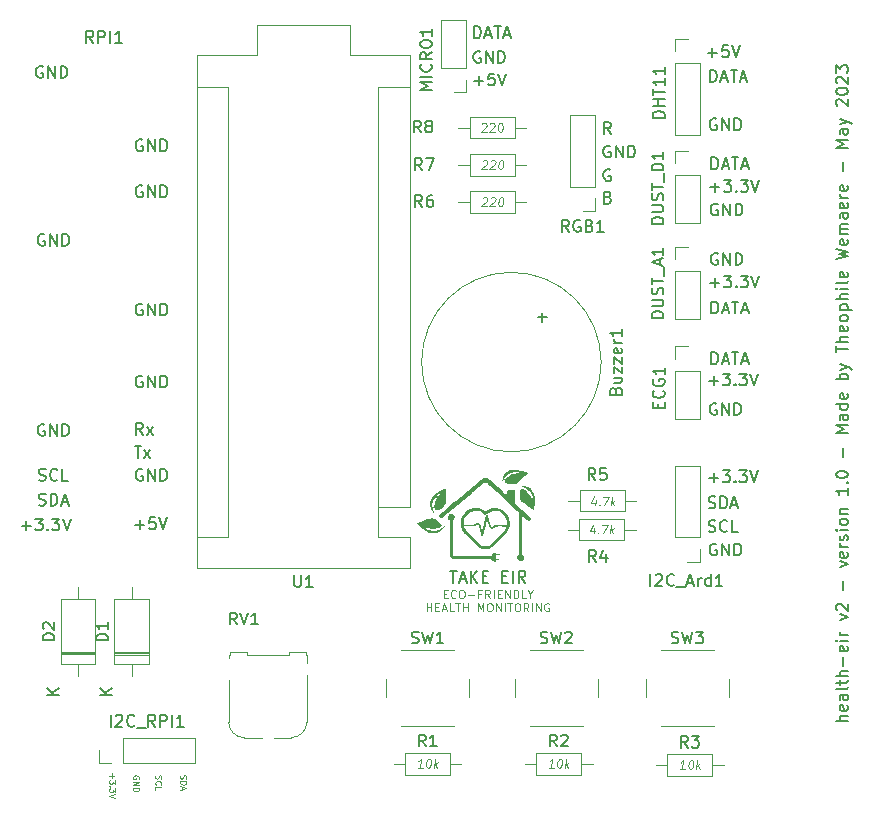
<source format=gto>
G04 #@! TF.GenerationSoftware,KiCad,Pcbnew,7.0.1*
G04 #@! TF.CreationDate,2023-05-07T18:37:19+02:00*
G04 #@! TF.ProjectId,carte_v2,63617274-655f-4763-922e-6b696361645f,rev?*
G04 #@! TF.SameCoordinates,Original*
G04 #@! TF.FileFunction,Legend,Top*
G04 #@! TF.FilePolarity,Positive*
%FSLAX46Y46*%
G04 Gerber Fmt 4.6, Leading zero omitted, Abs format (unit mm)*
G04 Created by KiCad (PCBNEW 7.0.1) date 2023-05-07 18:37:19*
%MOMM*%
%LPD*%
G01*
G04 APERTURE LIST*
%ADD10C,0.200000*%
%ADD11C,0.100000*%
%ADD12C,0.125000*%
%ADD13C,0.150000*%
%ADD14C,0.108000*%
%ADD15C,0.120000*%
%ADD16O,1.350000X1.350000*%
%ADD17R,1.350000X1.350000*%
%ADD18O,1.400000X1.400000*%
%ADD19C,1.400000*%
%ADD20R,2.000000X2.000000*%
%ADD21C,2.000000*%
%ADD22C,3.000000*%
%ADD23R,2.200000X2.200000*%
%ADD24O,2.200000X2.200000*%
%ADD25R,1.560000X1.560000*%
%ADD26C,1.560000*%
%ADD27R,1.600000X1.600000*%
%ADD28O,1.600000X1.600000*%
G04 APERTURE END LIST*
D10*
X189877619Y-97361904D02*
X188877619Y-97361904D01*
X189877619Y-96933333D02*
X189353809Y-96933333D01*
X189353809Y-96933333D02*
X189258571Y-96980952D01*
X189258571Y-96980952D02*
X189210952Y-97076190D01*
X189210952Y-97076190D02*
X189210952Y-97219047D01*
X189210952Y-97219047D02*
X189258571Y-97314285D01*
X189258571Y-97314285D02*
X189306190Y-97361904D01*
X189830000Y-96076190D02*
X189877619Y-96171428D01*
X189877619Y-96171428D02*
X189877619Y-96361904D01*
X189877619Y-96361904D02*
X189830000Y-96457142D01*
X189830000Y-96457142D02*
X189734761Y-96504761D01*
X189734761Y-96504761D02*
X189353809Y-96504761D01*
X189353809Y-96504761D02*
X189258571Y-96457142D01*
X189258571Y-96457142D02*
X189210952Y-96361904D01*
X189210952Y-96361904D02*
X189210952Y-96171428D01*
X189210952Y-96171428D02*
X189258571Y-96076190D01*
X189258571Y-96076190D02*
X189353809Y-96028571D01*
X189353809Y-96028571D02*
X189449047Y-96028571D01*
X189449047Y-96028571D02*
X189544285Y-96504761D01*
X189877619Y-95171428D02*
X189353809Y-95171428D01*
X189353809Y-95171428D02*
X189258571Y-95219047D01*
X189258571Y-95219047D02*
X189210952Y-95314285D01*
X189210952Y-95314285D02*
X189210952Y-95504761D01*
X189210952Y-95504761D02*
X189258571Y-95599999D01*
X189830000Y-95171428D02*
X189877619Y-95266666D01*
X189877619Y-95266666D02*
X189877619Y-95504761D01*
X189877619Y-95504761D02*
X189830000Y-95599999D01*
X189830000Y-95599999D02*
X189734761Y-95647618D01*
X189734761Y-95647618D02*
X189639523Y-95647618D01*
X189639523Y-95647618D02*
X189544285Y-95599999D01*
X189544285Y-95599999D02*
X189496666Y-95504761D01*
X189496666Y-95504761D02*
X189496666Y-95266666D01*
X189496666Y-95266666D02*
X189449047Y-95171428D01*
X189877619Y-94552380D02*
X189830000Y-94647618D01*
X189830000Y-94647618D02*
X189734761Y-94695237D01*
X189734761Y-94695237D02*
X188877619Y-94695237D01*
X189210952Y-94314284D02*
X189210952Y-93933332D01*
X188877619Y-94171427D02*
X189734761Y-94171427D01*
X189734761Y-94171427D02*
X189830000Y-94123808D01*
X189830000Y-94123808D02*
X189877619Y-94028570D01*
X189877619Y-94028570D02*
X189877619Y-93933332D01*
X189877619Y-93599998D02*
X188877619Y-93599998D01*
X189877619Y-93171427D02*
X189353809Y-93171427D01*
X189353809Y-93171427D02*
X189258571Y-93219046D01*
X189258571Y-93219046D02*
X189210952Y-93314284D01*
X189210952Y-93314284D02*
X189210952Y-93457141D01*
X189210952Y-93457141D02*
X189258571Y-93552379D01*
X189258571Y-93552379D02*
X189306190Y-93599998D01*
X189496666Y-92695236D02*
X189496666Y-91933332D01*
X189830000Y-91076189D02*
X189877619Y-91171427D01*
X189877619Y-91171427D02*
X189877619Y-91361903D01*
X189877619Y-91361903D02*
X189830000Y-91457141D01*
X189830000Y-91457141D02*
X189734761Y-91504760D01*
X189734761Y-91504760D02*
X189353809Y-91504760D01*
X189353809Y-91504760D02*
X189258571Y-91457141D01*
X189258571Y-91457141D02*
X189210952Y-91361903D01*
X189210952Y-91361903D02*
X189210952Y-91171427D01*
X189210952Y-91171427D02*
X189258571Y-91076189D01*
X189258571Y-91076189D02*
X189353809Y-91028570D01*
X189353809Y-91028570D02*
X189449047Y-91028570D01*
X189449047Y-91028570D02*
X189544285Y-91504760D01*
X189877619Y-90599998D02*
X189210952Y-90599998D01*
X188877619Y-90599998D02*
X188925238Y-90647617D01*
X188925238Y-90647617D02*
X188972857Y-90599998D01*
X188972857Y-90599998D02*
X188925238Y-90552379D01*
X188925238Y-90552379D02*
X188877619Y-90599998D01*
X188877619Y-90599998D02*
X188972857Y-90599998D01*
X189877619Y-90123808D02*
X189210952Y-90123808D01*
X189401428Y-90123808D02*
X189306190Y-90076189D01*
X189306190Y-90076189D02*
X189258571Y-90028570D01*
X189258571Y-90028570D02*
X189210952Y-89933332D01*
X189210952Y-89933332D02*
X189210952Y-89838094D01*
X189210952Y-88838093D02*
X189877619Y-88599998D01*
X189877619Y-88599998D02*
X189210952Y-88361903D01*
X188972857Y-88028569D02*
X188925238Y-87980950D01*
X188925238Y-87980950D02*
X188877619Y-87885712D01*
X188877619Y-87885712D02*
X188877619Y-87647617D01*
X188877619Y-87647617D02*
X188925238Y-87552379D01*
X188925238Y-87552379D02*
X188972857Y-87504760D01*
X188972857Y-87504760D02*
X189068095Y-87457141D01*
X189068095Y-87457141D02*
X189163333Y-87457141D01*
X189163333Y-87457141D02*
X189306190Y-87504760D01*
X189306190Y-87504760D02*
X189877619Y-88076188D01*
X189877619Y-88076188D02*
X189877619Y-87457141D01*
X189496666Y-86266664D02*
X189496666Y-85504760D01*
X189210952Y-84361902D02*
X189877619Y-84123807D01*
X189877619Y-84123807D02*
X189210952Y-83885712D01*
X189830000Y-83123807D02*
X189877619Y-83219045D01*
X189877619Y-83219045D02*
X189877619Y-83409521D01*
X189877619Y-83409521D02*
X189830000Y-83504759D01*
X189830000Y-83504759D02*
X189734761Y-83552378D01*
X189734761Y-83552378D02*
X189353809Y-83552378D01*
X189353809Y-83552378D02*
X189258571Y-83504759D01*
X189258571Y-83504759D02*
X189210952Y-83409521D01*
X189210952Y-83409521D02*
X189210952Y-83219045D01*
X189210952Y-83219045D02*
X189258571Y-83123807D01*
X189258571Y-83123807D02*
X189353809Y-83076188D01*
X189353809Y-83076188D02*
X189449047Y-83076188D01*
X189449047Y-83076188D02*
X189544285Y-83552378D01*
X189877619Y-82647616D02*
X189210952Y-82647616D01*
X189401428Y-82647616D02*
X189306190Y-82599997D01*
X189306190Y-82599997D02*
X189258571Y-82552378D01*
X189258571Y-82552378D02*
X189210952Y-82457140D01*
X189210952Y-82457140D02*
X189210952Y-82361902D01*
X189830000Y-82076187D02*
X189877619Y-81980949D01*
X189877619Y-81980949D02*
X189877619Y-81790473D01*
X189877619Y-81790473D02*
X189830000Y-81695235D01*
X189830000Y-81695235D02*
X189734761Y-81647616D01*
X189734761Y-81647616D02*
X189687142Y-81647616D01*
X189687142Y-81647616D02*
X189591904Y-81695235D01*
X189591904Y-81695235D02*
X189544285Y-81790473D01*
X189544285Y-81790473D02*
X189544285Y-81933330D01*
X189544285Y-81933330D02*
X189496666Y-82028568D01*
X189496666Y-82028568D02*
X189401428Y-82076187D01*
X189401428Y-82076187D02*
X189353809Y-82076187D01*
X189353809Y-82076187D02*
X189258571Y-82028568D01*
X189258571Y-82028568D02*
X189210952Y-81933330D01*
X189210952Y-81933330D02*
X189210952Y-81790473D01*
X189210952Y-81790473D02*
X189258571Y-81695235D01*
X189877619Y-81219044D02*
X189210952Y-81219044D01*
X188877619Y-81219044D02*
X188925238Y-81266663D01*
X188925238Y-81266663D02*
X188972857Y-81219044D01*
X188972857Y-81219044D02*
X188925238Y-81171425D01*
X188925238Y-81171425D02*
X188877619Y-81219044D01*
X188877619Y-81219044D02*
X188972857Y-81219044D01*
X189877619Y-80599997D02*
X189830000Y-80695235D01*
X189830000Y-80695235D02*
X189782380Y-80742854D01*
X189782380Y-80742854D02*
X189687142Y-80790473D01*
X189687142Y-80790473D02*
X189401428Y-80790473D01*
X189401428Y-80790473D02*
X189306190Y-80742854D01*
X189306190Y-80742854D02*
X189258571Y-80695235D01*
X189258571Y-80695235D02*
X189210952Y-80599997D01*
X189210952Y-80599997D02*
X189210952Y-80457140D01*
X189210952Y-80457140D02*
X189258571Y-80361902D01*
X189258571Y-80361902D02*
X189306190Y-80314283D01*
X189306190Y-80314283D02*
X189401428Y-80266664D01*
X189401428Y-80266664D02*
X189687142Y-80266664D01*
X189687142Y-80266664D02*
X189782380Y-80314283D01*
X189782380Y-80314283D02*
X189830000Y-80361902D01*
X189830000Y-80361902D02*
X189877619Y-80457140D01*
X189877619Y-80457140D02*
X189877619Y-80599997D01*
X189210952Y-79838092D02*
X189877619Y-79838092D01*
X189306190Y-79838092D02*
X189258571Y-79790473D01*
X189258571Y-79790473D02*
X189210952Y-79695235D01*
X189210952Y-79695235D02*
X189210952Y-79552378D01*
X189210952Y-79552378D02*
X189258571Y-79457140D01*
X189258571Y-79457140D02*
X189353809Y-79409521D01*
X189353809Y-79409521D02*
X189877619Y-79409521D01*
X189877619Y-77647616D02*
X189877619Y-78219044D01*
X189877619Y-77933330D02*
X188877619Y-77933330D01*
X188877619Y-77933330D02*
X189020476Y-78028568D01*
X189020476Y-78028568D02*
X189115714Y-78123806D01*
X189115714Y-78123806D02*
X189163333Y-78219044D01*
X189782380Y-77219044D02*
X189830000Y-77171425D01*
X189830000Y-77171425D02*
X189877619Y-77219044D01*
X189877619Y-77219044D02*
X189830000Y-77266663D01*
X189830000Y-77266663D02*
X189782380Y-77219044D01*
X189782380Y-77219044D02*
X189877619Y-77219044D01*
X188877619Y-76552378D02*
X188877619Y-76457140D01*
X188877619Y-76457140D02*
X188925238Y-76361902D01*
X188925238Y-76361902D02*
X188972857Y-76314283D01*
X188972857Y-76314283D02*
X189068095Y-76266664D01*
X189068095Y-76266664D02*
X189258571Y-76219045D01*
X189258571Y-76219045D02*
X189496666Y-76219045D01*
X189496666Y-76219045D02*
X189687142Y-76266664D01*
X189687142Y-76266664D02*
X189782380Y-76314283D01*
X189782380Y-76314283D02*
X189830000Y-76361902D01*
X189830000Y-76361902D02*
X189877619Y-76457140D01*
X189877619Y-76457140D02*
X189877619Y-76552378D01*
X189877619Y-76552378D02*
X189830000Y-76647616D01*
X189830000Y-76647616D02*
X189782380Y-76695235D01*
X189782380Y-76695235D02*
X189687142Y-76742854D01*
X189687142Y-76742854D02*
X189496666Y-76790473D01*
X189496666Y-76790473D02*
X189258571Y-76790473D01*
X189258571Y-76790473D02*
X189068095Y-76742854D01*
X189068095Y-76742854D02*
X188972857Y-76695235D01*
X188972857Y-76695235D02*
X188925238Y-76647616D01*
X188925238Y-76647616D02*
X188877619Y-76552378D01*
X189496666Y-75028568D02*
X189496666Y-74266664D01*
X189877619Y-73028568D02*
X188877619Y-73028568D01*
X188877619Y-73028568D02*
X189591904Y-72695235D01*
X189591904Y-72695235D02*
X188877619Y-72361902D01*
X188877619Y-72361902D02*
X189877619Y-72361902D01*
X189877619Y-71457140D02*
X189353809Y-71457140D01*
X189353809Y-71457140D02*
X189258571Y-71504759D01*
X189258571Y-71504759D02*
X189210952Y-71599997D01*
X189210952Y-71599997D02*
X189210952Y-71790473D01*
X189210952Y-71790473D02*
X189258571Y-71885711D01*
X189830000Y-71457140D02*
X189877619Y-71552378D01*
X189877619Y-71552378D02*
X189877619Y-71790473D01*
X189877619Y-71790473D02*
X189830000Y-71885711D01*
X189830000Y-71885711D02*
X189734761Y-71933330D01*
X189734761Y-71933330D02*
X189639523Y-71933330D01*
X189639523Y-71933330D02*
X189544285Y-71885711D01*
X189544285Y-71885711D02*
X189496666Y-71790473D01*
X189496666Y-71790473D02*
X189496666Y-71552378D01*
X189496666Y-71552378D02*
X189449047Y-71457140D01*
X189877619Y-70552378D02*
X188877619Y-70552378D01*
X189830000Y-70552378D02*
X189877619Y-70647616D01*
X189877619Y-70647616D02*
X189877619Y-70838092D01*
X189877619Y-70838092D02*
X189830000Y-70933330D01*
X189830000Y-70933330D02*
X189782380Y-70980949D01*
X189782380Y-70980949D02*
X189687142Y-71028568D01*
X189687142Y-71028568D02*
X189401428Y-71028568D01*
X189401428Y-71028568D02*
X189306190Y-70980949D01*
X189306190Y-70980949D02*
X189258571Y-70933330D01*
X189258571Y-70933330D02*
X189210952Y-70838092D01*
X189210952Y-70838092D02*
X189210952Y-70647616D01*
X189210952Y-70647616D02*
X189258571Y-70552378D01*
X189830000Y-69695235D02*
X189877619Y-69790473D01*
X189877619Y-69790473D02*
X189877619Y-69980949D01*
X189877619Y-69980949D02*
X189830000Y-70076187D01*
X189830000Y-70076187D02*
X189734761Y-70123806D01*
X189734761Y-70123806D02*
X189353809Y-70123806D01*
X189353809Y-70123806D02*
X189258571Y-70076187D01*
X189258571Y-70076187D02*
X189210952Y-69980949D01*
X189210952Y-69980949D02*
X189210952Y-69790473D01*
X189210952Y-69790473D02*
X189258571Y-69695235D01*
X189258571Y-69695235D02*
X189353809Y-69647616D01*
X189353809Y-69647616D02*
X189449047Y-69647616D01*
X189449047Y-69647616D02*
X189544285Y-70123806D01*
X189877619Y-68457139D02*
X188877619Y-68457139D01*
X189258571Y-68457139D02*
X189210952Y-68361901D01*
X189210952Y-68361901D02*
X189210952Y-68171425D01*
X189210952Y-68171425D02*
X189258571Y-68076187D01*
X189258571Y-68076187D02*
X189306190Y-68028568D01*
X189306190Y-68028568D02*
X189401428Y-67980949D01*
X189401428Y-67980949D02*
X189687142Y-67980949D01*
X189687142Y-67980949D02*
X189782380Y-68028568D01*
X189782380Y-68028568D02*
X189830000Y-68076187D01*
X189830000Y-68076187D02*
X189877619Y-68171425D01*
X189877619Y-68171425D02*
X189877619Y-68361901D01*
X189877619Y-68361901D02*
X189830000Y-68457139D01*
X189210952Y-67647615D02*
X189877619Y-67409520D01*
X189210952Y-67171425D02*
X189877619Y-67409520D01*
X189877619Y-67409520D02*
X190115714Y-67504758D01*
X190115714Y-67504758D02*
X190163333Y-67552377D01*
X190163333Y-67552377D02*
X190210952Y-67647615D01*
X188877619Y-66171424D02*
X188877619Y-65599996D01*
X189877619Y-65885710D02*
X188877619Y-65885710D01*
X189877619Y-65266662D02*
X188877619Y-65266662D01*
X189877619Y-64838091D02*
X189353809Y-64838091D01*
X189353809Y-64838091D02*
X189258571Y-64885710D01*
X189258571Y-64885710D02*
X189210952Y-64980948D01*
X189210952Y-64980948D02*
X189210952Y-65123805D01*
X189210952Y-65123805D02*
X189258571Y-65219043D01*
X189258571Y-65219043D02*
X189306190Y-65266662D01*
X189830000Y-63980948D02*
X189877619Y-64076186D01*
X189877619Y-64076186D02*
X189877619Y-64266662D01*
X189877619Y-64266662D02*
X189830000Y-64361900D01*
X189830000Y-64361900D02*
X189734761Y-64409519D01*
X189734761Y-64409519D02*
X189353809Y-64409519D01*
X189353809Y-64409519D02*
X189258571Y-64361900D01*
X189258571Y-64361900D02*
X189210952Y-64266662D01*
X189210952Y-64266662D02*
X189210952Y-64076186D01*
X189210952Y-64076186D02*
X189258571Y-63980948D01*
X189258571Y-63980948D02*
X189353809Y-63933329D01*
X189353809Y-63933329D02*
X189449047Y-63933329D01*
X189449047Y-63933329D02*
X189544285Y-64409519D01*
X189877619Y-63361900D02*
X189830000Y-63457138D01*
X189830000Y-63457138D02*
X189782380Y-63504757D01*
X189782380Y-63504757D02*
X189687142Y-63552376D01*
X189687142Y-63552376D02*
X189401428Y-63552376D01*
X189401428Y-63552376D02*
X189306190Y-63504757D01*
X189306190Y-63504757D02*
X189258571Y-63457138D01*
X189258571Y-63457138D02*
X189210952Y-63361900D01*
X189210952Y-63361900D02*
X189210952Y-63219043D01*
X189210952Y-63219043D02*
X189258571Y-63123805D01*
X189258571Y-63123805D02*
X189306190Y-63076186D01*
X189306190Y-63076186D02*
X189401428Y-63028567D01*
X189401428Y-63028567D02*
X189687142Y-63028567D01*
X189687142Y-63028567D02*
X189782380Y-63076186D01*
X189782380Y-63076186D02*
X189830000Y-63123805D01*
X189830000Y-63123805D02*
X189877619Y-63219043D01*
X189877619Y-63219043D02*
X189877619Y-63361900D01*
X189210952Y-62599995D02*
X190210952Y-62599995D01*
X189258571Y-62599995D02*
X189210952Y-62504757D01*
X189210952Y-62504757D02*
X189210952Y-62314281D01*
X189210952Y-62314281D02*
X189258571Y-62219043D01*
X189258571Y-62219043D02*
X189306190Y-62171424D01*
X189306190Y-62171424D02*
X189401428Y-62123805D01*
X189401428Y-62123805D02*
X189687142Y-62123805D01*
X189687142Y-62123805D02*
X189782380Y-62171424D01*
X189782380Y-62171424D02*
X189830000Y-62219043D01*
X189830000Y-62219043D02*
X189877619Y-62314281D01*
X189877619Y-62314281D02*
X189877619Y-62504757D01*
X189877619Y-62504757D02*
X189830000Y-62599995D01*
X189877619Y-61695233D02*
X188877619Y-61695233D01*
X189877619Y-61266662D02*
X189353809Y-61266662D01*
X189353809Y-61266662D02*
X189258571Y-61314281D01*
X189258571Y-61314281D02*
X189210952Y-61409519D01*
X189210952Y-61409519D02*
X189210952Y-61552376D01*
X189210952Y-61552376D02*
X189258571Y-61647614D01*
X189258571Y-61647614D02*
X189306190Y-61695233D01*
X189877619Y-60790471D02*
X189210952Y-60790471D01*
X188877619Y-60790471D02*
X188925238Y-60838090D01*
X188925238Y-60838090D02*
X188972857Y-60790471D01*
X188972857Y-60790471D02*
X188925238Y-60742852D01*
X188925238Y-60742852D02*
X188877619Y-60790471D01*
X188877619Y-60790471D02*
X188972857Y-60790471D01*
X189877619Y-60171424D02*
X189830000Y-60266662D01*
X189830000Y-60266662D02*
X189734761Y-60314281D01*
X189734761Y-60314281D02*
X188877619Y-60314281D01*
X189830000Y-59409519D02*
X189877619Y-59504757D01*
X189877619Y-59504757D02*
X189877619Y-59695233D01*
X189877619Y-59695233D02*
X189830000Y-59790471D01*
X189830000Y-59790471D02*
X189734761Y-59838090D01*
X189734761Y-59838090D02*
X189353809Y-59838090D01*
X189353809Y-59838090D02*
X189258571Y-59790471D01*
X189258571Y-59790471D02*
X189210952Y-59695233D01*
X189210952Y-59695233D02*
X189210952Y-59504757D01*
X189210952Y-59504757D02*
X189258571Y-59409519D01*
X189258571Y-59409519D02*
X189353809Y-59361900D01*
X189353809Y-59361900D02*
X189449047Y-59361900D01*
X189449047Y-59361900D02*
X189544285Y-59838090D01*
X188877619Y-58266661D02*
X189877619Y-58028566D01*
X189877619Y-58028566D02*
X189163333Y-57838090D01*
X189163333Y-57838090D02*
X189877619Y-57647614D01*
X189877619Y-57647614D02*
X188877619Y-57409519D01*
X189830000Y-56647614D02*
X189877619Y-56742852D01*
X189877619Y-56742852D02*
X189877619Y-56933328D01*
X189877619Y-56933328D02*
X189830000Y-57028566D01*
X189830000Y-57028566D02*
X189734761Y-57076185D01*
X189734761Y-57076185D02*
X189353809Y-57076185D01*
X189353809Y-57076185D02*
X189258571Y-57028566D01*
X189258571Y-57028566D02*
X189210952Y-56933328D01*
X189210952Y-56933328D02*
X189210952Y-56742852D01*
X189210952Y-56742852D02*
X189258571Y-56647614D01*
X189258571Y-56647614D02*
X189353809Y-56599995D01*
X189353809Y-56599995D02*
X189449047Y-56599995D01*
X189449047Y-56599995D02*
X189544285Y-57076185D01*
X189877619Y-56171423D02*
X189210952Y-56171423D01*
X189306190Y-56171423D02*
X189258571Y-56123804D01*
X189258571Y-56123804D02*
X189210952Y-56028566D01*
X189210952Y-56028566D02*
X189210952Y-55885709D01*
X189210952Y-55885709D02*
X189258571Y-55790471D01*
X189258571Y-55790471D02*
X189353809Y-55742852D01*
X189353809Y-55742852D02*
X189877619Y-55742852D01*
X189353809Y-55742852D02*
X189258571Y-55695233D01*
X189258571Y-55695233D02*
X189210952Y-55599995D01*
X189210952Y-55599995D02*
X189210952Y-55457138D01*
X189210952Y-55457138D02*
X189258571Y-55361899D01*
X189258571Y-55361899D02*
X189353809Y-55314280D01*
X189353809Y-55314280D02*
X189877619Y-55314280D01*
X189877619Y-54409519D02*
X189353809Y-54409519D01*
X189353809Y-54409519D02*
X189258571Y-54457138D01*
X189258571Y-54457138D02*
X189210952Y-54552376D01*
X189210952Y-54552376D02*
X189210952Y-54742852D01*
X189210952Y-54742852D02*
X189258571Y-54838090D01*
X189830000Y-54409519D02*
X189877619Y-54504757D01*
X189877619Y-54504757D02*
X189877619Y-54742852D01*
X189877619Y-54742852D02*
X189830000Y-54838090D01*
X189830000Y-54838090D02*
X189734761Y-54885709D01*
X189734761Y-54885709D02*
X189639523Y-54885709D01*
X189639523Y-54885709D02*
X189544285Y-54838090D01*
X189544285Y-54838090D02*
X189496666Y-54742852D01*
X189496666Y-54742852D02*
X189496666Y-54504757D01*
X189496666Y-54504757D02*
X189449047Y-54409519D01*
X189830000Y-53552376D02*
X189877619Y-53647614D01*
X189877619Y-53647614D02*
X189877619Y-53838090D01*
X189877619Y-53838090D02*
X189830000Y-53933328D01*
X189830000Y-53933328D02*
X189734761Y-53980947D01*
X189734761Y-53980947D02*
X189353809Y-53980947D01*
X189353809Y-53980947D02*
X189258571Y-53933328D01*
X189258571Y-53933328D02*
X189210952Y-53838090D01*
X189210952Y-53838090D02*
X189210952Y-53647614D01*
X189210952Y-53647614D02*
X189258571Y-53552376D01*
X189258571Y-53552376D02*
X189353809Y-53504757D01*
X189353809Y-53504757D02*
X189449047Y-53504757D01*
X189449047Y-53504757D02*
X189544285Y-53980947D01*
X189877619Y-53076185D02*
X189210952Y-53076185D01*
X189401428Y-53076185D02*
X189306190Y-53028566D01*
X189306190Y-53028566D02*
X189258571Y-52980947D01*
X189258571Y-52980947D02*
X189210952Y-52885709D01*
X189210952Y-52885709D02*
X189210952Y-52790471D01*
X189830000Y-52076185D02*
X189877619Y-52171423D01*
X189877619Y-52171423D02*
X189877619Y-52361899D01*
X189877619Y-52361899D02*
X189830000Y-52457137D01*
X189830000Y-52457137D02*
X189734761Y-52504756D01*
X189734761Y-52504756D02*
X189353809Y-52504756D01*
X189353809Y-52504756D02*
X189258571Y-52457137D01*
X189258571Y-52457137D02*
X189210952Y-52361899D01*
X189210952Y-52361899D02*
X189210952Y-52171423D01*
X189210952Y-52171423D02*
X189258571Y-52076185D01*
X189258571Y-52076185D02*
X189353809Y-52028566D01*
X189353809Y-52028566D02*
X189449047Y-52028566D01*
X189449047Y-52028566D02*
X189544285Y-52504756D01*
X189496666Y-50838089D02*
X189496666Y-50076185D01*
X189877619Y-48838089D02*
X188877619Y-48838089D01*
X188877619Y-48838089D02*
X189591904Y-48504756D01*
X189591904Y-48504756D02*
X188877619Y-48171423D01*
X188877619Y-48171423D02*
X189877619Y-48171423D01*
X189877619Y-47266661D02*
X189353809Y-47266661D01*
X189353809Y-47266661D02*
X189258571Y-47314280D01*
X189258571Y-47314280D02*
X189210952Y-47409518D01*
X189210952Y-47409518D02*
X189210952Y-47599994D01*
X189210952Y-47599994D02*
X189258571Y-47695232D01*
X189830000Y-47266661D02*
X189877619Y-47361899D01*
X189877619Y-47361899D02*
X189877619Y-47599994D01*
X189877619Y-47599994D02*
X189830000Y-47695232D01*
X189830000Y-47695232D02*
X189734761Y-47742851D01*
X189734761Y-47742851D02*
X189639523Y-47742851D01*
X189639523Y-47742851D02*
X189544285Y-47695232D01*
X189544285Y-47695232D02*
X189496666Y-47599994D01*
X189496666Y-47599994D02*
X189496666Y-47361899D01*
X189496666Y-47361899D02*
X189449047Y-47266661D01*
X189210952Y-46885708D02*
X189877619Y-46647613D01*
X189210952Y-46409518D02*
X189877619Y-46647613D01*
X189877619Y-46647613D02*
X190115714Y-46742851D01*
X190115714Y-46742851D02*
X190163333Y-46790470D01*
X190163333Y-46790470D02*
X190210952Y-46885708D01*
X188972857Y-45314279D02*
X188925238Y-45266660D01*
X188925238Y-45266660D02*
X188877619Y-45171422D01*
X188877619Y-45171422D02*
X188877619Y-44933327D01*
X188877619Y-44933327D02*
X188925238Y-44838089D01*
X188925238Y-44838089D02*
X188972857Y-44790470D01*
X188972857Y-44790470D02*
X189068095Y-44742851D01*
X189068095Y-44742851D02*
X189163333Y-44742851D01*
X189163333Y-44742851D02*
X189306190Y-44790470D01*
X189306190Y-44790470D02*
X189877619Y-45361898D01*
X189877619Y-45361898D02*
X189877619Y-44742851D01*
X188877619Y-44123803D02*
X188877619Y-44028565D01*
X188877619Y-44028565D02*
X188925238Y-43933327D01*
X188925238Y-43933327D02*
X188972857Y-43885708D01*
X188972857Y-43885708D02*
X189068095Y-43838089D01*
X189068095Y-43838089D02*
X189258571Y-43790470D01*
X189258571Y-43790470D02*
X189496666Y-43790470D01*
X189496666Y-43790470D02*
X189687142Y-43838089D01*
X189687142Y-43838089D02*
X189782380Y-43885708D01*
X189782380Y-43885708D02*
X189830000Y-43933327D01*
X189830000Y-43933327D02*
X189877619Y-44028565D01*
X189877619Y-44028565D02*
X189877619Y-44123803D01*
X189877619Y-44123803D02*
X189830000Y-44219041D01*
X189830000Y-44219041D02*
X189782380Y-44266660D01*
X189782380Y-44266660D02*
X189687142Y-44314279D01*
X189687142Y-44314279D02*
X189496666Y-44361898D01*
X189496666Y-44361898D02*
X189258571Y-44361898D01*
X189258571Y-44361898D02*
X189068095Y-44314279D01*
X189068095Y-44314279D02*
X188972857Y-44266660D01*
X188972857Y-44266660D02*
X188925238Y-44219041D01*
X188925238Y-44219041D02*
X188877619Y-44123803D01*
X188972857Y-43409517D02*
X188925238Y-43361898D01*
X188925238Y-43361898D02*
X188877619Y-43266660D01*
X188877619Y-43266660D02*
X188877619Y-43028565D01*
X188877619Y-43028565D02*
X188925238Y-42933327D01*
X188925238Y-42933327D02*
X188972857Y-42885708D01*
X188972857Y-42885708D02*
X189068095Y-42838089D01*
X189068095Y-42838089D02*
X189163333Y-42838089D01*
X189163333Y-42838089D02*
X189306190Y-42885708D01*
X189306190Y-42885708D02*
X189877619Y-43457136D01*
X189877619Y-43457136D02*
X189877619Y-42838089D01*
X188877619Y-42504755D02*
X188877619Y-41885708D01*
X188877619Y-41885708D02*
X189258571Y-42219041D01*
X189258571Y-42219041D02*
X189258571Y-42076184D01*
X189258571Y-42076184D02*
X189306190Y-41980946D01*
X189306190Y-41980946D02*
X189353809Y-41933327D01*
X189353809Y-41933327D02*
X189449047Y-41885708D01*
X189449047Y-41885708D02*
X189687142Y-41885708D01*
X189687142Y-41885708D02*
X189782380Y-41933327D01*
X189782380Y-41933327D02*
X189830000Y-41980946D01*
X189830000Y-41980946D02*
X189877619Y-42076184D01*
X189877619Y-42076184D02*
X189877619Y-42361898D01*
X189877619Y-42361898D02*
X189830000Y-42457136D01*
X189830000Y-42457136D02*
X189782380Y-42504755D01*
D11*
X155666667Y-86613666D02*
X155900001Y-86613666D01*
X156000001Y-86980333D02*
X155666667Y-86980333D01*
X155666667Y-86980333D02*
X155666667Y-86280333D01*
X155666667Y-86280333D02*
X156000001Y-86280333D01*
X156700000Y-86913666D02*
X156666667Y-86947000D01*
X156666667Y-86947000D02*
X156566667Y-86980333D01*
X156566667Y-86980333D02*
X156500000Y-86980333D01*
X156500000Y-86980333D02*
X156400000Y-86947000D01*
X156400000Y-86947000D02*
X156333334Y-86880333D01*
X156333334Y-86880333D02*
X156300000Y-86813666D01*
X156300000Y-86813666D02*
X156266667Y-86680333D01*
X156266667Y-86680333D02*
X156266667Y-86580333D01*
X156266667Y-86580333D02*
X156300000Y-86447000D01*
X156300000Y-86447000D02*
X156333334Y-86380333D01*
X156333334Y-86380333D02*
X156400000Y-86313666D01*
X156400000Y-86313666D02*
X156500000Y-86280333D01*
X156500000Y-86280333D02*
X156566667Y-86280333D01*
X156566667Y-86280333D02*
X156666667Y-86313666D01*
X156666667Y-86313666D02*
X156700000Y-86347000D01*
X157133334Y-86280333D02*
X157266667Y-86280333D01*
X157266667Y-86280333D02*
X157333334Y-86313666D01*
X157333334Y-86313666D02*
X157400000Y-86380333D01*
X157400000Y-86380333D02*
X157433334Y-86513666D01*
X157433334Y-86513666D02*
X157433334Y-86747000D01*
X157433334Y-86747000D02*
X157400000Y-86880333D01*
X157400000Y-86880333D02*
X157333334Y-86947000D01*
X157333334Y-86947000D02*
X157266667Y-86980333D01*
X157266667Y-86980333D02*
X157133334Y-86980333D01*
X157133334Y-86980333D02*
X157066667Y-86947000D01*
X157066667Y-86947000D02*
X157000000Y-86880333D01*
X157000000Y-86880333D02*
X156966667Y-86747000D01*
X156966667Y-86747000D02*
X156966667Y-86513666D01*
X156966667Y-86513666D02*
X157000000Y-86380333D01*
X157000000Y-86380333D02*
X157066667Y-86313666D01*
X157066667Y-86313666D02*
X157133334Y-86280333D01*
X157733333Y-86713666D02*
X158266667Y-86713666D01*
X158833334Y-86613666D02*
X158600000Y-86613666D01*
X158600000Y-86980333D02*
X158600000Y-86280333D01*
X158600000Y-86280333D02*
X158933334Y-86280333D01*
X159600000Y-86980333D02*
X159366667Y-86647000D01*
X159200000Y-86980333D02*
X159200000Y-86280333D01*
X159200000Y-86280333D02*
X159466667Y-86280333D01*
X159466667Y-86280333D02*
X159533334Y-86313666D01*
X159533334Y-86313666D02*
X159566667Y-86347000D01*
X159566667Y-86347000D02*
X159600000Y-86413666D01*
X159600000Y-86413666D02*
X159600000Y-86513666D01*
X159600000Y-86513666D02*
X159566667Y-86580333D01*
X159566667Y-86580333D02*
X159533334Y-86613666D01*
X159533334Y-86613666D02*
X159466667Y-86647000D01*
X159466667Y-86647000D02*
X159200000Y-86647000D01*
X159900000Y-86980333D02*
X159900000Y-86280333D01*
X160233333Y-86613666D02*
X160466667Y-86613666D01*
X160566667Y-86980333D02*
X160233333Y-86980333D01*
X160233333Y-86980333D02*
X160233333Y-86280333D01*
X160233333Y-86280333D02*
X160566667Y-86280333D01*
X160866666Y-86980333D02*
X160866666Y-86280333D01*
X160866666Y-86280333D02*
X161266666Y-86980333D01*
X161266666Y-86980333D02*
X161266666Y-86280333D01*
X161599999Y-86980333D02*
X161599999Y-86280333D01*
X161599999Y-86280333D02*
X161766666Y-86280333D01*
X161766666Y-86280333D02*
X161866666Y-86313666D01*
X161866666Y-86313666D02*
X161933333Y-86380333D01*
X161933333Y-86380333D02*
X161966666Y-86447000D01*
X161966666Y-86447000D02*
X161999999Y-86580333D01*
X161999999Y-86580333D02*
X161999999Y-86680333D01*
X161999999Y-86680333D02*
X161966666Y-86813666D01*
X161966666Y-86813666D02*
X161933333Y-86880333D01*
X161933333Y-86880333D02*
X161866666Y-86947000D01*
X161866666Y-86947000D02*
X161766666Y-86980333D01*
X161766666Y-86980333D02*
X161599999Y-86980333D01*
X162633333Y-86980333D02*
X162299999Y-86980333D01*
X162299999Y-86980333D02*
X162299999Y-86280333D01*
X163000000Y-86647000D02*
X163000000Y-86980333D01*
X162766666Y-86280333D02*
X163000000Y-86647000D01*
X163000000Y-86647000D02*
X163233333Y-86280333D01*
X154233335Y-88114333D02*
X154233335Y-87414333D01*
X154233335Y-87747666D02*
X154633335Y-87747666D01*
X154633335Y-88114333D02*
X154633335Y-87414333D01*
X154966668Y-87747666D02*
X155200002Y-87747666D01*
X155300002Y-88114333D02*
X154966668Y-88114333D01*
X154966668Y-88114333D02*
X154966668Y-87414333D01*
X154966668Y-87414333D02*
X155300002Y-87414333D01*
X155566668Y-87914333D02*
X155900001Y-87914333D01*
X155500001Y-88114333D02*
X155733335Y-87414333D01*
X155733335Y-87414333D02*
X155966668Y-88114333D01*
X156533335Y-88114333D02*
X156200001Y-88114333D01*
X156200001Y-88114333D02*
X156200001Y-87414333D01*
X156666668Y-87414333D02*
X157066668Y-87414333D01*
X156866668Y-88114333D02*
X156866668Y-87414333D01*
X157300001Y-88114333D02*
X157300001Y-87414333D01*
X157300001Y-87747666D02*
X157700001Y-87747666D01*
X157700001Y-88114333D02*
X157700001Y-87414333D01*
X158566667Y-88114333D02*
X158566667Y-87414333D01*
X158566667Y-87414333D02*
X158800001Y-87914333D01*
X158800001Y-87914333D02*
X159033334Y-87414333D01*
X159033334Y-87414333D02*
X159033334Y-88114333D01*
X159500001Y-87414333D02*
X159633334Y-87414333D01*
X159633334Y-87414333D02*
X159700001Y-87447666D01*
X159700001Y-87447666D02*
X159766667Y-87514333D01*
X159766667Y-87514333D02*
X159800001Y-87647666D01*
X159800001Y-87647666D02*
X159800001Y-87881000D01*
X159800001Y-87881000D02*
X159766667Y-88014333D01*
X159766667Y-88014333D02*
X159700001Y-88081000D01*
X159700001Y-88081000D02*
X159633334Y-88114333D01*
X159633334Y-88114333D02*
X159500001Y-88114333D01*
X159500001Y-88114333D02*
X159433334Y-88081000D01*
X159433334Y-88081000D02*
X159366667Y-88014333D01*
X159366667Y-88014333D02*
X159333334Y-87881000D01*
X159333334Y-87881000D02*
X159333334Y-87647666D01*
X159333334Y-87647666D02*
X159366667Y-87514333D01*
X159366667Y-87514333D02*
X159433334Y-87447666D01*
X159433334Y-87447666D02*
X159500001Y-87414333D01*
X160100000Y-88114333D02*
X160100000Y-87414333D01*
X160100000Y-87414333D02*
X160500000Y-88114333D01*
X160500000Y-88114333D02*
X160500000Y-87414333D01*
X160833333Y-88114333D02*
X160833333Y-87414333D01*
X161066666Y-87414333D02*
X161466666Y-87414333D01*
X161266666Y-88114333D02*
X161266666Y-87414333D01*
X161833333Y-87414333D02*
X161966666Y-87414333D01*
X161966666Y-87414333D02*
X162033333Y-87447666D01*
X162033333Y-87447666D02*
X162099999Y-87514333D01*
X162099999Y-87514333D02*
X162133333Y-87647666D01*
X162133333Y-87647666D02*
X162133333Y-87881000D01*
X162133333Y-87881000D02*
X162099999Y-88014333D01*
X162099999Y-88014333D02*
X162033333Y-88081000D01*
X162033333Y-88081000D02*
X161966666Y-88114333D01*
X161966666Y-88114333D02*
X161833333Y-88114333D01*
X161833333Y-88114333D02*
X161766666Y-88081000D01*
X161766666Y-88081000D02*
X161699999Y-88014333D01*
X161699999Y-88014333D02*
X161666666Y-87881000D01*
X161666666Y-87881000D02*
X161666666Y-87647666D01*
X161666666Y-87647666D02*
X161699999Y-87514333D01*
X161699999Y-87514333D02*
X161766666Y-87447666D01*
X161766666Y-87447666D02*
X161833333Y-87414333D01*
X162833332Y-88114333D02*
X162599999Y-87781000D01*
X162433332Y-88114333D02*
X162433332Y-87414333D01*
X162433332Y-87414333D02*
X162699999Y-87414333D01*
X162699999Y-87414333D02*
X162766666Y-87447666D01*
X162766666Y-87447666D02*
X162799999Y-87481000D01*
X162799999Y-87481000D02*
X162833332Y-87547666D01*
X162833332Y-87547666D02*
X162833332Y-87647666D01*
X162833332Y-87647666D02*
X162799999Y-87714333D01*
X162799999Y-87714333D02*
X162766666Y-87747666D01*
X162766666Y-87747666D02*
X162699999Y-87781000D01*
X162699999Y-87781000D02*
X162433332Y-87781000D01*
X163133332Y-88114333D02*
X163133332Y-87414333D01*
X163466665Y-88114333D02*
X163466665Y-87414333D01*
X163466665Y-87414333D02*
X163866665Y-88114333D01*
X163866665Y-88114333D02*
X163866665Y-87414333D01*
X164566665Y-87447666D02*
X164499998Y-87414333D01*
X164499998Y-87414333D02*
X164399998Y-87414333D01*
X164399998Y-87414333D02*
X164299998Y-87447666D01*
X164299998Y-87447666D02*
X164233332Y-87514333D01*
X164233332Y-87514333D02*
X164199998Y-87581000D01*
X164199998Y-87581000D02*
X164166665Y-87714333D01*
X164166665Y-87714333D02*
X164166665Y-87814333D01*
X164166665Y-87814333D02*
X164199998Y-87947666D01*
X164199998Y-87947666D02*
X164233332Y-88014333D01*
X164233332Y-88014333D02*
X164299998Y-88081000D01*
X164299998Y-88081000D02*
X164399998Y-88114333D01*
X164399998Y-88114333D02*
X164466665Y-88114333D01*
X164466665Y-88114333D02*
X164566665Y-88081000D01*
X164566665Y-88081000D02*
X164599998Y-88047666D01*
X164599998Y-88047666D02*
X164599998Y-87814333D01*
X164599998Y-87814333D02*
X164466665Y-87814333D01*
D10*
X156195238Y-84677619D02*
X156766666Y-84677619D01*
X156480952Y-85677619D02*
X156480952Y-84677619D01*
X157052381Y-85391904D02*
X157528571Y-85391904D01*
X156957143Y-85677619D02*
X157290476Y-84677619D01*
X157290476Y-84677619D02*
X157623809Y-85677619D01*
X157957143Y-85677619D02*
X157957143Y-84677619D01*
X158528571Y-85677619D02*
X158100000Y-85106190D01*
X158528571Y-84677619D02*
X157957143Y-85249047D01*
X158957143Y-85153809D02*
X159290476Y-85153809D01*
X159433333Y-85677619D02*
X158957143Y-85677619D01*
X158957143Y-85677619D02*
X158957143Y-84677619D01*
X158957143Y-84677619D02*
X159433333Y-84677619D01*
X160623810Y-85153809D02*
X160957143Y-85153809D01*
X161100000Y-85677619D02*
X160623810Y-85677619D01*
X160623810Y-85677619D02*
X160623810Y-84677619D01*
X160623810Y-84677619D02*
X161100000Y-84677619D01*
X161528572Y-85677619D02*
X161528572Y-84677619D01*
X162576190Y-85677619D02*
X162242857Y-85201428D01*
X162004762Y-85677619D02*
X162004762Y-84677619D01*
X162004762Y-84677619D02*
X162385714Y-84677619D01*
X162385714Y-84677619D02*
X162480952Y-84725238D01*
X162480952Y-84725238D02*
X162528571Y-84772857D01*
X162528571Y-84772857D02*
X162576190Y-84868095D01*
X162576190Y-84868095D02*
X162576190Y-85010952D01*
X162576190Y-85010952D02*
X162528571Y-85106190D01*
X162528571Y-85106190D02*
X162480952Y-85153809D01*
X162480952Y-85153809D02*
X162385714Y-85201428D01*
X162385714Y-85201428D02*
X162004762Y-85201428D01*
D12*
X129837380Y-102280952D02*
X129861190Y-102233333D01*
X129861190Y-102233333D02*
X129861190Y-102161904D01*
X129861190Y-102161904D02*
X129837380Y-102090476D01*
X129837380Y-102090476D02*
X129789761Y-102042857D01*
X129789761Y-102042857D02*
X129742142Y-102019047D01*
X129742142Y-102019047D02*
X129646904Y-101995238D01*
X129646904Y-101995238D02*
X129575476Y-101995238D01*
X129575476Y-101995238D02*
X129480238Y-102019047D01*
X129480238Y-102019047D02*
X129432619Y-102042857D01*
X129432619Y-102042857D02*
X129385000Y-102090476D01*
X129385000Y-102090476D02*
X129361190Y-102161904D01*
X129361190Y-102161904D02*
X129361190Y-102209523D01*
X129361190Y-102209523D02*
X129385000Y-102280952D01*
X129385000Y-102280952D02*
X129408809Y-102304761D01*
X129408809Y-102304761D02*
X129575476Y-102304761D01*
X129575476Y-102304761D02*
X129575476Y-102209523D01*
X129361190Y-102519047D02*
X129861190Y-102519047D01*
X129861190Y-102519047D02*
X129361190Y-102804761D01*
X129361190Y-102804761D02*
X129861190Y-102804761D01*
X129361190Y-103042857D02*
X129861190Y-103042857D01*
X129861190Y-103042857D02*
X129861190Y-103161905D01*
X129861190Y-103161905D02*
X129837380Y-103233333D01*
X129837380Y-103233333D02*
X129789761Y-103280952D01*
X129789761Y-103280952D02*
X129742142Y-103304762D01*
X129742142Y-103304762D02*
X129646904Y-103328571D01*
X129646904Y-103328571D02*
X129575476Y-103328571D01*
X129575476Y-103328571D02*
X129480238Y-103304762D01*
X129480238Y-103304762D02*
X129432619Y-103280952D01*
X129432619Y-103280952D02*
X129385000Y-103233333D01*
X129385000Y-103233333D02*
X129361190Y-103161905D01*
X129361190Y-103161905D02*
X129361190Y-103042857D01*
D13*
X130161904Y-68195238D02*
X130066666Y-68147619D01*
X130066666Y-68147619D02*
X129923809Y-68147619D01*
X129923809Y-68147619D02*
X129780952Y-68195238D01*
X129780952Y-68195238D02*
X129685714Y-68290476D01*
X129685714Y-68290476D02*
X129638095Y-68385714D01*
X129638095Y-68385714D02*
X129590476Y-68576190D01*
X129590476Y-68576190D02*
X129590476Y-68719047D01*
X129590476Y-68719047D02*
X129638095Y-68909523D01*
X129638095Y-68909523D02*
X129685714Y-69004761D01*
X129685714Y-69004761D02*
X129780952Y-69100000D01*
X129780952Y-69100000D02*
X129923809Y-69147619D01*
X129923809Y-69147619D02*
X130019047Y-69147619D01*
X130019047Y-69147619D02*
X130161904Y-69100000D01*
X130161904Y-69100000D02*
X130209523Y-69052380D01*
X130209523Y-69052380D02*
X130209523Y-68719047D01*
X130209523Y-68719047D02*
X130019047Y-68719047D01*
X130638095Y-69147619D02*
X130638095Y-68147619D01*
X130638095Y-68147619D02*
X131209523Y-69147619D01*
X131209523Y-69147619D02*
X131209523Y-68147619D01*
X131685714Y-69147619D02*
X131685714Y-68147619D01*
X131685714Y-68147619D02*
X131923809Y-68147619D01*
X131923809Y-68147619D02*
X132066666Y-68195238D01*
X132066666Y-68195238D02*
X132161904Y-68290476D01*
X132161904Y-68290476D02*
X132209523Y-68385714D01*
X132209523Y-68385714D02*
X132257142Y-68576190D01*
X132257142Y-68576190D02*
X132257142Y-68719047D01*
X132257142Y-68719047D02*
X132209523Y-68909523D01*
X132209523Y-68909523D02*
X132161904Y-69004761D01*
X132161904Y-69004761D02*
X132066666Y-69100000D01*
X132066666Y-69100000D02*
X131923809Y-69147619D01*
X131923809Y-69147619D02*
X131685714Y-69147619D01*
X178761904Y-70525238D02*
X178666666Y-70477619D01*
X178666666Y-70477619D02*
X178523809Y-70477619D01*
X178523809Y-70477619D02*
X178380952Y-70525238D01*
X178380952Y-70525238D02*
X178285714Y-70620476D01*
X178285714Y-70620476D02*
X178238095Y-70715714D01*
X178238095Y-70715714D02*
X178190476Y-70906190D01*
X178190476Y-70906190D02*
X178190476Y-71049047D01*
X178190476Y-71049047D02*
X178238095Y-71239523D01*
X178238095Y-71239523D02*
X178285714Y-71334761D01*
X178285714Y-71334761D02*
X178380952Y-71430000D01*
X178380952Y-71430000D02*
X178523809Y-71477619D01*
X178523809Y-71477619D02*
X178619047Y-71477619D01*
X178619047Y-71477619D02*
X178761904Y-71430000D01*
X178761904Y-71430000D02*
X178809523Y-71382380D01*
X178809523Y-71382380D02*
X178809523Y-71049047D01*
X178809523Y-71049047D02*
X178619047Y-71049047D01*
X179238095Y-71477619D02*
X179238095Y-70477619D01*
X179238095Y-70477619D02*
X179809523Y-71477619D01*
X179809523Y-71477619D02*
X179809523Y-70477619D01*
X180285714Y-71477619D02*
X180285714Y-70477619D01*
X180285714Y-70477619D02*
X180523809Y-70477619D01*
X180523809Y-70477619D02*
X180666666Y-70525238D01*
X180666666Y-70525238D02*
X180761904Y-70620476D01*
X180761904Y-70620476D02*
X180809523Y-70715714D01*
X180809523Y-70715714D02*
X180857142Y-70906190D01*
X180857142Y-70906190D02*
X180857142Y-71049047D01*
X180857142Y-71049047D02*
X180809523Y-71239523D01*
X180809523Y-71239523D02*
X180761904Y-71334761D01*
X180761904Y-71334761D02*
X180666666Y-71430000D01*
X180666666Y-71430000D02*
X180523809Y-71477619D01*
X180523809Y-71477619D02*
X180285714Y-71477619D01*
X169761904Y-50725238D02*
X169666666Y-50677619D01*
X169666666Y-50677619D02*
X169523809Y-50677619D01*
X169523809Y-50677619D02*
X169380952Y-50725238D01*
X169380952Y-50725238D02*
X169285714Y-50820476D01*
X169285714Y-50820476D02*
X169238095Y-50915714D01*
X169238095Y-50915714D02*
X169190476Y-51106190D01*
X169190476Y-51106190D02*
X169190476Y-51249047D01*
X169190476Y-51249047D02*
X169238095Y-51439523D01*
X169238095Y-51439523D02*
X169285714Y-51534761D01*
X169285714Y-51534761D02*
X169380952Y-51630000D01*
X169380952Y-51630000D02*
X169523809Y-51677619D01*
X169523809Y-51677619D02*
X169619047Y-51677619D01*
X169619047Y-51677619D02*
X169761904Y-51630000D01*
X169761904Y-51630000D02*
X169809523Y-51582380D01*
X169809523Y-51582380D02*
X169809523Y-51249047D01*
X169809523Y-51249047D02*
X169619047Y-51249047D01*
X130209523Y-73147619D02*
X129876190Y-72671428D01*
X129638095Y-73147619D02*
X129638095Y-72147619D01*
X129638095Y-72147619D02*
X130019047Y-72147619D01*
X130019047Y-72147619D02*
X130114285Y-72195238D01*
X130114285Y-72195238D02*
X130161904Y-72242857D01*
X130161904Y-72242857D02*
X130209523Y-72338095D01*
X130209523Y-72338095D02*
X130209523Y-72480952D01*
X130209523Y-72480952D02*
X130161904Y-72576190D01*
X130161904Y-72576190D02*
X130114285Y-72623809D01*
X130114285Y-72623809D02*
X130019047Y-72671428D01*
X130019047Y-72671428D02*
X129638095Y-72671428D01*
X130542857Y-73147619D02*
X131066666Y-72480952D01*
X130542857Y-72480952D02*
X131066666Y-73147619D01*
X178138095Y-76796666D02*
X178900000Y-76796666D01*
X178519047Y-77177619D02*
X178519047Y-76415714D01*
X179280952Y-76177619D02*
X179899999Y-76177619D01*
X179899999Y-76177619D02*
X179566666Y-76558571D01*
X179566666Y-76558571D02*
X179709523Y-76558571D01*
X179709523Y-76558571D02*
X179804761Y-76606190D01*
X179804761Y-76606190D02*
X179852380Y-76653809D01*
X179852380Y-76653809D02*
X179899999Y-76749047D01*
X179899999Y-76749047D02*
X179899999Y-76987142D01*
X179899999Y-76987142D02*
X179852380Y-77082380D01*
X179852380Y-77082380D02*
X179804761Y-77130000D01*
X179804761Y-77130000D02*
X179709523Y-77177619D01*
X179709523Y-77177619D02*
X179423809Y-77177619D01*
X179423809Y-77177619D02*
X179328571Y-77130000D01*
X179328571Y-77130000D02*
X179280952Y-77082380D01*
X180328571Y-77082380D02*
X180376190Y-77130000D01*
X180376190Y-77130000D02*
X180328571Y-77177619D01*
X180328571Y-77177619D02*
X180280952Y-77130000D01*
X180280952Y-77130000D02*
X180328571Y-77082380D01*
X180328571Y-77082380D02*
X180328571Y-77177619D01*
X180709523Y-76177619D02*
X181328570Y-76177619D01*
X181328570Y-76177619D02*
X180995237Y-76558571D01*
X180995237Y-76558571D02*
X181138094Y-76558571D01*
X181138094Y-76558571D02*
X181233332Y-76606190D01*
X181233332Y-76606190D02*
X181280951Y-76653809D01*
X181280951Y-76653809D02*
X181328570Y-76749047D01*
X181328570Y-76749047D02*
X181328570Y-76987142D01*
X181328570Y-76987142D02*
X181280951Y-77082380D01*
X181280951Y-77082380D02*
X181233332Y-77130000D01*
X181233332Y-77130000D02*
X181138094Y-77177619D01*
X181138094Y-77177619D02*
X180852380Y-77177619D01*
X180852380Y-77177619D02*
X180757142Y-77130000D01*
X180757142Y-77130000D02*
X180709523Y-77082380D01*
X181614285Y-76177619D02*
X181947618Y-77177619D01*
X181947618Y-77177619D02*
X182280951Y-76177619D01*
X178761904Y-46425238D02*
X178666666Y-46377619D01*
X178666666Y-46377619D02*
X178523809Y-46377619D01*
X178523809Y-46377619D02*
X178380952Y-46425238D01*
X178380952Y-46425238D02*
X178285714Y-46520476D01*
X178285714Y-46520476D02*
X178238095Y-46615714D01*
X178238095Y-46615714D02*
X178190476Y-46806190D01*
X178190476Y-46806190D02*
X178190476Y-46949047D01*
X178190476Y-46949047D02*
X178238095Y-47139523D01*
X178238095Y-47139523D02*
X178285714Y-47234761D01*
X178285714Y-47234761D02*
X178380952Y-47330000D01*
X178380952Y-47330000D02*
X178523809Y-47377619D01*
X178523809Y-47377619D02*
X178619047Y-47377619D01*
X178619047Y-47377619D02*
X178761904Y-47330000D01*
X178761904Y-47330000D02*
X178809523Y-47282380D01*
X178809523Y-47282380D02*
X178809523Y-46949047D01*
X178809523Y-46949047D02*
X178619047Y-46949047D01*
X179238095Y-47377619D02*
X179238095Y-46377619D01*
X179238095Y-46377619D02*
X179809523Y-47377619D01*
X179809523Y-47377619D02*
X179809523Y-46377619D01*
X180285714Y-47377619D02*
X180285714Y-46377619D01*
X180285714Y-46377619D02*
X180523809Y-46377619D01*
X180523809Y-46377619D02*
X180666666Y-46425238D01*
X180666666Y-46425238D02*
X180761904Y-46520476D01*
X180761904Y-46520476D02*
X180809523Y-46615714D01*
X180809523Y-46615714D02*
X180857142Y-46806190D01*
X180857142Y-46806190D02*
X180857142Y-46949047D01*
X180857142Y-46949047D02*
X180809523Y-47139523D01*
X180809523Y-47139523D02*
X180761904Y-47234761D01*
X180761904Y-47234761D02*
X180666666Y-47330000D01*
X180666666Y-47330000D02*
X180523809Y-47377619D01*
X180523809Y-47377619D02*
X180285714Y-47377619D01*
X130161904Y-76095238D02*
X130066666Y-76047619D01*
X130066666Y-76047619D02*
X129923809Y-76047619D01*
X129923809Y-76047619D02*
X129780952Y-76095238D01*
X129780952Y-76095238D02*
X129685714Y-76190476D01*
X129685714Y-76190476D02*
X129638095Y-76285714D01*
X129638095Y-76285714D02*
X129590476Y-76476190D01*
X129590476Y-76476190D02*
X129590476Y-76619047D01*
X129590476Y-76619047D02*
X129638095Y-76809523D01*
X129638095Y-76809523D02*
X129685714Y-76904761D01*
X129685714Y-76904761D02*
X129780952Y-77000000D01*
X129780952Y-77000000D02*
X129923809Y-77047619D01*
X129923809Y-77047619D02*
X130019047Y-77047619D01*
X130019047Y-77047619D02*
X130161904Y-77000000D01*
X130161904Y-77000000D02*
X130209523Y-76952380D01*
X130209523Y-76952380D02*
X130209523Y-76619047D01*
X130209523Y-76619047D02*
X130019047Y-76619047D01*
X130638095Y-77047619D02*
X130638095Y-76047619D01*
X130638095Y-76047619D02*
X131209523Y-77047619D01*
X131209523Y-77047619D02*
X131209523Y-76047619D01*
X131685714Y-77047619D02*
X131685714Y-76047619D01*
X131685714Y-76047619D02*
X131923809Y-76047619D01*
X131923809Y-76047619D02*
X132066666Y-76095238D01*
X132066666Y-76095238D02*
X132161904Y-76190476D01*
X132161904Y-76190476D02*
X132209523Y-76285714D01*
X132209523Y-76285714D02*
X132257142Y-76476190D01*
X132257142Y-76476190D02*
X132257142Y-76619047D01*
X132257142Y-76619047D02*
X132209523Y-76809523D01*
X132209523Y-76809523D02*
X132161904Y-76904761D01*
X132161904Y-76904761D02*
X132066666Y-77000000D01*
X132066666Y-77000000D02*
X131923809Y-77047619D01*
X131923809Y-77047619D02*
X131685714Y-77047619D01*
X121861904Y-72295238D02*
X121766666Y-72247619D01*
X121766666Y-72247619D02*
X121623809Y-72247619D01*
X121623809Y-72247619D02*
X121480952Y-72295238D01*
X121480952Y-72295238D02*
X121385714Y-72390476D01*
X121385714Y-72390476D02*
X121338095Y-72485714D01*
X121338095Y-72485714D02*
X121290476Y-72676190D01*
X121290476Y-72676190D02*
X121290476Y-72819047D01*
X121290476Y-72819047D02*
X121338095Y-73009523D01*
X121338095Y-73009523D02*
X121385714Y-73104761D01*
X121385714Y-73104761D02*
X121480952Y-73200000D01*
X121480952Y-73200000D02*
X121623809Y-73247619D01*
X121623809Y-73247619D02*
X121719047Y-73247619D01*
X121719047Y-73247619D02*
X121861904Y-73200000D01*
X121861904Y-73200000D02*
X121909523Y-73152380D01*
X121909523Y-73152380D02*
X121909523Y-72819047D01*
X121909523Y-72819047D02*
X121719047Y-72819047D01*
X122338095Y-73247619D02*
X122338095Y-72247619D01*
X122338095Y-72247619D02*
X122909523Y-73247619D01*
X122909523Y-73247619D02*
X122909523Y-72247619D01*
X123385714Y-73247619D02*
X123385714Y-72247619D01*
X123385714Y-72247619D02*
X123623809Y-72247619D01*
X123623809Y-72247619D02*
X123766666Y-72295238D01*
X123766666Y-72295238D02*
X123861904Y-72390476D01*
X123861904Y-72390476D02*
X123909523Y-72485714D01*
X123909523Y-72485714D02*
X123957142Y-72676190D01*
X123957142Y-72676190D02*
X123957142Y-72819047D01*
X123957142Y-72819047D02*
X123909523Y-73009523D01*
X123909523Y-73009523D02*
X123861904Y-73104761D01*
X123861904Y-73104761D02*
X123766666Y-73200000D01*
X123766666Y-73200000D02*
X123623809Y-73247619D01*
X123623809Y-73247619D02*
X123385714Y-73247619D01*
X121390476Y-77000000D02*
X121533333Y-77047619D01*
X121533333Y-77047619D02*
X121771428Y-77047619D01*
X121771428Y-77047619D02*
X121866666Y-77000000D01*
X121866666Y-77000000D02*
X121914285Y-76952380D01*
X121914285Y-76952380D02*
X121961904Y-76857142D01*
X121961904Y-76857142D02*
X121961904Y-76761904D01*
X121961904Y-76761904D02*
X121914285Y-76666666D01*
X121914285Y-76666666D02*
X121866666Y-76619047D01*
X121866666Y-76619047D02*
X121771428Y-76571428D01*
X121771428Y-76571428D02*
X121580952Y-76523809D01*
X121580952Y-76523809D02*
X121485714Y-76476190D01*
X121485714Y-76476190D02*
X121438095Y-76428571D01*
X121438095Y-76428571D02*
X121390476Y-76333333D01*
X121390476Y-76333333D02*
X121390476Y-76238095D01*
X121390476Y-76238095D02*
X121438095Y-76142857D01*
X121438095Y-76142857D02*
X121485714Y-76095238D01*
X121485714Y-76095238D02*
X121580952Y-76047619D01*
X121580952Y-76047619D02*
X121819047Y-76047619D01*
X121819047Y-76047619D02*
X121961904Y-76095238D01*
X122961904Y-76952380D02*
X122914285Y-77000000D01*
X122914285Y-77000000D02*
X122771428Y-77047619D01*
X122771428Y-77047619D02*
X122676190Y-77047619D01*
X122676190Y-77047619D02*
X122533333Y-77000000D01*
X122533333Y-77000000D02*
X122438095Y-76904761D01*
X122438095Y-76904761D02*
X122390476Y-76809523D01*
X122390476Y-76809523D02*
X122342857Y-76619047D01*
X122342857Y-76619047D02*
X122342857Y-76476190D01*
X122342857Y-76476190D02*
X122390476Y-76285714D01*
X122390476Y-76285714D02*
X122438095Y-76190476D01*
X122438095Y-76190476D02*
X122533333Y-76095238D01*
X122533333Y-76095238D02*
X122676190Y-76047619D01*
X122676190Y-76047619D02*
X122771428Y-76047619D01*
X122771428Y-76047619D02*
X122914285Y-76095238D01*
X122914285Y-76095238D02*
X122961904Y-76142857D01*
X123866666Y-77047619D02*
X123390476Y-77047619D01*
X123390476Y-77047619D02*
X123390476Y-76047619D01*
X178238095Y-52196666D02*
X179000000Y-52196666D01*
X178619047Y-52577619D02*
X178619047Y-51815714D01*
X179380952Y-51577619D02*
X179999999Y-51577619D01*
X179999999Y-51577619D02*
X179666666Y-51958571D01*
X179666666Y-51958571D02*
X179809523Y-51958571D01*
X179809523Y-51958571D02*
X179904761Y-52006190D01*
X179904761Y-52006190D02*
X179952380Y-52053809D01*
X179952380Y-52053809D02*
X179999999Y-52149047D01*
X179999999Y-52149047D02*
X179999999Y-52387142D01*
X179999999Y-52387142D02*
X179952380Y-52482380D01*
X179952380Y-52482380D02*
X179904761Y-52530000D01*
X179904761Y-52530000D02*
X179809523Y-52577619D01*
X179809523Y-52577619D02*
X179523809Y-52577619D01*
X179523809Y-52577619D02*
X179428571Y-52530000D01*
X179428571Y-52530000D02*
X179380952Y-52482380D01*
X180428571Y-52482380D02*
X180476190Y-52530000D01*
X180476190Y-52530000D02*
X180428571Y-52577619D01*
X180428571Y-52577619D02*
X180380952Y-52530000D01*
X180380952Y-52530000D02*
X180428571Y-52482380D01*
X180428571Y-52482380D02*
X180428571Y-52577619D01*
X180809523Y-51577619D02*
X181428570Y-51577619D01*
X181428570Y-51577619D02*
X181095237Y-51958571D01*
X181095237Y-51958571D02*
X181238094Y-51958571D01*
X181238094Y-51958571D02*
X181333332Y-52006190D01*
X181333332Y-52006190D02*
X181380951Y-52053809D01*
X181380951Y-52053809D02*
X181428570Y-52149047D01*
X181428570Y-52149047D02*
X181428570Y-52387142D01*
X181428570Y-52387142D02*
X181380951Y-52482380D01*
X181380951Y-52482380D02*
X181333332Y-52530000D01*
X181333332Y-52530000D02*
X181238094Y-52577619D01*
X181238094Y-52577619D02*
X180952380Y-52577619D01*
X180952380Y-52577619D02*
X180857142Y-52530000D01*
X180857142Y-52530000D02*
X180809523Y-52482380D01*
X181714285Y-51577619D02*
X182047618Y-52577619D01*
X182047618Y-52577619D02*
X182380951Y-51577619D01*
X169761904Y-48725238D02*
X169666666Y-48677619D01*
X169666666Y-48677619D02*
X169523809Y-48677619D01*
X169523809Y-48677619D02*
X169380952Y-48725238D01*
X169380952Y-48725238D02*
X169285714Y-48820476D01*
X169285714Y-48820476D02*
X169238095Y-48915714D01*
X169238095Y-48915714D02*
X169190476Y-49106190D01*
X169190476Y-49106190D02*
X169190476Y-49249047D01*
X169190476Y-49249047D02*
X169238095Y-49439523D01*
X169238095Y-49439523D02*
X169285714Y-49534761D01*
X169285714Y-49534761D02*
X169380952Y-49630000D01*
X169380952Y-49630000D02*
X169523809Y-49677619D01*
X169523809Y-49677619D02*
X169619047Y-49677619D01*
X169619047Y-49677619D02*
X169761904Y-49630000D01*
X169761904Y-49630000D02*
X169809523Y-49582380D01*
X169809523Y-49582380D02*
X169809523Y-49249047D01*
X169809523Y-49249047D02*
X169619047Y-49249047D01*
X170238095Y-49677619D02*
X170238095Y-48677619D01*
X170238095Y-48677619D02*
X170809523Y-49677619D01*
X170809523Y-49677619D02*
X170809523Y-48677619D01*
X171285714Y-49677619D02*
X171285714Y-48677619D01*
X171285714Y-48677619D02*
X171523809Y-48677619D01*
X171523809Y-48677619D02*
X171666666Y-48725238D01*
X171666666Y-48725238D02*
X171761904Y-48820476D01*
X171761904Y-48820476D02*
X171809523Y-48915714D01*
X171809523Y-48915714D02*
X171857142Y-49106190D01*
X171857142Y-49106190D02*
X171857142Y-49249047D01*
X171857142Y-49249047D02*
X171809523Y-49439523D01*
X171809523Y-49439523D02*
X171761904Y-49534761D01*
X171761904Y-49534761D02*
X171666666Y-49630000D01*
X171666666Y-49630000D02*
X171523809Y-49677619D01*
X171523809Y-49677619D02*
X171285714Y-49677619D01*
X158761904Y-40725238D02*
X158666666Y-40677619D01*
X158666666Y-40677619D02*
X158523809Y-40677619D01*
X158523809Y-40677619D02*
X158380952Y-40725238D01*
X158380952Y-40725238D02*
X158285714Y-40820476D01*
X158285714Y-40820476D02*
X158238095Y-40915714D01*
X158238095Y-40915714D02*
X158190476Y-41106190D01*
X158190476Y-41106190D02*
X158190476Y-41249047D01*
X158190476Y-41249047D02*
X158238095Y-41439523D01*
X158238095Y-41439523D02*
X158285714Y-41534761D01*
X158285714Y-41534761D02*
X158380952Y-41630000D01*
X158380952Y-41630000D02*
X158523809Y-41677619D01*
X158523809Y-41677619D02*
X158619047Y-41677619D01*
X158619047Y-41677619D02*
X158761904Y-41630000D01*
X158761904Y-41630000D02*
X158809523Y-41582380D01*
X158809523Y-41582380D02*
X158809523Y-41249047D01*
X158809523Y-41249047D02*
X158619047Y-41249047D01*
X159238095Y-41677619D02*
X159238095Y-40677619D01*
X159238095Y-40677619D02*
X159809523Y-41677619D01*
X159809523Y-41677619D02*
X159809523Y-40677619D01*
X160285714Y-41677619D02*
X160285714Y-40677619D01*
X160285714Y-40677619D02*
X160523809Y-40677619D01*
X160523809Y-40677619D02*
X160666666Y-40725238D01*
X160666666Y-40725238D02*
X160761904Y-40820476D01*
X160761904Y-40820476D02*
X160809523Y-40915714D01*
X160809523Y-40915714D02*
X160857142Y-41106190D01*
X160857142Y-41106190D02*
X160857142Y-41249047D01*
X160857142Y-41249047D02*
X160809523Y-41439523D01*
X160809523Y-41439523D02*
X160761904Y-41534761D01*
X160761904Y-41534761D02*
X160666666Y-41630000D01*
X160666666Y-41630000D02*
X160523809Y-41677619D01*
X160523809Y-41677619D02*
X160285714Y-41677619D01*
X121711904Y-41995238D02*
X121616666Y-41947619D01*
X121616666Y-41947619D02*
X121473809Y-41947619D01*
X121473809Y-41947619D02*
X121330952Y-41995238D01*
X121330952Y-41995238D02*
X121235714Y-42090476D01*
X121235714Y-42090476D02*
X121188095Y-42185714D01*
X121188095Y-42185714D02*
X121140476Y-42376190D01*
X121140476Y-42376190D02*
X121140476Y-42519047D01*
X121140476Y-42519047D02*
X121188095Y-42709523D01*
X121188095Y-42709523D02*
X121235714Y-42804761D01*
X121235714Y-42804761D02*
X121330952Y-42900000D01*
X121330952Y-42900000D02*
X121473809Y-42947619D01*
X121473809Y-42947619D02*
X121569047Y-42947619D01*
X121569047Y-42947619D02*
X121711904Y-42900000D01*
X121711904Y-42900000D02*
X121759523Y-42852380D01*
X121759523Y-42852380D02*
X121759523Y-42519047D01*
X121759523Y-42519047D02*
X121569047Y-42519047D01*
X122188095Y-42947619D02*
X122188095Y-41947619D01*
X122188095Y-41947619D02*
X122759523Y-42947619D01*
X122759523Y-42947619D02*
X122759523Y-41947619D01*
X123235714Y-42947619D02*
X123235714Y-41947619D01*
X123235714Y-41947619D02*
X123473809Y-41947619D01*
X123473809Y-41947619D02*
X123616666Y-41995238D01*
X123616666Y-41995238D02*
X123711904Y-42090476D01*
X123711904Y-42090476D02*
X123759523Y-42185714D01*
X123759523Y-42185714D02*
X123807142Y-42376190D01*
X123807142Y-42376190D02*
X123807142Y-42519047D01*
X123807142Y-42519047D02*
X123759523Y-42709523D01*
X123759523Y-42709523D02*
X123711904Y-42804761D01*
X123711904Y-42804761D02*
X123616666Y-42900000D01*
X123616666Y-42900000D02*
X123473809Y-42947619D01*
X123473809Y-42947619D02*
X123235714Y-42947619D01*
X169809523Y-47677619D02*
X169476190Y-47201428D01*
X169238095Y-47677619D02*
X169238095Y-46677619D01*
X169238095Y-46677619D02*
X169619047Y-46677619D01*
X169619047Y-46677619D02*
X169714285Y-46725238D01*
X169714285Y-46725238D02*
X169761904Y-46772857D01*
X169761904Y-46772857D02*
X169809523Y-46868095D01*
X169809523Y-46868095D02*
X169809523Y-47010952D01*
X169809523Y-47010952D02*
X169761904Y-47106190D01*
X169761904Y-47106190D02*
X169714285Y-47153809D01*
X169714285Y-47153809D02*
X169619047Y-47201428D01*
X169619047Y-47201428D02*
X169238095Y-47201428D01*
X178861904Y-53625238D02*
X178766666Y-53577619D01*
X178766666Y-53577619D02*
X178623809Y-53577619D01*
X178623809Y-53577619D02*
X178480952Y-53625238D01*
X178480952Y-53625238D02*
X178385714Y-53720476D01*
X178385714Y-53720476D02*
X178338095Y-53815714D01*
X178338095Y-53815714D02*
X178290476Y-54006190D01*
X178290476Y-54006190D02*
X178290476Y-54149047D01*
X178290476Y-54149047D02*
X178338095Y-54339523D01*
X178338095Y-54339523D02*
X178385714Y-54434761D01*
X178385714Y-54434761D02*
X178480952Y-54530000D01*
X178480952Y-54530000D02*
X178623809Y-54577619D01*
X178623809Y-54577619D02*
X178719047Y-54577619D01*
X178719047Y-54577619D02*
X178861904Y-54530000D01*
X178861904Y-54530000D02*
X178909523Y-54482380D01*
X178909523Y-54482380D02*
X178909523Y-54149047D01*
X178909523Y-54149047D02*
X178719047Y-54149047D01*
X179338095Y-54577619D02*
X179338095Y-53577619D01*
X179338095Y-53577619D02*
X179909523Y-54577619D01*
X179909523Y-54577619D02*
X179909523Y-53577619D01*
X180385714Y-54577619D02*
X180385714Y-53577619D01*
X180385714Y-53577619D02*
X180623809Y-53577619D01*
X180623809Y-53577619D02*
X180766666Y-53625238D01*
X180766666Y-53625238D02*
X180861904Y-53720476D01*
X180861904Y-53720476D02*
X180909523Y-53815714D01*
X180909523Y-53815714D02*
X180957142Y-54006190D01*
X180957142Y-54006190D02*
X180957142Y-54149047D01*
X180957142Y-54149047D02*
X180909523Y-54339523D01*
X180909523Y-54339523D02*
X180861904Y-54434761D01*
X180861904Y-54434761D02*
X180766666Y-54530000D01*
X180766666Y-54530000D02*
X180623809Y-54577619D01*
X180623809Y-54577619D02*
X180385714Y-54577619D01*
X130161904Y-48195238D02*
X130066666Y-48147619D01*
X130066666Y-48147619D02*
X129923809Y-48147619D01*
X129923809Y-48147619D02*
X129780952Y-48195238D01*
X129780952Y-48195238D02*
X129685714Y-48290476D01*
X129685714Y-48290476D02*
X129638095Y-48385714D01*
X129638095Y-48385714D02*
X129590476Y-48576190D01*
X129590476Y-48576190D02*
X129590476Y-48719047D01*
X129590476Y-48719047D02*
X129638095Y-48909523D01*
X129638095Y-48909523D02*
X129685714Y-49004761D01*
X129685714Y-49004761D02*
X129780952Y-49100000D01*
X129780952Y-49100000D02*
X129923809Y-49147619D01*
X129923809Y-49147619D02*
X130019047Y-49147619D01*
X130019047Y-49147619D02*
X130161904Y-49100000D01*
X130161904Y-49100000D02*
X130209523Y-49052380D01*
X130209523Y-49052380D02*
X130209523Y-48719047D01*
X130209523Y-48719047D02*
X130019047Y-48719047D01*
X130638095Y-49147619D02*
X130638095Y-48147619D01*
X130638095Y-48147619D02*
X131209523Y-49147619D01*
X131209523Y-49147619D02*
X131209523Y-48147619D01*
X131685714Y-49147619D02*
X131685714Y-48147619D01*
X131685714Y-48147619D02*
X131923809Y-48147619D01*
X131923809Y-48147619D02*
X132066666Y-48195238D01*
X132066666Y-48195238D02*
X132161904Y-48290476D01*
X132161904Y-48290476D02*
X132209523Y-48385714D01*
X132209523Y-48385714D02*
X132257142Y-48576190D01*
X132257142Y-48576190D02*
X132257142Y-48719047D01*
X132257142Y-48719047D02*
X132209523Y-48909523D01*
X132209523Y-48909523D02*
X132161904Y-49004761D01*
X132161904Y-49004761D02*
X132066666Y-49100000D01*
X132066666Y-49100000D02*
X131923809Y-49147619D01*
X131923809Y-49147619D02*
X131685714Y-49147619D01*
X178338095Y-50677619D02*
X178338095Y-49677619D01*
X178338095Y-49677619D02*
X178576190Y-49677619D01*
X178576190Y-49677619D02*
X178719047Y-49725238D01*
X178719047Y-49725238D02*
X178814285Y-49820476D01*
X178814285Y-49820476D02*
X178861904Y-49915714D01*
X178861904Y-49915714D02*
X178909523Y-50106190D01*
X178909523Y-50106190D02*
X178909523Y-50249047D01*
X178909523Y-50249047D02*
X178861904Y-50439523D01*
X178861904Y-50439523D02*
X178814285Y-50534761D01*
X178814285Y-50534761D02*
X178719047Y-50630000D01*
X178719047Y-50630000D02*
X178576190Y-50677619D01*
X178576190Y-50677619D02*
X178338095Y-50677619D01*
X179290476Y-50391904D02*
X179766666Y-50391904D01*
X179195238Y-50677619D02*
X179528571Y-49677619D01*
X179528571Y-49677619D02*
X179861904Y-50677619D01*
X180052381Y-49677619D02*
X180623809Y-49677619D01*
X180338095Y-50677619D02*
X180338095Y-49677619D01*
X180909524Y-50391904D02*
X181385714Y-50391904D01*
X180814286Y-50677619D02*
X181147619Y-49677619D01*
X181147619Y-49677619D02*
X181480952Y-50677619D01*
X178861904Y-57825238D02*
X178766666Y-57777619D01*
X178766666Y-57777619D02*
X178623809Y-57777619D01*
X178623809Y-57777619D02*
X178480952Y-57825238D01*
X178480952Y-57825238D02*
X178385714Y-57920476D01*
X178385714Y-57920476D02*
X178338095Y-58015714D01*
X178338095Y-58015714D02*
X178290476Y-58206190D01*
X178290476Y-58206190D02*
X178290476Y-58349047D01*
X178290476Y-58349047D02*
X178338095Y-58539523D01*
X178338095Y-58539523D02*
X178385714Y-58634761D01*
X178385714Y-58634761D02*
X178480952Y-58730000D01*
X178480952Y-58730000D02*
X178623809Y-58777619D01*
X178623809Y-58777619D02*
X178719047Y-58777619D01*
X178719047Y-58777619D02*
X178861904Y-58730000D01*
X178861904Y-58730000D02*
X178909523Y-58682380D01*
X178909523Y-58682380D02*
X178909523Y-58349047D01*
X178909523Y-58349047D02*
X178719047Y-58349047D01*
X179338095Y-58777619D02*
X179338095Y-57777619D01*
X179338095Y-57777619D02*
X179909523Y-58777619D01*
X179909523Y-58777619D02*
X179909523Y-57777619D01*
X180385714Y-58777619D02*
X180385714Y-57777619D01*
X180385714Y-57777619D02*
X180623809Y-57777619D01*
X180623809Y-57777619D02*
X180766666Y-57825238D01*
X180766666Y-57825238D02*
X180861904Y-57920476D01*
X180861904Y-57920476D02*
X180909523Y-58015714D01*
X180909523Y-58015714D02*
X180957142Y-58206190D01*
X180957142Y-58206190D02*
X180957142Y-58349047D01*
X180957142Y-58349047D02*
X180909523Y-58539523D01*
X180909523Y-58539523D02*
X180861904Y-58634761D01*
X180861904Y-58634761D02*
X180766666Y-58730000D01*
X180766666Y-58730000D02*
X180623809Y-58777619D01*
X180623809Y-58777619D02*
X180385714Y-58777619D01*
X119938095Y-80866666D02*
X120700000Y-80866666D01*
X120319047Y-81247619D02*
X120319047Y-80485714D01*
X121080952Y-80247619D02*
X121699999Y-80247619D01*
X121699999Y-80247619D02*
X121366666Y-80628571D01*
X121366666Y-80628571D02*
X121509523Y-80628571D01*
X121509523Y-80628571D02*
X121604761Y-80676190D01*
X121604761Y-80676190D02*
X121652380Y-80723809D01*
X121652380Y-80723809D02*
X121699999Y-80819047D01*
X121699999Y-80819047D02*
X121699999Y-81057142D01*
X121699999Y-81057142D02*
X121652380Y-81152380D01*
X121652380Y-81152380D02*
X121604761Y-81200000D01*
X121604761Y-81200000D02*
X121509523Y-81247619D01*
X121509523Y-81247619D02*
X121223809Y-81247619D01*
X121223809Y-81247619D02*
X121128571Y-81200000D01*
X121128571Y-81200000D02*
X121080952Y-81152380D01*
X122128571Y-81152380D02*
X122176190Y-81200000D01*
X122176190Y-81200000D02*
X122128571Y-81247619D01*
X122128571Y-81247619D02*
X122080952Y-81200000D01*
X122080952Y-81200000D02*
X122128571Y-81152380D01*
X122128571Y-81152380D02*
X122128571Y-81247619D01*
X122509523Y-80247619D02*
X123128570Y-80247619D01*
X123128570Y-80247619D02*
X122795237Y-80628571D01*
X122795237Y-80628571D02*
X122938094Y-80628571D01*
X122938094Y-80628571D02*
X123033332Y-80676190D01*
X123033332Y-80676190D02*
X123080951Y-80723809D01*
X123080951Y-80723809D02*
X123128570Y-80819047D01*
X123128570Y-80819047D02*
X123128570Y-81057142D01*
X123128570Y-81057142D02*
X123080951Y-81152380D01*
X123080951Y-81152380D02*
X123033332Y-81200000D01*
X123033332Y-81200000D02*
X122938094Y-81247619D01*
X122938094Y-81247619D02*
X122652380Y-81247619D01*
X122652380Y-81247619D02*
X122557142Y-81200000D01*
X122557142Y-81200000D02*
X122509523Y-81152380D01*
X123414285Y-80247619D02*
X123747618Y-81247619D01*
X123747618Y-81247619D02*
X124080951Y-80247619D01*
X178038095Y-40796666D02*
X178800000Y-40796666D01*
X178419047Y-41177619D02*
X178419047Y-40415714D01*
X179752380Y-40177619D02*
X179276190Y-40177619D01*
X179276190Y-40177619D02*
X179228571Y-40653809D01*
X179228571Y-40653809D02*
X179276190Y-40606190D01*
X179276190Y-40606190D02*
X179371428Y-40558571D01*
X179371428Y-40558571D02*
X179609523Y-40558571D01*
X179609523Y-40558571D02*
X179704761Y-40606190D01*
X179704761Y-40606190D02*
X179752380Y-40653809D01*
X179752380Y-40653809D02*
X179799999Y-40749047D01*
X179799999Y-40749047D02*
X179799999Y-40987142D01*
X179799999Y-40987142D02*
X179752380Y-41082380D01*
X179752380Y-41082380D02*
X179704761Y-41130000D01*
X179704761Y-41130000D02*
X179609523Y-41177619D01*
X179609523Y-41177619D02*
X179371428Y-41177619D01*
X179371428Y-41177619D02*
X179276190Y-41130000D01*
X179276190Y-41130000D02*
X179228571Y-41082380D01*
X180085714Y-40177619D02*
X180419047Y-41177619D01*
X180419047Y-41177619D02*
X180752380Y-40177619D01*
D12*
X131285000Y-101995238D02*
X131261190Y-102066666D01*
X131261190Y-102066666D02*
X131261190Y-102185714D01*
X131261190Y-102185714D02*
X131285000Y-102233333D01*
X131285000Y-102233333D02*
X131308809Y-102257142D01*
X131308809Y-102257142D02*
X131356428Y-102280952D01*
X131356428Y-102280952D02*
X131404047Y-102280952D01*
X131404047Y-102280952D02*
X131451666Y-102257142D01*
X131451666Y-102257142D02*
X131475476Y-102233333D01*
X131475476Y-102233333D02*
X131499285Y-102185714D01*
X131499285Y-102185714D02*
X131523095Y-102090476D01*
X131523095Y-102090476D02*
X131546904Y-102042857D01*
X131546904Y-102042857D02*
X131570714Y-102019047D01*
X131570714Y-102019047D02*
X131618333Y-101995238D01*
X131618333Y-101995238D02*
X131665952Y-101995238D01*
X131665952Y-101995238D02*
X131713571Y-102019047D01*
X131713571Y-102019047D02*
X131737380Y-102042857D01*
X131737380Y-102042857D02*
X131761190Y-102090476D01*
X131761190Y-102090476D02*
X131761190Y-102209523D01*
X131761190Y-102209523D02*
X131737380Y-102280952D01*
X131308809Y-102780951D02*
X131285000Y-102757142D01*
X131285000Y-102757142D02*
X131261190Y-102685713D01*
X131261190Y-102685713D02*
X131261190Y-102638094D01*
X131261190Y-102638094D02*
X131285000Y-102566666D01*
X131285000Y-102566666D02*
X131332619Y-102519047D01*
X131332619Y-102519047D02*
X131380238Y-102495237D01*
X131380238Y-102495237D02*
X131475476Y-102471428D01*
X131475476Y-102471428D02*
X131546904Y-102471428D01*
X131546904Y-102471428D02*
X131642142Y-102495237D01*
X131642142Y-102495237D02*
X131689761Y-102519047D01*
X131689761Y-102519047D02*
X131737380Y-102566666D01*
X131737380Y-102566666D02*
X131761190Y-102638094D01*
X131761190Y-102638094D02*
X131761190Y-102685713D01*
X131761190Y-102685713D02*
X131737380Y-102757142D01*
X131737380Y-102757142D02*
X131713571Y-102780951D01*
X131261190Y-103233332D02*
X131261190Y-102995237D01*
X131261190Y-102995237D02*
X131761190Y-102995237D01*
D13*
X129538095Y-80766666D02*
X130300000Y-80766666D01*
X129919047Y-81147619D02*
X129919047Y-80385714D01*
X131252380Y-80147619D02*
X130776190Y-80147619D01*
X130776190Y-80147619D02*
X130728571Y-80623809D01*
X130728571Y-80623809D02*
X130776190Y-80576190D01*
X130776190Y-80576190D02*
X130871428Y-80528571D01*
X130871428Y-80528571D02*
X131109523Y-80528571D01*
X131109523Y-80528571D02*
X131204761Y-80576190D01*
X131204761Y-80576190D02*
X131252380Y-80623809D01*
X131252380Y-80623809D02*
X131299999Y-80719047D01*
X131299999Y-80719047D02*
X131299999Y-80957142D01*
X131299999Y-80957142D02*
X131252380Y-81052380D01*
X131252380Y-81052380D02*
X131204761Y-81100000D01*
X131204761Y-81100000D02*
X131109523Y-81147619D01*
X131109523Y-81147619D02*
X130871428Y-81147619D01*
X130871428Y-81147619D02*
X130776190Y-81100000D01*
X130776190Y-81100000D02*
X130728571Y-81052380D01*
X131585714Y-80147619D02*
X131919047Y-81147619D01*
X131919047Y-81147619D02*
X132252380Y-80147619D01*
X178238095Y-60296666D02*
X179000000Y-60296666D01*
X178619047Y-60677619D02*
X178619047Y-59915714D01*
X179380952Y-59677619D02*
X179999999Y-59677619D01*
X179999999Y-59677619D02*
X179666666Y-60058571D01*
X179666666Y-60058571D02*
X179809523Y-60058571D01*
X179809523Y-60058571D02*
X179904761Y-60106190D01*
X179904761Y-60106190D02*
X179952380Y-60153809D01*
X179952380Y-60153809D02*
X179999999Y-60249047D01*
X179999999Y-60249047D02*
X179999999Y-60487142D01*
X179999999Y-60487142D02*
X179952380Y-60582380D01*
X179952380Y-60582380D02*
X179904761Y-60630000D01*
X179904761Y-60630000D02*
X179809523Y-60677619D01*
X179809523Y-60677619D02*
X179523809Y-60677619D01*
X179523809Y-60677619D02*
X179428571Y-60630000D01*
X179428571Y-60630000D02*
X179380952Y-60582380D01*
X180428571Y-60582380D02*
X180476190Y-60630000D01*
X180476190Y-60630000D02*
X180428571Y-60677619D01*
X180428571Y-60677619D02*
X180380952Y-60630000D01*
X180380952Y-60630000D02*
X180428571Y-60582380D01*
X180428571Y-60582380D02*
X180428571Y-60677619D01*
X180809523Y-59677619D02*
X181428570Y-59677619D01*
X181428570Y-59677619D02*
X181095237Y-60058571D01*
X181095237Y-60058571D02*
X181238094Y-60058571D01*
X181238094Y-60058571D02*
X181333332Y-60106190D01*
X181333332Y-60106190D02*
X181380951Y-60153809D01*
X181380951Y-60153809D02*
X181428570Y-60249047D01*
X181428570Y-60249047D02*
X181428570Y-60487142D01*
X181428570Y-60487142D02*
X181380951Y-60582380D01*
X181380951Y-60582380D02*
X181333332Y-60630000D01*
X181333332Y-60630000D02*
X181238094Y-60677619D01*
X181238094Y-60677619D02*
X180952380Y-60677619D01*
X180952380Y-60677619D02*
X180857142Y-60630000D01*
X180857142Y-60630000D02*
X180809523Y-60582380D01*
X181714285Y-59677619D02*
X182047618Y-60677619D01*
X182047618Y-60677619D02*
X182380951Y-59677619D01*
X129495238Y-74147619D02*
X130066666Y-74147619D01*
X129780952Y-75147619D02*
X129780952Y-74147619D01*
X130304762Y-75147619D02*
X130828571Y-74480952D01*
X130304762Y-74480952D02*
X130828571Y-75147619D01*
X158238095Y-43196666D02*
X159000000Y-43196666D01*
X158619047Y-43577619D02*
X158619047Y-42815714D01*
X159952380Y-42577619D02*
X159476190Y-42577619D01*
X159476190Y-42577619D02*
X159428571Y-43053809D01*
X159428571Y-43053809D02*
X159476190Y-43006190D01*
X159476190Y-43006190D02*
X159571428Y-42958571D01*
X159571428Y-42958571D02*
X159809523Y-42958571D01*
X159809523Y-42958571D02*
X159904761Y-43006190D01*
X159904761Y-43006190D02*
X159952380Y-43053809D01*
X159952380Y-43053809D02*
X159999999Y-43149047D01*
X159999999Y-43149047D02*
X159999999Y-43387142D01*
X159999999Y-43387142D02*
X159952380Y-43482380D01*
X159952380Y-43482380D02*
X159904761Y-43530000D01*
X159904761Y-43530000D02*
X159809523Y-43577619D01*
X159809523Y-43577619D02*
X159571428Y-43577619D01*
X159571428Y-43577619D02*
X159476190Y-43530000D01*
X159476190Y-43530000D02*
X159428571Y-43482380D01*
X160285714Y-42577619D02*
X160619047Y-43577619D01*
X160619047Y-43577619D02*
X160952380Y-42577619D01*
X178761904Y-82425238D02*
X178666666Y-82377619D01*
X178666666Y-82377619D02*
X178523809Y-82377619D01*
X178523809Y-82377619D02*
X178380952Y-82425238D01*
X178380952Y-82425238D02*
X178285714Y-82520476D01*
X178285714Y-82520476D02*
X178238095Y-82615714D01*
X178238095Y-82615714D02*
X178190476Y-82806190D01*
X178190476Y-82806190D02*
X178190476Y-82949047D01*
X178190476Y-82949047D02*
X178238095Y-83139523D01*
X178238095Y-83139523D02*
X178285714Y-83234761D01*
X178285714Y-83234761D02*
X178380952Y-83330000D01*
X178380952Y-83330000D02*
X178523809Y-83377619D01*
X178523809Y-83377619D02*
X178619047Y-83377619D01*
X178619047Y-83377619D02*
X178761904Y-83330000D01*
X178761904Y-83330000D02*
X178809523Y-83282380D01*
X178809523Y-83282380D02*
X178809523Y-82949047D01*
X178809523Y-82949047D02*
X178619047Y-82949047D01*
X179238095Y-83377619D02*
X179238095Y-82377619D01*
X179238095Y-82377619D02*
X179809523Y-83377619D01*
X179809523Y-83377619D02*
X179809523Y-82377619D01*
X180285714Y-83377619D02*
X180285714Y-82377619D01*
X180285714Y-82377619D02*
X180523809Y-82377619D01*
X180523809Y-82377619D02*
X180666666Y-82425238D01*
X180666666Y-82425238D02*
X180761904Y-82520476D01*
X180761904Y-82520476D02*
X180809523Y-82615714D01*
X180809523Y-82615714D02*
X180857142Y-82806190D01*
X180857142Y-82806190D02*
X180857142Y-82949047D01*
X180857142Y-82949047D02*
X180809523Y-83139523D01*
X180809523Y-83139523D02*
X180761904Y-83234761D01*
X180761904Y-83234761D02*
X180666666Y-83330000D01*
X180666666Y-83330000D02*
X180523809Y-83377619D01*
X180523809Y-83377619D02*
X180285714Y-83377619D01*
X158238095Y-39577619D02*
X158238095Y-38577619D01*
X158238095Y-38577619D02*
X158476190Y-38577619D01*
X158476190Y-38577619D02*
X158619047Y-38625238D01*
X158619047Y-38625238D02*
X158714285Y-38720476D01*
X158714285Y-38720476D02*
X158761904Y-38815714D01*
X158761904Y-38815714D02*
X158809523Y-39006190D01*
X158809523Y-39006190D02*
X158809523Y-39149047D01*
X158809523Y-39149047D02*
X158761904Y-39339523D01*
X158761904Y-39339523D02*
X158714285Y-39434761D01*
X158714285Y-39434761D02*
X158619047Y-39530000D01*
X158619047Y-39530000D02*
X158476190Y-39577619D01*
X158476190Y-39577619D02*
X158238095Y-39577619D01*
X159190476Y-39291904D02*
X159666666Y-39291904D01*
X159095238Y-39577619D02*
X159428571Y-38577619D01*
X159428571Y-38577619D02*
X159761904Y-39577619D01*
X159952381Y-38577619D02*
X160523809Y-38577619D01*
X160238095Y-39577619D02*
X160238095Y-38577619D01*
X160809524Y-39291904D02*
X161285714Y-39291904D01*
X160714286Y-39577619D02*
X161047619Y-38577619D01*
X161047619Y-38577619D02*
X161380952Y-39577619D01*
X121390476Y-79100000D02*
X121533333Y-79147619D01*
X121533333Y-79147619D02*
X121771428Y-79147619D01*
X121771428Y-79147619D02*
X121866666Y-79100000D01*
X121866666Y-79100000D02*
X121914285Y-79052380D01*
X121914285Y-79052380D02*
X121961904Y-78957142D01*
X121961904Y-78957142D02*
X121961904Y-78861904D01*
X121961904Y-78861904D02*
X121914285Y-78766666D01*
X121914285Y-78766666D02*
X121866666Y-78719047D01*
X121866666Y-78719047D02*
X121771428Y-78671428D01*
X121771428Y-78671428D02*
X121580952Y-78623809D01*
X121580952Y-78623809D02*
X121485714Y-78576190D01*
X121485714Y-78576190D02*
X121438095Y-78528571D01*
X121438095Y-78528571D02*
X121390476Y-78433333D01*
X121390476Y-78433333D02*
X121390476Y-78338095D01*
X121390476Y-78338095D02*
X121438095Y-78242857D01*
X121438095Y-78242857D02*
X121485714Y-78195238D01*
X121485714Y-78195238D02*
X121580952Y-78147619D01*
X121580952Y-78147619D02*
X121819047Y-78147619D01*
X121819047Y-78147619D02*
X121961904Y-78195238D01*
X122390476Y-79147619D02*
X122390476Y-78147619D01*
X122390476Y-78147619D02*
X122628571Y-78147619D01*
X122628571Y-78147619D02*
X122771428Y-78195238D01*
X122771428Y-78195238D02*
X122866666Y-78290476D01*
X122866666Y-78290476D02*
X122914285Y-78385714D01*
X122914285Y-78385714D02*
X122961904Y-78576190D01*
X122961904Y-78576190D02*
X122961904Y-78719047D01*
X122961904Y-78719047D02*
X122914285Y-78909523D01*
X122914285Y-78909523D02*
X122866666Y-79004761D01*
X122866666Y-79004761D02*
X122771428Y-79100000D01*
X122771428Y-79100000D02*
X122628571Y-79147619D01*
X122628571Y-79147619D02*
X122390476Y-79147619D01*
X123342857Y-78861904D02*
X123819047Y-78861904D01*
X123247619Y-79147619D02*
X123580952Y-78147619D01*
X123580952Y-78147619D02*
X123914285Y-79147619D01*
D12*
X133385000Y-101995238D02*
X133361190Y-102066666D01*
X133361190Y-102066666D02*
X133361190Y-102185714D01*
X133361190Y-102185714D02*
X133385000Y-102233333D01*
X133385000Y-102233333D02*
X133408809Y-102257142D01*
X133408809Y-102257142D02*
X133456428Y-102280952D01*
X133456428Y-102280952D02*
X133504047Y-102280952D01*
X133504047Y-102280952D02*
X133551666Y-102257142D01*
X133551666Y-102257142D02*
X133575476Y-102233333D01*
X133575476Y-102233333D02*
X133599285Y-102185714D01*
X133599285Y-102185714D02*
X133623095Y-102090476D01*
X133623095Y-102090476D02*
X133646904Y-102042857D01*
X133646904Y-102042857D02*
X133670714Y-102019047D01*
X133670714Y-102019047D02*
X133718333Y-101995238D01*
X133718333Y-101995238D02*
X133765952Y-101995238D01*
X133765952Y-101995238D02*
X133813571Y-102019047D01*
X133813571Y-102019047D02*
X133837380Y-102042857D01*
X133837380Y-102042857D02*
X133861190Y-102090476D01*
X133861190Y-102090476D02*
X133861190Y-102209523D01*
X133861190Y-102209523D02*
X133837380Y-102280952D01*
X133361190Y-102495237D02*
X133861190Y-102495237D01*
X133861190Y-102495237D02*
X133861190Y-102614285D01*
X133861190Y-102614285D02*
X133837380Y-102685713D01*
X133837380Y-102685713D02*
X133789761Y-102733332D01*
X133789761Y-102733332D02*
X133742142Y-102757142D01*
X133742142Y-102757142D02*
X133646904Y-102780951D01*
X133646904Y-102780951D02*
X133575476Y-102780951D01*
X133575476Y-102780951D02*
X133480238Y-102757142D01*
X133480238Y-102757142D02*
X133432619Y-102733332D01*
X133432619Y-102733332D02*
X133385000Y-102685713D01*
X133385000Y-102685713D02*
X133361190Y-102614285D01*
X133361190Y-102614285D02*
X133361190Y-102495237D01*
X133504047Y-102971428D02*
X133504047Y-103209523D01*
X133361190Y-102923809D02*
X133861190Y-103090475D01*
X133861190Y-103090475D02*
X133361190Y-103257142D01*
D13*
X178090476Y-79330000D02*
X178233333Y-79377619D01*
X178233333Y-79377619D02*
X178471428Y-79377619D01*
X178471428Y-79377619D02*
X178566666Y-79330000D01*
X178566666Y-79330000D02*
X178614285Y-79282380D01*
X178614285Y-79282380D02*
X178661904Y-79187142D01*
X178661904Y-79187142D02*
X178661904Y-79091904D01*
X178661904Y-79091904D02*
X178614285Y-78996666D01*
X178614285Y-78996666D02*
X178566666Y-78949047D01*
X178566666Y-78949047D02*
X178471428Y-78901428D01*
X178471428Y-78901428D02*
X178280952Y-78853809D01*
X178280952Y-78853809D02*
X178185714Y-78806190D01*
X178185714Y-78806190D02*
X178138095Y-78758571D01*
X178138095Y-78758571D02*
X178090476Y-78663333D01*
X178090476Y-78663333D02*
X178090476Y-78568095D01*
X178090476Y-78568095D02*
X178138095Y-78472857D01*
X178138095Y-78472857D02*
X178185714Y-78425238D01*
X178185714Y-78425238D02*
X178280952Y-78377619D01*
X178280952Y-78377619D02*
X178519047Y-78377619D01*
X178519047Y-78377619D02*
X178661904Y-78425238D01*
X179090476Y-79377619D02*
X179090476Y-78377619D01*
X179090476Y-78377619D02*
X179328571Y-78377619D01*
X179328571Y-78377619D02*
X179471428Y-78425238D01*
X179471428Y-78425238D02*
X179566666Y-78520476D01*
X179566666Y-78520476D02*
X179614285Y-78615714D01*
X179614285Y-78615714D02*
X179661904Y-78806190D01*
X179661904Y-78806190D02*
X179661904Y-78949047D01*
X179661904Y-78949047D02*
X179614285Y-79139523D01*
X179614285Y-79139523D02*
X179566666Y-79234761D01*
X179566666Y-79234761D02*
X179471428Y-79330000D01*
X179471428Y-79330000D02*
X179328571Y-79377619D01*
X179328571Y-79377619D02*
X179090476Y-79377619D01*
X180042857Y-79091904D02*
X180519047Y-79091904D01*
X179947619Y-79377619D02*
X180280952Y-78377619D01*
X180280952Y-78377619D02*
X180614285Y-79377619D01*
X178338095Y-67177619D02*
X178338095Y-66177619D01*
X178338095Y-66177619D02*
X178576190Y-66177619D01*
X178576190Y-66177619D02*
X178719047Y-66225238D01*
X178719047Y-66225238D02*
X178814285Y-66320476D01*
X178814285Y-66320476D02*
X178861904Y-66415714D01*
X178861904Y-66415714D02*
X178909523Y-66606190D01*
X178909523Y-66606190D02*
X178909523Y-66749047D01*
X178909523Y-66749047D02*
X178861904Y-66939523D01*
X178861904Y-66939523D02*
X178814285Y-67034761D01*
X178814285Y-67034761D02*
X178719047Y-67130000D01*
X178719047Y-67130000D02*
X178576190Y-67177619D01*
X178576190Y-67177619D02*
X178338095Y-67177619D01*
X179290476Y-66891904D02*
X179766666Y-66891904D01*
X179195238Y-67177619D02*
X179528571Y-66177619D01*
X179528571Y-66177619D02*
X179861904Y-67177619D01*
X180052381Y-66177619D02*
X180623809Y-66177619D01*
X180338095Y-67177619D02*
X180338095Y-66177619D01*
X180909524Y-66891904D02*
X181385714Y-66891904D01*
X180814286Y-67177619D02*
X181147619Y-66177619D01*
X181147619Y-66177619D02*
X181480952Y-67177619D01*
X178238095Y-43277619D02*
X178238095Y-42277619D01*
X178238095Y-42277619D02*
X178476190Y-42277619D01*
X178476190Y-42277619D02*
X178619047Y-42325238D01*
X178619047Y-42325238D02*
X178714285Y-42420476D01*
X178714285Y-42420476D02*
X178761904Y-42515714D01*
X178761904Y-42515714D02*
X178809523Y-42706190D01*
X178809523Y-42706190D02*
X178809523Y-42849047D01*
X178809523Y-42849047D02*
X178761904Y-43039523D01*
X178761904Y-43039523D02*
X178714285Y-43134761D01*
X178714285Y-43134761D02*
X178619047Y-43230000D01*
X178619047Y-43230000D02*
X178476190Y-43277619D01*
X178476190Y-43277619D02*
X178238095Y-43277619D01*
X179190476Y-42991904D02*
X179666666Y-42991904D01*
X179095238Y-43277619D02*
X179428571Y-42277619D01*
X179428571Y-42277619D02*
X179761904Y-43277619D01*
X179952381Y-42277619D02*
X180523809Y-42277619D01*
X180238095Y-43277619D02*
X180238095Y-42277619D01*
X180809524Y-42991904D02*
X181285714Y-42991904D01*
X180714286Y-43277619D02*
X181047619Y-42277619D01*
X181047619Y-42277619D02*
X181380952Y-43277619D01*
X178138095Y-68596666D02*
X178900000Y-68596666D01*
X178519047Y-68977619D02*
X178519047Y-68215714D01*
X179280952Y-67977619D02*
X179899999Y-67977619D01*
X179899999Y-67977619D02*
X179566666Y-68358571D01*
X179566666Y-68358571D02*
X179709523Y-68358571D01*
X179709523Y-68358571D02*
X179804761Y-68406190D01*
X179804761Y-68406190D02*
X179852380Y-68453809D01*
X179852380Y-68453809D02*
X179899999Y-68549047D01*
X179899999Y-68549047D02*
X179899999Y-68787142D01*
X179899999Y-68787142D02*
X179852380Y-68882380D01*
X179852380Y-68882380D02*
X179804761Y-68930000D01*
X179804761Y-68930000D02*
X179709523Y-68977619D01*
X179709523Y-68977619D02*
X179423809Y-68977619D01*
X179423809Y-68977619D02*
X179328571Y-68930000D01*
X179328571Y-68930000D02*
X179280952Y-68882380D01*
X180328571Y-68882380D02*
X180376190Y-68930000D01*
X180376190Y-68930000D02*
X180328571Y-68977619D01*
X180328571Y-68977619D02*
X180280952Y-68930000D01*
X180280952Y-68930000D02*
X180328571Y-68882380D01*
X180328571Y-68882380D02*
X180328571Y-68977619D01*
X180709523Y-67977619D02*
X181328570Y-67977619D01*
X181328570Y-67977619D02*
X180995237Y-68358571D01*
X180995237Y-68358571D02*
X181138094Y-68358571D01*
X181138094Y-68358571D02*
X181233332Y-68406190D01*
X181233332Y-68406190D02*
X181280951Y-68453809D01*
X181280951Y-68453809D02*
X181328570Y-68549047D01*
X181328570Y-68549047D02*
X181328570Y-68787142D01*
X181328570Y-68787142D02*
X181280951Y-68882380D01*
X181280951Y-68882380D02*
X181233332Y-68930000D01*
X181233332Y-68930000D02*
X181138094Y-68977619D01*
X181138094Y-68977619D02*
X180852380Y-68977619D01*
X180852380Y-68977619D02*
X180757142Y-68930000D01*
X180757142Y-68930000D02*
X180709523Y-68882380D01*
X181614285Y-67977619D02*
X181947618Y-68977619D01*
X181947618Y-68977619D02*
X182280951Y-67977619D01*
D12*
X127551666Y-101819047D02*
X127551666Y-102200000D01*
X127361190Y-102009523D02*
X127742142Y-102009523D01*
X127861190Y-102390476D02*
X127861190Y-102700000D01*
X127861190Y-102700000D02*
X127670714Y-102533333D01*
X127670714Y-102533333D02*
X127670714Y-102604762D01*
X127670714Y-102604762D02*
X127646904Y-102652381D01*
X127646904Y-102652381D02*
X127623095Y-102676190D01*
X127623095Y-102676190D02*
X127575476Y-102700000D01*
X127575476Y-102700000D02*
X127456428Y-102700000D01*
X127456428Y-102700000D02*
X127408809Y-102676190D01*
X127408809Y-102676190D02*
X127385000Y-102652381D01*
X127385000Y-102652381D02*
X127361190Y-102604762D01*
X127361190Y-102604762D02*
X127361190Y-102461905D01*
X127361190Y-102461905D02*
X127385000Y-102414286D01*
X127385000Y-102414286D02*
X127408809Y-102390476D01*
X127408809Y-102914285D02*
X127385000Y-102938095D01*
X127385000Y-102938095D02*
X127361190Y-102914285D01*
X127361190Y-102914285D02*
X127385000Y-102890476D01*
X127385000Y-102890476D02*
X127408809Y-102914285D01*
X127408809Y-102914285D02*
X127361190Y-102914285D01*
X127861190Y-103104761D02*
X127861190Y-103414285D01*
X127861190Y-103414285D02*
X127670714Y-103247618D01*
X127670714Y-103247618D02*
X127670714Y-103319047D01*
X127670714Y-103319047D02*
X127646904Y-103366666D01*
X127646904Y-103366666D02*
X127623095Y-103390475D01*
X127623095Y-103390475D02*
X127575476Y-103414285D01*
X127575476Y-103414285D02*
X127456428Y-103414285D01*
X127456428Y-103414285D02*
X127408809Y-103390475D01*
X127408809Y-103390475D02*
X127385000Y-103366666D01*
X127385000Y-103366666D02*
X127361190Y-103319047D01*
X127361190Y-103319047D02*
X127361190Y-103176190D01*
X127361190Y-103176190D02*
X127385000Y-103128571D01*
X127385000Y-103128571D02*
X127408809Y-103104761D01*
X127861190Y-103557142D02*
X127361190Y-103723808D01*
X127361190Y-103723808D02*
X127861190Y-103890475D01*
D13*
X121861904Y-56195238D02*
X121766666Y-56147619D01*
X121766666Y-56147619D02*
X121623809Y-56147619D01*
X121623809Y-56147619D02*
X121480952Y-56195238D01*
X121480952Y-56195238D02*
X121385714Y-56290476D01*
X121385714Y-56290476D02*
X121338095Y-56385714D01*
X121338095Y-56385714D02*
X121290476Y-56576190D01*
X121290476Y-56576190D02*
X121290476Y-56719047D01*
X121290476Y-56719047D02*
X121338095Y-56909523D01*
X121338095Y-56909523D02*
X121385714Y-57004761D01*
X121385714Y-57004761D02*
X121480952Y-57100000D01*
X121480952Y-57100000D02*
X121623809Y-57147619D01*
X121623809Y-57147619D02*
X121719047Y-57147619D01*
X121719047Y-57147619D02*
X121861904Y-57100000D01*
X121861904Y-57100000D02*
X121909523Y-57052380D01*
X121909523Y-57052380D02*
X121909523Y-56719047D01*
X121909523Y-56719047D02*
X121719047Y-56719047D01*
X122338095Y-57147619D02*
X122338095Y-56147619D01*
X122338095Y-56147619D02*
X122909523Y-57147619D01*
X122909523Y-57147619D02*
X122909523Y-56147619D01*
X123385714Y-57147619D02*
X123385714Y-56147619D01*
X123385714Y-56147619D02*
X123623809Y-56147619D01*
X123623809Y-56147619D02*
X123766666Y-56195238D01*
X123766666Y-56195238D02*
X123861904Y-56290476D01*
X123861904Y-56290476D02*
X123909523Y-56385714D01*
X123909523Y-56385714D02*
X123957142Y-56576190D01*
X123957142Y-56576190D02*
X123957142Y-56719047D01*
X123957142Y-56719047D02*
X123909523Y-56909523D01*
X123909523Y-56909523D02*
X123861904Y-57004761D01*
X123861904Y-57004761D02*
X123766666Y-57100000D01*
X123766666Y-57100000D02*
X123623809Y-57147619D01*
X123623809Y-57147619D02*
X123385714Y-57147619D01*
X178338095Y-62877619D02*
X178338095Y-61877619D01*
X178338095Y-61877619D02*
X178576190Y-61877619D01*
X178576190Y-61877619D02*
X178719047Y-61925238D01*
X178719047Y-61925238D02*
X178814285Y-62020476D01*
X178814285Y-62020476D02*
X178861904Y-62115714D01*
X178861904Y-62115714D02*
X178909523Y-62306190D01*
X178909523Y-62306190D02*
X178909523Y-62449047D01*
X178909523Y-62449047D02*
X178861904Y-62639523D01*
X178861904Y-62639523D02*
X178814285Y-62734761D01*
X178814285Y-62734761D02*
X178719047Y-62830000D01*
X178719047Y-62830000D02*
X178576190Y-62877619D01*
X178576190Y-62877619D02*
X178338095Y-62877619D01*
X179290476Y-62591904D02*
X179766666Y-62591904D01*
X179195238Y-62877619D02*
X179528571Y-61877619D01*
X179528571Y-61877619D02*
X179861904Y-62877619D01*
X180052381Y-61877619D02*
X180623809Y-61877619D01*
X180338095Y-62877619D02*
X180338095Y-61877619D01*
X180909524Y-62591904D02*
X181385714Y-62591904D01*
X180814286Y-62877619D02*
X181147619Y-61877619D01*
X181147619Y-61877619D02*
X181480952Y-62877619D01*
X130161904Y-52095238D02*
X130066666Y-52047619D01*
X130066666Y-52047619D02*
X129923809Y-52047619D01*
X129923809Y-52047619D02*
X129780952Y-52095238D01*
X129780952Y-52095238D02*
X129685714Y-52190476D01*
X129685714Y-52190476D02*
X129638095Y-52285714D01*
X129638095Y-52285714D02*
X129590476Y-52476190D01*
X129590476Y-52476190D02*
X129590476Y-52619047D01*
X129590476Y-52619047D02*
X129638095Y-52809523D01*
X129638095Y-52809523D02*
X129685714Y-52904761D01*
X129685714Y-52904761D02*
X129780952Y-53000000D01*
X129780952Y-53000000D02*
X129923809Y-53047619D01*
X129923809Y-53047619D02*
X130019047Y-53047619D01*
X130019047Y-53047619D02*
X130161904Y-53000000D01*
X130161904Y-53000000D02*
X130209523Y-52952380D01*
X130209523Y-52952380D02*
X130209523Y-52619047D01*
X130209523Y-52619047D02*
X130019047Y-52619047D01*
X130638095Y-53047619D02*
X130638095Y-52047619D01*
X130638095Y-52047619D02*
X131209523Y-53047619D01*
X131209523Y-53047619D02*
X131209523Y-52047619D01*
X131685714Y-53047619D02*
X131685714Y-52047619D01*
X131685714Y-52047619D02*
X131923809Y-52047619D01*
X131923809Y-52047619D02*
X132066666Y-52095238D01*
X132066666Y-52095238D02*
X132161904Y-52190476D01*
X132161904Y-52190476D02*
X132209523Y-52285714D01*
X132209523Y-52285714D02*
X132257142Y-52476190D01*
X132257142Y-52476190D02*
X132257142Y-52619047D01*
X132257142Y-52619047D02*
X132209523Y-52809523D01*
X132209523Y-52809523D02*
X132161904Y-52904761D01*
X132161904Y-52904761D02*
X132066666Y-53000000D01*
X132066666Y-53000000D02*
X131923809Y-53047619D01*
X131923809Y-53047619D02*
X131685714Y-53047619D01*
X178090476Y-81330000D02*
X178233333Y-81377619D01*
X178233333Y-81377619D02*
X178471428Y-81377619D01*
X178471428Y-81377619D02*
X178566666Y-81330000D01*
X178566666Y-81330000D02*
X178614285Y-81282380D01*
X178614285Y-81282380D02*
X178661904Y-81187142D01*
X178661904Y-81187142D02*
X178661904Y-81091904D01*
X178661904Y-81091904D02*
X178614285Y-80996666D01*
X178614285Y-80996666D02*
X178566666Y-80949047D01*
X178566666Y-80949047D02*
X178471428Y-80901428D01*
X178471428Y-80901428D02*
X178280952Y-80853809D01*
X178280952Y-80853809D02*
X178185714Y-80806190D01*
X178185714Y-80806190D02*
X178138095Y-80758571D01*
X178138095Y-80758571D02*
X178090476Y-80663333D01*
X178090476Y-80663333D02*
X178090476Y-80568095D01*
X178090476Y-80568095D02*
X178138095Y-80472857D01*
X178138095Y-80472857D02*
X178185714Y-80425238D01*
X178185714Y-80425238D02*
X178280952Y-80377619D01*
X178280952Y-80377619D02*
X178519047Y-80377619D01*
X178519047Y-80377619D02*
X178661904Y-80425238D01*
X179661904Y-81282380D02*
X179614285Y-81330000D01*
X179614285Y-81330000D02*
X179471428Y-81377619D01*
X179471428Y-81377619D02*
X179376190Y-81377619D01*
X179376190Y-81377619D02*
X179233333Y-81330000D01*
X179233333Y-81330000D02*
X179138095Y-81234761D01*
X179138095Y-81234761D02*
X179090476Y-81139523D01*
X179090476Y-81139523D02*
X179042857Y-80949047D01*
X179042857Y-80949047D02*
X179042857Y-80806190D01*
X179042857Y-80806190D02*
X179090476Y-80615714D01*
X179090476Y-80615714D02*
X179138095Y-80520476D01*
X179138095Y-80520476D02*
X179233333Y-80425238D01*
X179233333Y-80425238D02*
X179376190Y-80377619D01*
X179376190Y-80377619D02*
X179471428Y-80377619D01*
X179471428Y-80377619D02*
X179614285Y-80425238D01*
X179614285Y-80425238D02*
X179661904Y-80472857D01*
X180566666Y-81377619D02*
X180090476Y-81377619D01*
X180090476Y-81377619D02*
X180090476Y-80377619D01*
X169571428Y-53053809D02*
X169714285Y-53101428D01*
X169714285Y-53101428D02*
X169761904Y-53149047D01*
X169761904Y-53149047D02*
X169809523Y-53244285D01*
X169809523Y-53244285D02*
X169809523Y-53387142D01*
X169809523Y-53387142D02*
X169761904Y-53482380D01*
X169761904Y-53482380D02*
X169714285Y-53530000D01*
X169714285Y-53530000D02*
X169619047Y-53577619D01*
X169619047Y-53577619D02*
X169238095Y-53577619D01*
X169238095Y-53577619D02*
X169238095Y-52577619D01*
X169238095Y-52577619D02*
X169571428Y-52577619D01*
X169571428Y-52577619D02*
X169666666Y-52625238D01*
X169666666Y-52625238D02*
X169714285Y-52672857D01*
X169714285Y-52672857D02*
X169761904Y-52768095D01*
X169761904Y-52768095D02*
X169761904Y-52863333D01*
X169761904Y-52863333D02*
X169714285Y-52958571D01*
X169714285Y-52958571D02*
X169666666Y-53006190D01*
X169666666Y-53006190D02*
X169571428Y-53053809D01*
X169571428Y-53053809D02*
X169238095Y-53053809D01*
X130161904Y-62095238D02*
X130066666Y-62047619D01*
X130066666Y-62047619D02*
X129923809Y-62047619D01*
X129923809Y-62047619D02*
X129780952Y-62095238D01*
X129780952Y-62095238D02*
X129685714Y-62190476D01*
X129685714Y-62190476D02*
X129638095Y-62285714D01*
X129638095Y-62285714D02*
X129590476Y-62476190D01*
X129590476Y-62476190D02*
X129590476Y-62619047D01*
X129590476Y-62619047D02*
X129638095Y-62809523D01*
X129638095Y-62809523D02*
X129685714Y-62904761D01*
X129685714Y-62904761D02*
X129780952Y-63000000D01*
X129780952Y-63000000D02*
X129923809Y-63047619D01*
X129923809Y-63047619D02*
X130019047Y-63047619D01*
X130019047Y-63047619D02*
X130161904Y-63000000D01*
X130161904Y-63000000D02*
X130209523Y-62952380D01*
X130209523Y-62952380D02*
X130209523Y-62619047D01*
X130209523Y-62619047D02*
X130019047Y-62619047D01*
X130638095Y-63047619D02*
X130638095Y-62047619D01*
X130638095Y-62047619D02*
X131209523Y-63047619D01*
X131209523Y-63047619D02*
X131209523Y-62047619D01*
X131685714Y-63047619D02*
X131685714Y-62047619D01*
X131685714Y-62047619D02*
X131923809Y-62047619D01*
X131923809Y-62047619D02*
X132066666Y-62095238D01*
X132066666Y-62095238D02*
X132161904Y-62190476D01*
X132161904Y-62190476D02*
X132209523Y-62285714D01*
X132209523Y-62285714D02*
X132257142Y-62476190D01*
X132257142Y-62476190D02*
X132257142Y-62619047D01*
X132257142Y-62619047D02*
X132209523Y-62809523D01*
X132209523Y-62809523D02*
X132161904Y-62904761D01*
X132161904Y-62904761D02*
X132066666Y-63000000D01*
X132066666Y-63000000D02*
X131923809Y-63047619D01*
X131923809Y-63047619D02*
X131685714Y-63047619D01*
X173176190Y-85962619D02*
X173176190Y-84962619D01*
X173604761Y-85057857D02*
X173652380Y-85010238D01*
X173652380Y-85010238D02*
X173747618Y-84962619D01*
X173747618Y-84962619D02*
X173985713Y-84962619D01*
X173985713Y-84962619D02*
X174080951Y-85010238D01*
X174080951Y-85010238D02*
X174128570Y-85057857D01*
X174128570Y-85057857D02*
X174176189Y-85153095D01*
X174176189Y-85153095D02*
X174176189Y-85248333D01*
X174176189Y-85248333D02*
X174128570Y-85391190D01*
X174128570Y-85391190D02*
X173557142Y-85962619D01*
X173557142Y-85962619D02*
X174176189Y-85962619D01*
X175176189Y-85867380D02*
X175128570Y-85915000D01*
X175128570Y-85915000D02*
X174985713Y-85962619D01*
X174985713Y-85962619D02*
X174890475Y-85962619D01*
X174890475Y-85962619D02*
X174747618Y-85915000D01*
X174747618Y-85915000D02*
X174652380Y-85819761D01*
X174652380Y-85819761D02*
X174604761Y-85724523D01*
X174604761Y-85724523D02*
X174557142Y-85534047D01*
X174557142Y-85534047D02*
X174557142Y-85391190D01*
X174557142Y-85391190D02*
X174604761Y-85200714D01*
X174604761Y-85200714D02*
X174652380Y-85105476D01*
X174652380Y-85105476D02*
X174747618Y-85010238D01*
X174747618Y-85010238D02*
X174890475Y-84962619D01*
X174890475Y-84962619D02*
X174985713Y-84962619D01*
X174985713Y-84962619D02*
X175128570Y-85010238D01*
X175128570Y-85010238D02*
X175176189Y-85057857D01*
X175366666Y-86057857D02*
X176128570Y-86057857D01*
X176319047Y-85676904D02*
X176795237Y-85676904D01*
X176223809Y-85962619D02*
X176557142Y-84962619D01*
X176557142Y-84962619D02*
X176890475Y-85962619D01*
X177223809Y-85962619D02*
X177223809Y-85295952D01*
X177223809Y-85486428D02*
X177271428Y-85391190D01*
X177271428Y-85391190D02*
X177319047Y-85343571D01*
X177319047Y-85343571D02*
X177414285Y-85295952D01*
X177414285Y-85295952D02*
X177509523Y-85295952D01*
X178271428Y-85962619D02*
X178271428Y-84962619D01*
X178271428Y-85915000D02*
X178176190Y-85962619D01*
X178176190Y-85962619D02*
X177985714Y-85962619D01*
X177985714Y-85962619D02*
X177890476Y-85915000D01*
X177890476Y-85915000D02*
X177842857Y-85867380D01*
X177842857Y-85867380D02*
X177795238Y-85772142D01*
X177795238Y-85772142D02*
X177795238Y-85486428D01*
X177795238Y-85486428D02*
X177842857Y-85391190D01*
X177842857Y-85391190D02*
X177890476Y-85343571D01*
X177890476Y-85343571D02*
X177985714Y-85295952D01*
X177985714Y-85295952D02*
X178176190Y-85295952D01*
X178176190Y-85295952D02*
X178271428Y-85343571D01*
X179271428Y-85962619D02*
X178700000Y-85962619D01*
X178985714Y-85962619D02*
X178985714Y-84962619D01*
X178985714Y-84962619D02*
X178890476Y-85105476D01*
X178890476Y-85105476D02*
X178795238Y-85200714D01*
X178795238Y-85200714D02*
X178700000Y-85248333D01*
X168543333Y-83922619D02*
X168210000Y-83446428D01*
X167971905Y-83922619D02*
X167971905Y-82922619D01*
X167971905Y-82922619D02*
X168352857Y-82922619D01*
X168352857Y-82922619D02*
X168448095Y-82970238D01*
X168448095Y-82970238D02*
X168495714Y-83017857D01*
X168495714Y-83017857D02*
X168543333Y-83113095D01*
X168543333Y-83113095D02*
X168543333Y-83255952D01*
X168543333Y-83255952D02*
X168495714Y-83351190D01*
X168495714Y-83351190D02*
X168448095Y-83398809D01*
X168448095Y-83398809D02*
X168352857Y-83446428D01*
X168352857Y-83446428D02*
X167971905Y-83446428D01*
X169400476Y-83255952D02*
X169400476Y-83922619D01*
X169162381Y-82875000D02*
X168924286Y-83589285D01*
X168924286Y-83589285D02*
X169543333Y-83589285D01*
D14*
X168421429Y-81033085D02*
X168361429Y-81513085D01*
X168284286Y-80758800D02*
X168048572Y-81273085D01*
X168048572Y-81273085D02*
X168494286Y-81273085D01*
X168742858Y-81444514D02*
X168772858Y-81478800D01*
X168772858Y-81478800D02*
X168734286Y-81513085D01*
X168734286Y-81513085D02*
X168704286Y-81478800D01*
X168704286Y-81478800D02*
X168742858Y-81444514D01*
X168742858Y-81444514D02*
X168734286Y-81513085D01*
X169094286Y-80793085D02*
X169574286Y-80793085D01*
X169574286Y-80793085D02*
X169175715Y-81513085D01*
X169754286Y-81513085D02*
X169844286Y-80793085D01*
X169857144Y-81238800D02*
X170028572Y-81513085D01*
X170088572Y-81033085D02*
X169780001Y-81307371D01*
D13*
X168503333Y-76982619D02*
X168170000Y-76506428D01*
X167931905Y-76982619D02*
X167931905Y-75982619D01*
X167931905Y-75982619D02*
X168312857Y-75982619D01*
X168312857Y-75982619D02*
X168408095Y-76030238D01*
X168408095Y-76030238D02*
X168455714Y-76077857D01*
X168455714Y-76077857D02*
X168503333Y-76173095D01*
X168503333Y-76173095D02*
X168503333Y-76315952D01*
X168503333Y-76315952D02*
X168455714Y-76411190D01*
X168455714Y-76411190D02*
X168408095Y-76458809D01*
X168408095Y-76458809D02*
X168312857Y-76506428D01*
X168312857Y-76506428D02*
X167931905Y-76506428D01*
X169408095Y-75982619D02*
X168931905Y-75982619D01*
X168931905Y-75982619D02*
X168884286Y-76458809D01*
X168884286Y-76458809D02*
X168931905Y-76411190D01*
X168931905Y-76411190D02*
X169027143Y-76363571D01*
X169027143Y-76363571D02*
X169265238Y-76363571D01*
X169265238Y-76363571D02*
X169360476Y-76411190D01*
X169360476Y-76411190D02*
X169408095Y-76458809D01*
X169408095Y-76458809D02*
X169455714Y-76554047D01*
X169455714Y-76554047D02*
X169455714Y-76792142D01*
X169455714Y-76792142D02*
X169408095Y-76887380D01*
X169408095Y-76887380D02*
X169360476Y-76935000D01*
X169360476Y-76935000D02*
X169265238Y-76982619D01*
X169265238Y-76982619D02*
X169027143Y-76982619D01*
X169027143Y-76982619D02*
X168931905Y-76935000D01*
X168931905Y-76935000D02*
X168884286Y-76887380D01*
D14*
X168521429Y-78653085D02*
X168461429Y-79133085D01*
X168384286Y-78378800D02*
X168148572Y-78893085D01*
X168148572Y-78893085D02*
X168594286Y-78893085D01*
X168842858Y-79064514D02*
X168872858Y-79098800D01*
X168872858Y-79098800D02*
X168834286Y-79133085D01*
X168834286Y-79133085D02*
X168804286Y-79098800D01*
X168804286Y-79098800D02*
X168842858Y-79064514D01*
X168842858Y-79064514D02*
X168834286Y-79133085D01*
X169194286Y-78413085D02*
X169674286Y-78413085D01*
X169674286Y-78413085D02*
X169275715Y-79133085D01*
X169854286Y-79133085D02*
X169944286Y-78413085D01*
X169957144Y-78858800D02*
X170128572Y-79133085D01*
X170188572Y-78653085D02*
X169880001Y-78927371D01*
D13*
X174262619Y-55299999D02*
X173262619Y-55299999D01*
X173262619Y-55299999D02*
X173262619Y-55061904D01*
X173262619Y-55061904D02*
X173310238Y-54919047D01*
X173310238Y-54919047D02*
X173405476Y-54823809D01*
X173405476Y-54823809D02*
X173500714Y-54776190D01*
X173500714Y-54776190D02*
X173691190Y-54728571D01*
X173691190Y-54728571D02*
X173834047Y-54728571D01*
X173834047Y-54728571D02*
X174024523Y-54776190D01*
X174024523Y-54776190D02*
X174119761Y-54823809D01*
X174119761Y-54823809D02*
X174215000Y-54919047D01*
X174215000Y-54919047D02*
X174262619Y-55061904D01*
X174262619Y-55061904D02*
X174262619Y-55299999D01*
X173262619Y-54299999D02*
X174072142Y-54299999D01*
X174072142Y-54299999D02*
X174167380Y-54252380D01*
X174167380Y-54252380D02*
X174215000Y-54204761D01*
X174215000Y-54204761D02*
X174262619Y-54109523D01*
X174262619Y-54109523D02*
X174262619Y-53919047D01*
X174262619Y-53919047D02*
X174215000Y-53823809D01*
X174215000Y-53823809D02*
X174167380Y-53776190D01*
X174167380Y-53776190D02*
X174072142Y-53728571D01*
X174072142Y-53728571D02*
X173262619Y-53728571D01*
X174215000Y-53299999D02*
X174262619Y-53157142D01*
X174262619Y-53157142D02*
X174262619Y-52919047D01*
X174262619Y-52919047D02*
X174215000Y-52823809D01*
X174215000Y-52823809D02*
X174167380Y-52776190D01*
X174167380Y-52776190D02*
X174072142Y-52728571D01*
X174072142Y-52728571D02*
X173976904Y-52728571D01*
X173976904Y-52728571D02*
X173881666Y-52776190D01*
X173881666Y-52776190D02*
X173834047Y-52823809D01*
X173834047Y-52823809D02*
X173786428Y-52919047D01*
X173786428Y-52919047D02*
X173738809Y-53109523D01*
X173738809Y-53109523D02*
X173691190Y-53204761D01*
X173691190Y-53204761D02*
X173643571Y-53252380D01*
X173643571Y-53252380D02*
X173548333Y-53299999D01*
X173548333Y-53299999D02*
X173453095Y-53299999D01*
X173453095Y-53299999D02*
X173357857Y-53252380D01*
X173357857Y-53252380D02*
X173310238Y-53204761D01*
X173310238Y-53204761D02*
X173262619Y-53109523D01*
X173262619Y-53109523D02*
X173262619Y-52871428D01*
X173262619Y-52871428D02*
X173310238Y-52728571D01*
X173262619Y-52442856D02*
X173262619Y-51871428D01*
X174262619Y-52157142D02*
X173262619Y-52157142D01*
X174357857Y-51776190D02*
X174357857Y-51014285D01*
X174262619Y-50776189D02*
X173262619Y-50776189D01*
X173262619Y-50776189D02*
X173262619Y-50538094D01*
X173262619Y-50538094D02*
X173310238Y-50395237D01*
X173310238Y-50395237D02*
X173405476Y-50299999D01*
X173405476Y-50299999D02*
X173500714Y-50252380D01*
X173500714Y-50252380D02*
X173691190Y-50204761D01*
X173691190Y-50204761D02*
X173834047Y-50204761D01*
X173834047Y-50204761D02*
X174024523Y-50252380D01*
X174024523Y-50252380D02*
X174119761Y-50299999D01*
X174119761Y-50299999D02*
X174215000Y-50395237D01*
X174215000Y-50395237D02*
X174262619Y-50538094D01*
X174262619Y-50538094D02*
X174262619Y-50776189D01*
X174262619Y-49252380D02*
X174262619Y-49823808D01*
X174262619Y-49538094D02*
X173262619Y-49538094D01*
X173262619Y-49538094D02*
X173405476Y-49633332D01*
X173405476Y-49633332D02*
X173500714Y-49728570D01*
X173500714Y-49728570D02*
X173548333Y-49823808D01*
X154662619Y-43971427D02*
X153662619Y-43971427D01*
X153662619Y-43971427D02*
X154376904Y-43638094D01*
X154376904Y-43638094D02*
X153662619Y-43304761D01*
X153662619Y-43304761D02*
X154662619Y-43304761D01*
X154662619Y-42828570D02*
X153662619Y-42828570D01*
X154567380Y-41780952D02*
X154615000Y-41828571D01*
X154615000Y-41828571D02*
X154662619Y-41971428D01*
X154662619Y-41971428D02*
X154662619Y-42066666D01*
X154662619Y-42066666D02*
X154615000Y-42209523D01*
X154615000Y-42209523D02*
X154519761Y-42304761D01*
X154519761Y-42304761D02*
X154424523Y-42352380D01*
X154424523Y-42352380D02*
X154234047Y-42399999D01*
X154234047Y-42399999D02*
X154091190Y-42399999D01*
X154091190Y-42399999D02*
X153900714Y-42352380D01*
X153900714Y-42352380D02*
X153805476Y-42304761D01*
X153805476Y-42304761D02*
X153710238Y-42209523D01*
X153710238Y-42209523D02*
X153662619Y-42066666D01*
X153662619Y-42066666D02*
X153662619Y-41971428D01*
X153662619Y-41971428D02*
X153710238Y-41828571D01*
X153710238Y-41828571D02*
X153757857Y-41780952D01*
X154662619Y-40780952D02*
X154186428Y-41114285D01*
X154662619Y-41352380D02*
X153662619Y-41352380D01*
X153662619Y-41352380D02*
X153662619Y-40971428D01*
X153662619Y-40971428D02*
X153710238Y-40876190D01*
X153710238Y-40876190D02*
X153757857Y-40828571D01*
X153757857Y-40828571D02*
X153853095Y-40780952D01*
X153853095Y-40780952D02*
X153995952Y-40780952D01*
X153995952Y-40780952D02*
X154091190Y-40828571D01*
X154091190Y-40828571D02*
X154138809Y-40876190D01*
X154138809Y-40876190D02*
X154186428Y-40971428D01*
X154186428Y-40971428D02*
X154186428Y-41352380D01*
X153662619Y-40161904D02*
X153662619Y-39971428D01*
X153662619Y-39971428D02*
X153710238Y-39876190D01*
X153710238Y-39876190D02*
X153805476Y-39780952D01*
X153805476Y-39780952D02*
X153995952Y-39733333D01*
X153995952Y-39733333D02*
X154329285Y-39733333D01*
X154329285Y-39733333D02*
X154519761Y-39780952D01*
X154519761Y-39780952D02*
X154615000Y-39876190D01*
X154615000Y-39876190D02*
X154662619Y-39971428D01*
X154662619Y-39971428D02*
X154662619Y-40161904D01*
X154662619Y-40161904D02*
X154615000Y-40257142D01*
X154615000Y-40257142D02*
X154519761Y-40352380D01*
X154519761Y-40352380D02*
X154329285Y-40399999D01*
X154329285Y-40399999D02*
X153995952Y-40399999D01*
X153995952Y-40399999D02*
X153805476Y-40352380D01*
X153805476Y-40352380D02*
X153710238Y-40257142D01*
X153710238Y-40257142D02*
X153662619Y-40161904D01*
X154662619Y-38780952D02*
X154662619Y-39352380D01*
X154662619Y-39066666D02*
X153662619Y-39066666D01*
X153662619Y-39066666D02*
X153805476Y-39161904D01*
X153805476Y-39161904D02*
X153900714Y-39257142D01*
X153900714Y-39257142D02*
X153948333Y-39352380D01*
X153833333Y-53862619D02*
X153500000Y-53386428D01*
X153261905Y-53862619D02*
X153261905Y-52862619D01*
X153261905Y-52862619D02*
X153642857Y-52862619D01*
X153642857Y-52862619D02*
X153738095Y-52910238D01*
X153738095Y-52910238D02*
X153785714Y-52957857D01*
X153785714Y-52957857D02*
X153833333Y-53053095D01*
X153833333Y-53053095D02*
X153833333Y-53195952D01*
X153833333Y-53195952D02*
X153785714Y-53291190D01*
X153785714Y-53291190D02*
X153738095Y-53338809D01*
X153738095Y-53338809D02*
X153642857Y-53386428D01*
X153642857Y-53386428D02*
X153261905Y-53386428D01*
X154690476Y-52862619D02*
X154500000Y-52862619D01*
X154500000Y-52862619D02*
X154404762Y-52910238D01*
X154404762Y-52910238D02*
X154357143Y-52957857D01*
X154357143Y-52957857D02*
X154261905Y-53100714D01*
X154261905Y-53100714D02*
X154214286Y-53291190D01*
X154214286Y-53291190D02*
X154214286Y-53672142D01*
X154214286Y-53672142D02*
X154261905Y-53767380D01*
X154261905Y-53767380D02*
X154309524Y-53815000D01*
X154309524Y-53815000D02*
X154404762Y-53862619D01*
X154404762Y-53862619D02*
X154595238Y-53862619D01*
X154595238Y-53862619D02*
X154690476Y-53815000D01*
X154690476Y-53815000D02*
X154738095Y-53767380D01*
X154738095Y-53767380D02*
X154785714Y-53672142D01*
X154785714Y-53672142D02*
X154785714Y-53434047D01*
X154785714Y-53434047D02*
X154738095Y-53338809D01*
X154738095Y-53338809D02*
X154690476Y-53291190D01*
X154690476Y-53291190D02*
X154595238Y-53243571D01*
X154595238Y-53243571D02*
X154404762Y-53243571D01*
X154404762Y-53243571D02*
X154309524Y-53291190D01*
X154309524Y-53291190D02*
X154261905Y-53338809D01*
X154261905Y-53338809D02*
X154214286Y-53434047D01*
D14*
X158972142Y-53131657D02*
X159010714Y-53097371D01*
X159010714Y-53097371D02*
X159083571Y-53063085D01*
X159083571Y-53063085D02*
X159254999Y-53063085D01*
X159254999Y-53063085D02*
X159319285Y-53097371D01*
X159319285Y-53097371D02*
X159349285Y-53131657D01*
X159349285Y-53131657D02*
X159374999Y-53200228D01*
X159374999Y-53200228D02*
X159366428Y-53268800D01*
X159366428Y-53268800D02*
X159319285Y-53371657D01*
X159319285Y-53371657D02*
X158856428Y-53783085D01*
X158856428Y-53783085D02*
X159302142Y-53783085D01*
X159653571Y-53131657D02*
X159692143Y-53097371D01*
X159692143Y-53097371D02*
X159765000Y-53063085D01*
X159765000Y-53063085D02*
X159936428Y-53063085D01*
X159936428Y-53063085D02*
X160000714Y-53097371D01*
X160000714Y-53097371D02*
X160030714Y-53131657D01*
X160030714Y-53131657D02*
X160056428Y-53200228D01*
X160056428Y-53200228D02*
X160047857Y-53268800D01*
X160047857Y-53268800D02*
X160000714Y-53371657D01*
X160000714Y-53371657D02*
X159537857Y-53783085D01*
X159537857Y-53783085D02*
X159983571Y-53783085D01*
X160515000Y-53063085D02*
X160583572Y-53063085D01*
X160583572Y-53063085D02*
X160647857Y-53097371D01*
X160647857Y-53097371D02*
X160677857Y-53131657D01*
X160677857Y-53131657D02*
X160703572Y-53200228D01*
X160703572Y-53200228D02*
X160720715Y-53337371D01*
X160720715Y-53337371D02*
X160699286Y-53508800D01*
X160699286Y-53508800D02*
X160647857Y-53645942D01*
X160647857Y-53645942D02*
X160605000Y-53714514D01*
X160605000Y-53714514D02*
X160566429Y-53748800D01*
X160566429Y-53748800D02*
X160493572Y-53783085D01*
X160493572Y-53783085D02*
X160425000Y-53783085D01*
X160425000Y-53783085D02*
X160360715Y-53748800D01*
X160360715Y-53748800D02*
X160330715Y-53714514D01*
X160330715Y-53714514D02*
X160305000Y-53645942D01*
X160305000Y-53645942D02*
X160287857Y-53508800D01*
X160287857Y-53508800D02*
X160309286Y-53337371D01*
X160309286Y-53337371D02*
X160360715Y-53200228D01*
X160360715Y-53200228D02*
X160403572Y-53131657D01*
X160403572Y-53131657D02*
X160442143Y-53097371D01*
X160442143Y-53097371D02*
X160515000Y-53063085D01*
D13*
X154133333Y-99542619D02*
X153800000Y-99066428D01*
X153561905Y-99542619D02*
X153561905Y-98542619D01*
X153561905Y-98542619D02*
X153942857Y-98542619D01*
X153942857Y-98542619D02*
X154038095Y-98590238D01*
X154038095Y-98590238D02*
X154085714Y-98637857D01*
X154085714Y-98637857D02*
X154133333Y-98733095D01*
X154133333Y-98733095D02*
X154133333Y-98875952D01*
X154133333Y-98875952D02*
X154085714Y-98971190D01*
X154085714Y-98971190D02*
X154038095Y-99018809D01*
X154038095Y-99018809D02*
X153942857Y-99066428D01*
X153942857Y-99066428D02*
X153561905Y-99066428D01*
X155085714Y-99542619D02*
X154514286Y-99542619D01*
X154800000Y-99542619D02*
X154800000Y-98542619D01*
X154800000Y-98542619D02*
X154704762Y-98685476D01*
X154704762Y-98685476D02*
X154609524Y-98780714D01*
X154609524Y-98780714D02*
X154514286Y-98828333D01*
D14*
X153873571Y-101333085D02*
X153462143Y-101333085D01*
X153667857Y-101333085D02*
X153757857Y-100613085D01*
X153757857Y-100613085D02*
X153676428Y-100715942D01*
X153676428Y-100715942D02*
X153599286Y-100784514D01*
X153599286Y-100784514D02*
X153526428Y-100818800D01*
X154405000Y-100613085D02*
X154473572Y-100613085D01*
X154473572Y-100613085D02*
X154537857Y-100647371D01*
X154537857Y-100647371D02*
X154567857Y-100681657D01*
X154567857Y-100681657D02*
X154593572Y-100750228D01*
X154593572Y-100750228D02*
X154610715Y-100887371D01*
X154610715Y-100887371D02*
X154589286Y-101058800D01*
X154589286Y-101058800D02*
X154537857Y-101195942D01*
X154537857Y-101195942D02*
X154495000Y-101264514D01*
X154495000Y-101264514D02*
X154456429Y-101298800D01*
X154456429Y-101298800D02*
X154383572Y-101333085D01*
X154383572Y-101333085D02*
X154315000Y-101333085D01*
X154315000Y-101333085D02*
X154250715Y-101298800D01*
X154250715Y-101298800D02*
X154220715Y-101264514D01*
X154220715Y-101264514D02*
X154195000Y-101195942D01*
X154195000Y-101195942D02*
X154177857Y-101058800D01*
X154177857Y-101058800D02*
X154199286Y-100887371D01*
X154199286Y-100887371D02*
X154250715Y-100750228D01*
X154250715Y-100750228D02*
X154293572Y-100681657D01*
X154293572Y-100681657D02*
X154332143Y-100647371D01*
X154332143Y-100647371D02*
X154405000Y-100613085D01*
X154859286Y-101333085D02*
X154949286Y-100613085D01*
X154962144Y-101058800D02*
X155133572Y-101333085D01*
X155193572Y-100853085D02*
X154885001Y-101127371D01*
D13*
X153733333Y-47562619D02*
X153400000Y-47086428D01*
X153161905Y-47562619D02*
X153161905Y-46562619D01*
X153161905Y-46562619D02*
X153542857Y-46562619D01*
X153542857Y-46562619D02*
X153638095Y-46610238D01*
X153638095Y-46610238D02*
X153685714Y-46657857D01*
X153685714Y-46657857D02*
X153733333Y-46753095D01*
X153733333Y-46753095D02*
X153733333Y-46895952D01*
X153733333Y-46895952D02*
X153685714Y-46991190D01*
X153685714Y-46991190D02*
X153638095Y-47038809D01*
X153638095Y-47038809D02*
X153542857Y-47086428D01*
X153542857Y-47086428D02*
X153161905Y-47086428D01*
X154304762Y-46991190D02*
X154209524Y-46943571D01*
X154209524Y-46943571D02*
X154161905Y-46895952D01*
X154161905Y-46895952D02*
X154114286Y-46800714D01*
X154114286Y-46800714D02*
X154114286Y-46753095D01*
X154114286Y-46753095D02*
X154161905Y-46657857D01*
X154161905Y-46657857D02*
X154209524Y-46610238D01*
X154209524Y-46610238D02*
X154304762Y-46562619D01*
X154304762Y-46562619D02*
X154495238Y-46562619D01*
X154495238Y-46562619D02*
X154590476Y-46610238D01*
X154590476Y-46610238D02*
X154638095Y-46657857D01*
X154638095Y-46657857D02*
X154685714Y-46753095D01*
X154685714Y-46753095D02*
X154685714Y-46800714D01*
X154685714Y-46800714D02*
X154638095Y-46895952D01*
X154638095Y-46895952D02*
X154590476Y-46943571D01*
X154590476Y-46943571D02*
X154495238Y-46991190D01*
X154495238Y-46991190D02*
X154304762Y-46991190D01*
X154304762Y-46991190D02*
X154209524Y-47038809D01*
X154209524Y-47038809D02*
X154161905Y-47086428D01*
X154161905Y-47086428D02*
X154114286Y-47181666D01*
X154114286Y-47181666D02*
X154114286Y-47372142D01*
X154114286Y-47372142D02*
X154161905Y-47467380D01*
X154161905Y-47467380D02*
X154209524Y-47515000D01*
X154209524Y-47515000D02*
X154304762Y-47562619D01*
X154304762Y-47562619D02*
X154495238Y-47562619D01*
X154495238Y-47562619D02*
X154590476Y-47515000D01*
X154590476Y-47515000D02*
X154638095Y-47467380D01*
X154638095Y-47467380D02*
X154685714Y-47372142D01*
X154685714Y-47372142D02*
X154685714Y-47181666D01*
X154685714Y-47181666D02*
X154638095Y-47086428D01*
X154638095Y-47086428D02*
X154590476Y-47038809D01*
X154590476Y-47038809D02*
X154495238Y-46991190D01*
D14*
X158888571Y-46831657D02*
X158922857Y-46797371D01*
X158922857Y-46797371D02*
X158991429Y-46763085D01*
X158991429Y-46763085D02*
X159162857Y-46763085D01*
X159162857Y-46763085D02*
X159231429Y-46797371D01*
X159231429Y-46797371D02*
X159265714Y-46831657D01*
X159265714Y-46831657D02*
X159300000Y-46900228D01*
X159300000Y-46900228D02*
X159300000Y-46968800D01*
X159300000Y-46968800D02*
X159265714Y-47071657D01*
X159265714Y-47071657D02*
X158854286Y-47483085D01*
X158854286Y-47483085D02*
X159300000Y-47483085D01*
X159574285Y-46831657D02*
X159608571Y-46797371D01*
X159608571Y-46797371D02*
X159677143Y-46763085D01*
X159677143Y-46763085D02*
X159848571Y-46763085D01*
X159848571Y-46763085D02*
X159917143Y-46797371D01*
X159917143Y-46797371D02*
X159951428Y-46831657D01*
X159951428Y-46831657D02*
X159985714Y-46900228D01*
X159985714Y-46900228D02*
X159985714Y-46968800D01*
X159985714Y-46968800D02*
X159951428Y-47071657D01*
X159951428Y-47071657D02*
X159540000Y-47483085D01*
X159540000Y-47483085D02*
X159985714Y-47483085D01*
X160431428Y-46763085D02*
X160499999Y-46763085D01*
X160499999Y-46763085D02*
X160568571Y-46797371D01*
X160568571Y-46797371D02*
X160602857Y-46831657D01*
X160602857Y-46831657D02*
X160637142Y-46900228D01*
X160637142Y-46900228D02*
X160671428Y-47037371D01*
X160671428Y-47037371D02*
X160671428Y-47208800D01*
X160671428Y-47208800D02*
X160637142Y-47345942D01*
X160637142Y-47345942D02*
X160602857Y-47414514D01*
X160602857Y-47414514D02*
X160568571Y-47448800D01*
X160568571Y-47448800D02*
X160499999Y-47483085D01*
X160499999Y-47483085D02*
X160431428Y-47483085D01*
X160431428Y-47483085D02*
X160362857Y-47448800D01*
X160362857Y-47448800D02*
X160328571Y-47414514D01*
X160328571Y-47414514D02*
X160294285Y-47345942D01*
X160294285Y-47345942D02*
X160259999Y-47208800D01*
X160259999Y-47208800D02*
X160259999Y-47037371D01*
X160259999Y-47037371D02*
X160294285Y-46900228D01*
X160294285Y-46900228D02*
X160328571Y-46831657D01*
X160328571Y-46831657D02*
X160362857Y-46797371D01*
X160362857Y-46797371D02*
X160431428Y-46763085D01*
D13*
X127468572Y-97862619D02*
X127468572Y-96862619D01*
X127897143Y-96957857D02*
X127944762Y-96910238D01*
X127944762Y-96910238D02*
X128040000Y-96862619D01*
X128040000Y-96862619D02*
X128278095Y-96862619D01*
X128278095Y-96862619D02*
X128373333Y-96910238D01*
X128373333Y-96910238D02*
X128420952Y-96957857D01*
X128420952Y-96957857D02*
X128468571Y-97053095D01*
X128468571Y-97053095D02*
X128468571Y-97148333D01*
X128468571Y-97148333D02*
X128420952Y-97291190D01*
X128420952Y-97291190D02*
X127849524Y-97862619D01*
X127849524Y-97862619D02*
X128468571Y-97862619D01*
X129468571Y-97767380D02*
X129420952Y-97815000D01*
X129420952Y-97815000D02*
X129278095Y-97862619D01*
X129278095Y-97862619D02*
X129182857Y-97862619D01*
X129182857Y-97862619D02*
X129040000Y-97815000D01*
X129040000Y-97815000D02*
X128944762Y-97719761D01*
X128944762Y-97719761D02*
X128897143Y-97624523D01*
X128897143Y-97624523D02*
X128849524Y-97434047D01*
X128849524Y-97434047D02*
X128849524Y-97291190D01*
X128849524Y-97291190D02*
X128897143Y-97100714D01*
X128897143Y-97100714D02*
X128944762Y-97005476D01*
X128944762Y-97005476D02*
X129040000Y-96910238D01*
X129040000Y-96910238D02*
X129182857Y-96862619D01*
X129182857Y-96862619D02*
X129278095Y-96862619D01*
X129278095Y-96862619D02*
X129420952Y-96910238D01*
X129420952Y-96910238D02*
X129468571Y-96957857D01*
X129659048Y-97957857D02*
X130420952Y-97957857D01*
X131230476Y-97862619D02*
X130897143Y-97386428D01*
X130659048Y-97862619D02*
X130659048Y-96862619D01*
X130659048Y-96862619D02*
X131040000Y-96862619D01*
X131040000Y-96862619D02*
X131135238Y-96910238D01*
X131135238Y-96910238D02*
X131182857Y-96957857D01*
X131182857Y-96957857D02*
X131230476Y-97053095D01*
X131230476Y-97053095D02*
X131230476Y-97195952D01*
X131230476Y-97195952D02*
X131182857Y-97291190D01*
X131182857Y-97291190D02*
X131135238Y-97338809D01*
X131135238Y-97338809D02*
X131040000Y-97386428D01*
X131040000Y-97386428D02*
X130659048Y-97386428D01*
X131659048Y-97862619D02*
X131659048Y-96862619D01*
X131659048Y-96862619D02*
X132040000Y-96862619D01*
X132040000Y-96862619D02*
X132135238Y-96910238D01*
X132135238Y-96910238D02*
X132182857Y-96957857D01*
X132182857Y-96957857D02*
X132230476Y-97053095D01*
X132230476Y-97053095D02*
X132230476Y-97195952D01*
X132230476Y-97195952D02*
X132182857Y-97291190D01*
X132182857Y-97291190D02*
X132135238Y-97338809D01*
X132135238Y-97338809D02*
X132040000Y-97386428D01*
X132040000Y-97386428D02*
X131659048Y-97386428D01*
X132659048Y-97862619D02*
X132659048Y-96862619D01*
X133659047Y-97862619D02*
X133087619Y-97862619D01*
X133373333Y-97862619D02*
X133373333Y-96862619D01*
X133373333Y-96862619D02*
X133278095Y-97005476D01*
X133278095Y-97005476D02*
X133182857Y-97100714D01*
X133182857Y-97100714D02*
X133087619Y-97148333D01*
X174262619Y-63278571D02*
X173262619Y-63278571D01*
X173262619Y-63278571D02*
X173262619Y-63040476D01*
X173262619Y-63040476D02*
X173310238Y-62897619D01*
X173310238Y-62897619D02*
X173405476Y-62802381D01*
X173405476Y-62802381D02*
X173500714Y-62754762D01*
X173500714Y-62754762D02*
X173691190Y-62707143D01*
X173691190Y-62707143D02*
X173834047Y-62707143D01*
X173834047Y-62707143D02*
X174024523Y-62754762D01*
X174024523Y-62754762D02*
X174119761Y-62802381D01*
X174119761Y-62802381D02*
X174215000Y-62897619D01*
X174215000Y-62897619D02*
X174262619Y-63040476D01*
X174262619Y-63040476D02*
X174262619Y-63278571D01*
X173262619Y-62278571D02*
X174072142Y-62278571D01*
X174072142Y-62278571D02*
X174167380Y-62230952D01*
X174167380Y-62230952D02*
X174215000Y-62183333D01*
X174215000Y-62183333D02*
X174262619Y-62088095D01*
X174262619Y-62088095D02*
X174262619Y-61897619D01*
X174262619Y-61897619D02*
X174215000Y-61802381D01*
X174215000Y-61802381D02*
X174167380Y-61754762D01*
X174167380Y-61754762D02*
X174072142Y-61707143D01*
X174072142Y-61707143D02*
X173262619Y-61707143D01*
X174215000Y-61278571D02*
X174262619Y-61135714D01*
X174262619Y-61135714D02*
X174262619Y-60897619D01*
X174262619Y-60897619D02*
X174215000Y-60802381D01*
X174215000Y-60802381D02*
X174167380Y-60754762D01*
X174167380Y-60754762D02*
X174072142Y-60707143D01*
X174072142Y-60707143D02*
X173976904Y-60707143D01*
X173976904Y-60707143D02*
X173881666Y-60754762D01*
X173881666Y-60754762D02*
X173834047Y-60802381D01*
X173834047Y-60802381D02*
X173786428Y-60897619D01*
X173786428Y-60897619D02*
X173738809Y-61088095D01*
X173738809Y-61088095D02*
X173691190Y-61183333D01*
X173691190Y-61183333D02*
X173643571Y-61230952D01*
X173643571Y-61230952D02*
X173548333Y-61278571D01*
X173548333Y-61278571D02*
X173453095Y-61278571D01*
X173453095Y-61278571D02*
X173357857Y-61230952D01*
X173357857Y-61230952D02*
X173310238Y-61183333D01*
X173310238Y-61183333D02*
X173262619Y-61088095D01*
X173262619Y-61088095D02*
X173262619Y-60850000D01*
X173262619Y-60850000D02*
X173310238Y-60707143D01*
X173262619Y-60421428D02*
X173262619Y-59850000D01*
X174262619Y-60135714D02*
X173262619Y-60135714D01*
X174357857Y-59754762D02*
X174357857Y-58992857D01*
X173976904Y-58802380D02*
X173976904Y-58326190D01*
X174262619Y-58897618D02*
X173262619Y-58564285D01*
X173262619Y-58564285D02*
X174262619Y-58230952D01*
X174262619Y-57373809D02*
X174262619Y-57945237D01*
X174262619Y-57659523D02*
X173262619Y-57659523D01*
X173262619Y-57659523D02*
X173405476Y-57754761D01*
X173405476Y-57754761D02*
X173500714Y-57849999D01*
X173500714Y-57849999D02*
X173548333Y-57945237D01*
X170228809Y-69414762D02*
X170276428Y-69271905D01*
X170276428Y-69271905D02*
X170324047Y-69224286D01*
X170324047Y-69224286D02*
X170419285Y-69176667D01*
X170419285Y-69176667D02*
X170562142Y-69176667D01*
X170562142Y-69176667D02*
X170657380Y-69224286D01*
X170657380Y-69224286D02*
X170705000Y-69271905D01*
X170705000Y-69271905D02*
X170752619Y-69367143D01*
X170752619Y-69367143D02*
X170752619Y-69748095D01*
X170752619Y-69748095D02*
X169752619Y-69748095D01*
X169752619Y-69748095D02*
X169752619Y-69414762D01*
X169752619Y-69414762D02*
X169800238Y-69319524D01*
X169800238Y-69319524D02*
X169847857Y-69271905D01*
X169847857Y-69271905D02*
X169943095Y-69224286D01*
X169943095Y-69224286D02*
X170038333Y-69224286D01*
X170038333Y-69224286D02*
X170133571Y-69271905D01*
X170133571Y-69271905D02*
X170181190Y-69319524D01*
X170181190Y-69319524D02*
X170228809Y-69414762D01*
X170228809Y-69414762D02*
X170228809Y-69748095D01*
X170085952Y-68319524D02*
X170752619Y-68319524D01*
X170085952Y-68748095D02*
X170609761Y-68748095D01*
X170609761Y-68748095D02*
X170705000Y-68700476D01*
X170705000Y-68700476D02*
X170752619Y-68605238D01*
X170752619Y-68605238D02*
X170752619Y-68462381D01*
X170752619Y-68462381D02*
X170705000Y-68367143D01*
X170705000Y-68367143D02*
X170657380Y-68319524D01*
X170085952Y-67938571D02*
X170085952Y-67414762D01*
X170085952Y-67414762D02*
X170752619Y-67938571D01*
X170752619Y-67938571D02*
X170752619Y-67414762D01*
X170085952Y-67129047D02*
X170085952Y-66605238D01*
X170085952Y-66605238D02*
X170752619Y-67129047D01*
X170752619Y-67129047D02*
X170752619Y-66605238D01*
X170705000Y-65843333D02*
X170752619Y-65938571D01*
X170752619Y-65938571D02*
X170752619Y-66129047D01*
X170752619Y-66129047D02*
X170705000Y-66224285D01*
X170705000Y-66224285D02*
X170609761Y-66271904D01*
X170609761Y-66271904D02*
X170228809Y-66271904D01*
X170228809Y-66271904D02*
X170133571Y-66224285D01*
X170133571Y-66224285D02*
X170085952Y-66129047D01*
X170085952Y-66129047D02*
X170085952Y-65938571D01*
X170085952Y-65938571D02*
X170133571Y-65843333D01*
X170133571Y-65843333D02*
X170228809Y-65795714D01*
X170228809Y-65795714D02*
X170324047Y-65795714D01*
X170324047Y-65795714D02*
X170419285Y-66271904D01*
X170752619Y-65367142D02*
X170085952Y-65367142D01*
X170276428Y-65367142D02*
X170181190Y-65319523D01*
X170181190Y-65319523D02*
X170133571Y-65271904D01*
X170133571Y-65271904D02*
X170085952Y-65176666D01*
X170085952Y-65176666D02*
X170085952Y-65081428D01*
X170752619Y-64224285D02*
X170752619Y-64795713D01*
X170752619Y-64509999D02*
X169752619Y-64509999D01*
X169752619Y-64509999D02*
X169895476Y-64605237D01*
X169895476Y-64605237D02*
X169990714Y-64700475D01*
X169990714Y-64700475D02*
X170038333Y-64795713D01*
X164021666Y-63570951D02*
X164021666Y-62809047D01*
X164402619Y-63189999D02*
X163640714Y-63189999D01*
X176333333Y-99642619D02*
X176000000Y-99166428D01*
X175761905Y-99642619D02*
X175761905Y-98642619D01*
X175761905Y-98642619D02*
X176142857Y-98642619D01*
X176142857Y-98642619D02*
X176238095Y-98690238D01*
X176238095Y-98690238D02*
X176285714Y-98737857D01*
X176285714Y-98737857D02*
X176333333Y-98833095D01*
X176333333Y-98833095D02*
X176333333Y-98975952D01*
X176333333Y-98975952D02*
X176285714Y-99071190D01*
X176285714Y-99071190D02*
X176238095Y-99118809D01*
X176238095Y-99118809D02*
X176142857Y-99166428D01*
X176142857Y-99166428D02*
X175761905Y-99166428D01*
X176666667Y-98642619D02*
X177285714Y-98642619D01*
X177285714Y-98642619D02*
X176952381Y-99023571D01*
X176952381Y-99023571D02*
X177095238Y-99023571D01*
X177095238Y-99023571D02*
X177190476Y-99071190D01*
X177190476Y-99071190D02*
X177238095Y-99118809D01*
X177238095Y-99118809D02*
X177285714Y-99214047D01*
X177285714Y-99214047D02*
X177285714Y-99452142D01*
X177285714Y-99452142D02*
X177238095Y-99547380D01*
X177238095Y-99547380D02*
X177190476Y-99595000D01*
X177190476Y-99595000D02*
X177095238Y-99642619D01*
X177095238Y-99642619D02*
X176809524Y-99642619D01*
X176809524Y-99642619D02*
X176714286Y-99595000D01*
X176714286Y-99595000D02*
X176666667Y-99547380D01*
D14*
X176073571Y-101433085D02*
X175662143Y-101433085D01*
X175867857Y-101433085D02*
X175957857Y-100713085D01*
X175957857Y-100713085D02*
X175876428Y-100815942D01*
X175876428Y-100815942D02*
X175799286Y-100884514D01*
X175799286Y-100884514D02*
X175726428Y-100918800D01*
X176605000Y-100713085D02*
X176673572Y-100713085D01*
X176673572Y-100713085D02*
X176737857Y-100747371D01*
X176737857Y-100747371D02*
X176767857Y-100781657D01*
X176767857Y-100781657D02*
X176793572Y-100850228D01*
X176793572Y-100850228D02*
X176810715Y-100987371D01*
X176810715Y-100987371D02*
X176789286Y-101158800D01*
X176789286Y-101158800D02*
X176737857Y-101295942D01*
X176737857Y-101295942D02*
X176695000Y-101364514D01*
X176695000Y-101364514D02*
X176656429Y-101398800D01*
X176656429Y-101398800D02*
X176583572Y-101433085D01*
X176583572Y-101433085D02*
X176515000Y-101433085D01*
X176515000Y-101433085D02*
X176450715Y-101398800D01*
X176450715Y-101398800D02*
X176420715Y-101364514D01*
X176420715Y-101364514D02*
X176395000Y-101295942D01*
X176395000Y-101295942D02*
X176377857Y-101158800D01*
X176377857Y-101158800D02*
X176399286Y-100987371D01*
X176399286Y-100987371D02*
X176450715Y-100850228D01*
X176450715Y-100850228D02*
X176493572Y-100781657D01*
X176493572Y-100781657D02*
X176532143Y-100747371D01*
X176532143Y-100747371D02*
X176605000Y-100713085D01*
X177059286Y-101433085D02*
X177149286Y-100713085D01*
X177162144Y-101158800D02*
X177333572Y-101433085D01*
X177393572Y-100953085D02*
X177085001Y-101227371D01*
D13*
X173838809Y-70890475D02*
X173838809Y-70557142D01*
X174362619Y-70414285D02*
X174362619Y-70890475D01*
X174362619Y-70890475D02*
X173362619Y-70890475D01*
X173362619Y-70890475D02*
X173362619Y-70414285D01*
X174267380Y-69414285D02*
X174315000Y-69461904D01*
X174315000Y-69461904D02*
X174362619Y-69604761D01*
X174362619Y-69604761D02*
X174362619Y-69699999D01*
X174362619Y-69699999D02*
X174315000Y-69842856D01*
X174315000Y-69842856D02*
X174219761Y-69938094D01*
X174219761Y-69938094D02*
X174124523Y-69985713D01*
X174124523Y-69985713D02*
X173934047Y-70033332D01*
X173934047Y-70033332D02*
X173791190Y-70033332D01*
X173791190Y-70033332D02*
X173600714Y-69985713D01*
X173600714Y-69985713D02*
X173505476Y-69938094D01*
X173505476Y-69938094D02*
X173410238Y-69842856D01*
X173410238Y-69842856D02*
X173362619Y-69699999D01*
X173362619Y-69699999D02*
X173362619Y-69604761D01*
X173362619Y-69604761D02*
X173410238Y-69461904D01*
X173410238Y-69461904D02*
X173457857Y-69414285D01*
X173410238Y-68461904D02*
X173362619Y-68557142D01*
X173362619Y-68557142D02*
X173362619Y-68699999D01*
X173362619Y-68699999D02*
X173410238Y-68842856D01*
X173410238Y-68842856D02*
X173505476Y-68938094D01*
X173505476Y-68938094D02*
X173600714Y-68985713D01*
X173600714Y-68985713D02*
X173791190Y-69033332D01*
X173791190Y-69033332D02*
X173934047Y-69033332D01*
X173934047Y-69033332D02*
X174124523Y-68985713D01*
X174124523Y-68985713D02*
X174219761Y-68938094D01*
X174219761Y-68938094D02*
X174315000Y-68842856D01*
X174315000Y-68842856D02*
X174362619Y-68699999D01*
X174362619Y-68699999D02*
X174362619Y-68604761D01*
X174362619Y-68604761D02*
X174315000Y-68461904D01*
X174315000Y-68461904D02*
X174267380Y-68414285D01*
X174267380Y-68414285D02*
X173934047Y-68414285D01*
X173934047Y-68414285D02*
X173934047Y-68604761D01*
X174362619Y-67461904D02*
X174362619Y-68033332D01*
X174362619Y-67747618D02*
X173362619Y-67747618D01*
X173362619Y-67747618D02*
X173505476Y-67842856D01*
X173505476Y-67842856D02*
X173600714Y-67938094D01*
X173600714Y-67938094D02*
X173648333Y-68033332D01*
X122702619Y-90548094D02*
X121702619Y-90548094D01*
X121702619Y-90548094D02*
X121702619Y-90309999D01*
X121702619Y-90309999D02*
X121750238Y-90167142D01*
X121750238Y-90167142D02*
X121845476Y-90071904D01*
X121845476Y-90071904D02*
X121940714Y-90024285D01*
X121940714Y-90024285D02*
X122131190Y-89976666D01*
X122131190Y-89976666D02*
X122274047Y-89976666D01*
X122274047Y-89976666D02*
X122464523Y-90024285D01*
X122464523Y-90024285D02*
X122559761Y-90071904D01*
X122559761Y-90071904D02*
X122655000Y-90167142D01*
X122655000Y-90167142D02*
X122702619Y-90309999D01*
X122702619Y-90309999D02*
X122702619Y-90548094D01*
X121797857Y-89595713D02*
X121750238Y-89548094D01*
X121750238Y-89548094D02*
X121702619Y-89452856D01*
X121702619Y-89452856D02*
X121702619Y-89214761D01*
X121702619Y-89214761D02*
X121750238Y-89119523D01*
X121750238Y-89119523D02*
X121797857Y-89071904D01*
X121797857Y-89071904D02*
X121893095Y-89024285D01*
X121893095Y-89024285D02*
X121988333Y-89024285D01*
X121988333Y-89024285D02*
X122131190Y-89071904D01*
X122131190Y-89071904D02*
X122702619Y-89643332D01*
X122702619Y-89643332D02*
X122702619Y-89024285D01*
X123072619Y-95151904D02*
X122072619Y-95151904D01*
X123072619Y-94580476D02*
X122501190Y-95009047D01*
X122072619Y-94580476D02*
X122644047Y-95151904D01*
X138154761Y-89212619D02*
X137821428Y-88736428D01*
X137583333Y-89212619D02*
X137583333Y-88212619D01*
X137583333Y-88212619D02*
X137964285Y-88212619D01*
X137964285Y-88212619D02*
X138059523Y-88260238D01*
X138059523Y-88260238D02*
X138107142Y-88307857D01*
X138107142Y-88307857D02*
X138154761Y-88403095D01*
X138154761Y-88403095D02*
X138154761Y-88545952D01*
X138154761Y-88545952D02*
X138107142Y-88641190D01*
X138107142Y-88641190D02*
X138059523Y-88688809D01*
X138059523Y-88688809D02*
X137964285Y-88736428D01*
X137964285Y-88736428D02*
X137583333Y-88736428D01*
X138440476Y-88212619D02*
X138773809Y-89212619D01*
X138773809Y-89212619D02*
X139107142Y-88212619D01*
X139964285Y-89212619D02*
X139392857Y-89212619D01*
X139678571Y-89212619D02*
X139678571Y-88212619D01*
X139678571Y-88212619D02*
X139583333Y-88355476D01*
X139583333Y-88355476D02*
X139488095Y-88450714D01*
X139488095Y-88450714D02*
X139392857Y-88498333D01*
X174966667Y-90765000D02*
X175109524Y-90812619D01*
X175109524Y-90812619D02*
X175347619Y-90812619D01*
X175347619Y-90812619D02*
X175442857Y-90765000D01*
X175442857Y-90765000D02*
X175490476Y-90717380D01*
X175490476Y-90717380D02*
X175538095Y-90622142D01*
X175538095Y-90622142D02*
X175538095Y-90526904D01*
X175538095Y-90526904D02*
X175490476Y-90431666D01*
X175490476Y-90431666D02*
X175442857Y-90384047D01*
X175442857Y-90384047D02*
X175347619Y-90336428D01*
X175347619Y-90336428D02*
X175157143Y-90288809D01*
X175157143Y-90288809D02*
X175061905Y-90241190D01*
X175061905Y-90241190D02*
X175014286Y-90193571D01*
X175014286Y-90193571D02*
X174966667Y-90098333D01*
X174966667Y-90098333D02*
X174966667Y-90003095D01*
X174966667Y-90003095D02*
X175014286Y-89907857D01*
X175014286Y-89907857D02*
X175061905Y-89860238D01*
X175061905Y-89860238D02*
X175157143Y-89812619D01*
X175157143Y-89812619D02*
X175395238Y-89812619D01*
X175395238Y-89812619D02*
X175538095Y-89860238D01*
X175871429Y-89812619D02*
X176109524Y-90812619D01*
X176109524Y-90812619D02*
X176300000Y-90098333D01*
X176300000Y-90098333D02*
X176490476Y-90812619D01*
X176490476Y-90812619D02*
X176728572Y-89812619D01*
X177014286Y-89812619D02*
X177633333Y-89812619D01*
X177633333Y-89812619D02*
X177300000Y-90193571D01*
X177300000Y-90193571D02*
X177442857Y-90193571D01*
X177442857Y-90193571D02*
X177538095Y-90241190D01*
X177538095Y-90241190D02*
X177585714Y-90288809D01*
X177585714Y-90288809D02*
X177633333Y-90384047D01*
X177633333Y-90384047D02*
X177633333Y-90622142D01*
X177633333Y-90622142D02*
X177585714Y-90717380D01*
X177585714Y-90717380D02*
X177538095Y-90765000D01*
X177538095Y-90765000D02*
X177442857Y-90812619D01*
X177442857Y-90812619D02*
X177157143Y-90812619D01*
X177157143Y-90812619D02*
X177061905Y-90765000D01*
X177061905Y-90765000D02*
X177014286Y-90717380D01*
X165233333Y-99542619D02*
X164900000Y-99066428D01*
X164661905Y-99542619D02*
X164661905Y-98542619D01*
X164661905Y-98542619D02*
X165042857Y-98542619D01*
X165042857Y-98542619D02*
X165138095Y-98590238D01*
X165138095Y-98590238D02*
X165185714Y-98637857D01*
X165185714Y-98637857D02*
X165233333Y-98733095D01*
X165233333Y-98733095D02*
X165233333Y-98875952D01*
X165233333Y-98875952D02*
X165185714Y-98971190D01*
X165185714Y-98971190D02*
X165138095Y-99018809D01*
X165138095Y-99018809D02*
X165042857Y-99066428D01*
X165042857Y-99066428D02*
X164661905Y-99066428D01*
X165614286Y-98637857D02*
X165661905Y-98590238D01*
X165661905Y-98590238D02*
X165757143Y-98542619D01*
X165757143Y-98542619D02*
X165995238Y-98542619D01*
X165995238Y-98542619D02*
X166090476Y-98590238D01*
X166090476Y-98590238D02*
X166138095Y-98637857D01*
X166138095Y-98637857D02*
X166185714Y-98733095D01*
X166185714Y-98733095D02*
X166185714Y-98828333D01*
X166185714Y-98828333D02*
X166138095Y-98971190D01*
X166138095Y-98971190D02*
X165566667Y-99542619D01*
X165566667Y-99542619D02*
X166185714Y-99542619D01*
D14*
X164973571Y-101333085D02*
X164562143Y-101333085D01*
X164767857Y-101333085D02*
X164857857Y-100613085D01*
X164857857Y-100613085D02*
X164776428Y-100715942D01*
X164776428Y-100715942D02*
X164699286Y-100784514D01*
X164699286Y-100784514D02*
X164626428Y-100818800D01*
X165505000Y-100613085D02*
X165573572Y-100613085D01*
X165573572Y-100613085D02*
X165637857Y-100647371D01*
X165637857Y-100647371D02*
X165667857Y-100681657D01*
X165667857Y-100681657D02*
X165693572Y-100750228D01*
X165693572Y-100750228D02*
X165710715Y-100887371D01*
X165710715Y-100887371D02*
X165689286Y-101058800D01*
X165689286Y-101058800D02*
X165637857Y-101195942D01*
X165637857Y-101195942D02*
X165595000Y-101264514D01*
X165595000Y-101264514D02*
X165556429Y-101298800D01*
X165556429Y-101298800D02*
X165483572Y-101333085D01*
X165483572Y-101333085D02*
X165415000Y-101333085D01*
X165415000Y-101333085D02*
X165350715Y-101298800D01*
X165350715Y-101298800D02*
X165320715Y-101264514D01*
X165320715Y-101264514D02*
X165295000Y-101195942D01*
X165295000Y-101195942D02*
X165277857Y-101058800D01*
X165277857Y-101058800D02*
X165299286Y-100887371D01*
X165299286Y-100887371D02*
X165350715Y-100750228D01*
X165350715Y-100750228D02*
X165393572Y-100681657D01*
X165393572Y-100681657D02*
X165432143Y-100647371D01*
X165432143Y-100647371D02*
X165505000Y-100613085D01*
X165959286Y-101333085D02*
X166049286Y-100613085D01*
X166062144Y-101058800D02*
X166233572Y-101333085D01*
X166293572Y-100853085D02*
X165985001Y-101127371D01*
D13*
X166263333Y-55962619D02*
X165930000Y-55486428D01*
X165691905Y-55962619D02*
X165691905Y-54962619D01*
X165691905Y-54962619D02*
X166072857Y-54962619D01*
X166072857Y-54962619D02*
X166168095Y-55010238D01*
X166168095Y-55010238D02*
X166215714Y-55057857D01*
X166215714Y-55057857D02*
X166263333Y-55153095D01*
X166263333Y-55153095D02*
X166263333Y-55295952D01*
X166263333Y-55295952D02*
X166215714Y-55391190D01*
X166215714Y-55391190D02*
X166168095Y-55438809D01*
X166168095Y-55438809D02*
X166072857Y-55486428D01*
X166072857Y-55486428D02*
X165691905Y-55486428D01*
X167215714Y-55010238D02*
X167120476Y-54962619D01*
X167120476Y-54962619D02*
X166977619Y-54962619D01*
X166977619Y-54962619D02*
X166834762Y-55010238D01*
X166834762Y-55010238D02*
X166739524Y-55105476D01*
X166739524Y-55105476D02*
X166691905Y-55200714D01*
X166691905Y-55200714D02*
X166644286Y-55391190D01*
X166644286Y-55391190D02*
X166644286Y-55534047D01*
X166644286Y-55534047D02*
X166691905Y-55724523D01*
X166691905Y-55724523D02*
X166739524Y-55819761D01*
X166739524Y-55819761D02*
X166834762Y-55915000D01*
X166834762Y-55915000D02*
X166977619Y-55962619D01*
X166977619Y-55962619D02*
X167072857Y-55962619D01*
X167072857Y-55962619D02*
X167215714Y-55915000D01*
X167215714Y-55915000D02*
X167263333Y-55867380D01*
X167263333Y-55867380D02*
X167263333Y-55534047D01*
X167263333Y-55534047D02*
X167072857Y-55534047D01*
X168025238Y-55438809D02*
X168168095Y-55486428D01*
X168168095Y-55486428D02*
X168215714Y-55534047D01*
X168215714Y-55534047D02*
X168263333Y-55629285D01*
X168263333Y-55629285D02*
X168263333Y-55772142D01*
X168263333Y-55772142D02*
X168215714Y-55867380D01*
X168215714Y-55867380D02*
X168168095Y-55915000D01*
X168168095Y-55915000D02*
X168072857Y-55962619D01*
X168072857Y-55962619D02*
X167691905Y-55962619D01*
X167691905Y-55962619D02*
X167691905Y-54962619D01*
X167691905Y-54962619D02*
X168025238Y-54962619D01*
X168025238Y-54962619D02*
X168120476Y-55010238D01*
X168120476Y-55010238D02*
X168168095Y-55057857D01*
X168168095Y-55057857D02*
X168215714Y-55153095D01*
X168215714Y-55153095D02*
X168215714Y-55248333D01*
X168215714Y-55248333D02*
X168168095Y-55343571D01*
X168168095Y-55343571D02*
X168120476Y-55391190D01*
X168120476Y-55391190D02*
X168025238Y-55438809D01*
X168025238Y-55438809D02*
X167691905Y-55438809D01*
X169215714Y-55962619D02*
X168644286Y-55962619D01*
X168930000Y-55962619D02*
X168930000Y-54962619D01*
X168930000Y-54962619D02*
X168834762Y-55105476D01*
X168834762Y-55105476D02*
X168739524Y-55200714D01*
X168739524Y-55200714D02*
X168644286Y-55248333D01*
X163866667Y-90765000D02*
X164009524Y-90812619D01*
X164009524Y-90812619D02*
X164247619Y-90812619D01*
X164247619Y-90812619D02*
X164342857Y-90765000D01*
X164342857Y-90765000D02*
X164390476Y-90717380D01*
X164390476Y-90717380D02*
X164438095Y-90622142D01*
X164438095Y-90622142D02*
X164438095Y-90526904D01*
X164438095Y-90526904D02*
X164390476Y-90431666D01*
X164390476Y-90431666D02*
X164342857Y-90384047D01*
X164342857Y-90384047D02*
X164247619Y-90336428D01*
X164247619Y-90336428D02*
X164057143Y-90288809D01*
X164057143Y-90288809D02*
X163961905Y-90241190D01*
X163961905Y-90241190D02*
X163914286Y-90193571D01*
X163914286Y-90193571D02*
X163866667Y-90098333D01*
X163866667Y-90098333D02*
X163866667Y-90003095D01*
X163866667Y-90003095D02*
X163914286Y-89907857D01*
X163914286Y-89907857D02*
X163961905Y-89860238D01*
X163961905Y-89860238D02*
X164057143Y-89812619D01*
X164057143Y-89812619D02*
X164295238Y-89812619D01*
X164295238Y-89812619D02*
X164438095Y-89860238D01*
X164771429Y-89812619D02*
X165009524Y-90812619D01*
X165009524Y-90812619D02*
X165200000Y-90098333D01*
X165200000Y-90098333D02*
X165390476Y-90812619D01*
X165390476Y-90812619D02*
X165628572Y-89812619D01*
X165961905Y-89907857D02*
X166009524Y-89860238D01*
X166009524Y-89860238D02*
X166104762Y-89812619D01*
X166104762Y-89812619D02*
X166342857Y-89812619D01*
X166342857Y-89812619D02*
X166438095Y-89860238D01*
X166438095Y-89860238D02*
X166485714Y-89907857D01*
X166485714Y-89907857D02*
X166533333Y-90003095D01*
X166533333Y-90003095D02*
X166533333Y-90098333D01*
X166533333Y-90098333D02*
X166485714Y-90241190D01*
X166485714Y-90241190D02*
X165914286Y-90812619D01*
X165914286Y-90812619D02*
X166533333Y-90812619D01*
X153833333Y-50762619D02*
X153500000Y-50286428D01*
X153261905Y-50762619D02*
X153261905Y-49762619D01*
X153261905Y-49762619D02*
X153642857Y-49762619D01*
X153642857Y-49762619D02*
X153738095Y-49810238D01*
X153738095Y-49810238D02*
X153785714Y-49857857D01*
X153785714Y-49857857D02*
X153833333Y-49953095D01*
X153833333Y-49953095D02*
X153833333Y-50095952D01*
X153833333Y-50095952D02*
X153785714Y-50191190D01*
X153785714Y-50191190D02*
X153738095Y-50238809D01*
X153738095Y-50238809D02*
X153642857Y-50286428D01*
X153642857Y-50286428D02*
X153261905Y-50286428D01*
X154166667Y-49762619D02*
X154833333Y-49762619D01*
X154833333Y-49762619D02*
X154404762Y-50762619D01*
D14*
X158972142Y-49981657D02*
X159010714Y-49947371D01*
X159010714Y-49947371D02*
X159083571Y-49913085D01*
X159083571Y-49913085D02*
X159254999Y-49913085D01*
X159254999Y-49913085D02*
X159319285Y-49947371D01*
X159319285Y-49947371D02*
X159349285Y-49981657D01*
X159349285Y-49981657D02*
X159374999Y-50050228D01*
X159374999Y-50050228D02*
X159366428Y-50118800D01*
X159366428Y-50118800D02*
X159319285Y-50221657D01*
X159319285Y-50221657D02*
X158856428Y-50633085D01*
X158856428Y-50633085D02*
X159302142Y-50633085D01*
X159653571Y-49981657D02*
X159692143Y-49947371D01*
X159692143Y-49947371D02*
X159765000Y-49913085D01*
X159765000Y-49913085D02*
X159936428Y-49913085D01*
X159936428Y-49913085D02*
X160000714Y-49947371D01*
X160000714Y-49947371D02*
X160030714Y-49981657D01*
X160030714Y-49981657D02*
X160056428Y-50050228D01*
X160056428Y-50050228D02*
X160047857Y-50118800D01*
X160047857Y-50118800D02*
X160000714Y-50221657D01*
X160000714Y-50221657D02*
X159537857Y-50633085D01*
X159537857Y-50633085D02*
X159983571Y-50633085D01*
X160515000Y-49913085D02*
X160583572Y-49913085D01*
X160583572Y-49913085D02*
X160647857Y-49947371D01*
X160647857Y-49947371D02*
X160677857Y-49981657D01*
X160677857Y-49981657D02*
X160703572Y-50050228D01*
X160703572Y-50050228D02*
X160720715Y-50187371D01*
X160720715Y-50187371D02*
X160699286Y-50358800D01*
X160699286Y-50358800D02*
X160647857Y-50495942D01*
X160647857Y-50495942D02*
X160605000Y-50564514D01*
X160605000Y-50564514D02*
X160566429Y-50598800D01*
X160566429Y-50598800D02*
X160493572Y-50633085D01*
X160493572Y-50633085D02*
X160425000Y-50633085D01*
X160425000Y-50633085D02*
X160360715Y-50598800D01*
X160360715Y-50598800D02*
X160330715Y-50564514D01*
X160330715Y-50564514D02*
X160305000Y-50495942D01*
X160305000Y-50495942D02*
X160287857Y-50358800D01*
X160287857Y-50358800D02*
X160309286Y-50187371D01*
X160309286Y-50187371D02*
X160360715Y-50050228D01*
X160360715Y-50050228D02*
X160403572Y-49981657D01*
X160403572Y-49981657D02*
X160442143Y-49947371D01*
X160442143Y-49947371D02*
X160515000Y-49913085D01*
D13*
X174362619Y-46319047D02*
X173362619Y-46319047D01*
X173362619Y-46319047D02*
X173362619Y-46080952D01*
X173362619Y-46080952D02*
X173410238Y-45938095D01*
X173410238Y-45938095D02*
X173505476Y-45842857D01*
X173505476Y-45842857D02*
X173600714Y-45795238D01*
X173600714Y-45795238D02*
X173791190Y-45747619D01*
X173791190Y-45747619D02*
X173934047Y-45747619D01*
X173934047Y-45747619D02*
X174124523Y-45795238D01*
X174124523Y-45795238D02*
X174219761Y-45842857D01*
X174219761Y-45842857D02*
X174315000Y-45938095D01*
X174315000Y-45938095D02*
X174362619Y-46080952D01*
X174362619Y-46080952D02*
X174362619Y-46319047D01*
X174362619Y-45319047D02*
X173362619Y-45319047D01*
X173838809Y-45319047D02*
X173838809Y-44747619D01*
X174362619Y-44747619D02*
X173362619Y-44747619D01*
X173362619Y-44414285D02*
X173362619Y-43842857D01*
X174362619Y-44128571D02*
X173362619Y-44128571D01*
X174362619Y-42985714D02*
X174362619Y-43557142D01*
X174362619Y-43271428D02*
X173362619Y-43271428D01*
X173362619Y-43271428D02*
X173505476Y-43366666D01*
X173505476Y-43366666D02*
X173600714Y-43461904D01*
X173600714Y-43461904D02*
X173648333Y-43557142D01*
X174362619Y-42033333D02*
X174362619Y-42604761D01*
X174362619Y-42319047D02*
X173362619Y-42319047D01*
X173362619Y-42319047D02*
X173505476Y-42414285D01*
X173505476Y-42414285D02*
X173600714Y-42509523D01*
X173600714Y-42509523D02*
X173648333Y-42604761D01*
X143018095Y-85042619D02*
X143018095Y-85852142D01*
X143018095Y-85852142D02*
X143065714Y-85947380D01*
X143065714Y-85947380D02*
X143113333Y-85995000D01*
X143113333Y-85995000D02*
X143208571Y-86042619D01*
X143208571Y-86042619D02*
X143399047Y-86042619D01*
X143399047Y-86042619D02*
X143494285Y-85995000D01*
X143494285Y-85995000D02*
X143541904Y-85947380D01*
X143541904Y-85947380D02*
X143589523Y-85852142D01*
X143589523Y-85852142D02*
X143589523Y-85042619D01*
X144589523Y-86042619D02*
X144018095Y-86042619D01*
X144303809Y-86042619D02*
X144303809Y-85042619D01*
X144303809Y-85042619D02*
X144208571Y-85185476D01*
X144208571Y-85185476D02*
X144113333Y-85280714D01*
X144113333Y-85280714D02*
X144018095Y-85328333D01*
X152966667Y-90765000D02*
X153109524Y-90812619D01*
X153109524Y-90812619D02*
X153347619Y-90812619D01*
X153347619Y-90812619D02*
X153442857Y-90765000D01*
X153442857Y-90765000D02*
X153490476Y-90717380D01*
X153490476Y-90717380D02*
X153538095Y-90622142D01*
X153538095Y-90622142D02*
X153538095Y-90526904D01*
X153538095Y-90526904D02*
X153490476Y-90431666D01*
X153490476Y-90431666D02*
X153442857Y-90384047D01*
X153442857Y-90384047D02*
X153347619Y-90336428D01*
X153347619Y-90336428D02*
X153157143Y-90288809D01*
X153157143Y-90288809D02*
X153061905Y-90241190D01*
X153061905Y-90241190D02*
X153014286Y-90193571D01*
X153014286Y-90193571D02*
X152966667Y-90098333D01*
X152966667Y-90098333D02*
X152966667Y-90003095D01*
X152966667Y-90003095D02*
X153014286Y-89907857D01*
X153014286Y-89907857D02*
X153061905Y-89860238D01*
X153061905Y-89860238D02*
X153157143Y-89812619D01*
X153157143Y-89812619D02*
X153395238Y-89812619D01*
X153395238Y-89812619D02*
X153538095Y-89860238D01*
X153871429Y-89812619D02*
X154109524Y-90812619D01*
X154109524Y-90812619D02*
X154300000Y-90098333D01*
X154300000Y-90098333D02*
X154490476Y-90812619D01*
X154490476Y-90812619D02*
X154728572Y-89812619D01*
X155633333Y-90812619D02*
X155061905Y-90812619D01*
X155347619Y-90812619D02*
X155347619Y-89812619D01*
X155347619Y-89812619D02*
X155252381Y-89955476D01*
X155252381Y-89955476D02*
X155157143Y-90050714D01*
X155157143Y-90050714D02*
X155061905Y-90098333D01*
X127232619Y-90558094D02*
X126232619Y-90558094D01*
X126232619Y-90558094D02*
X126232619Y-90319999D01*
X126232619Y-90319999D02*
X126280238Y-90177142D01*
X126280238Y-90177142D02*
X126375476Y-90081904D01*
X126375476Y-90081904D02*
X126470714Y-90034285D01*
X126470714Y-90034285D02*
X126661190Y-89986666D01*
X126661190Y-89986666D02*
X126804047Y-89986666D01*
X126804047Y-89986666D02*
X126994523Y-90034285D01*
X126994523Y-90034285D02*
X127089761Y-90081904D01*
X127089761Y-90081904D02*
X127185000Y-90177142D01*
X127185000Y-90177142D02*
X127232619Y-90319999D01*
X127232619Y-90319999D02*
X127232619Y-90558094D01*
X127232619Y-89034285D02*
X127232619Y-89605713D01*
X127232619Y-89319999D02*
X126232619Y-89319999D01*
X126232619Y-89319999D02*
X126375476Y-89415237D01*
X126375476Y-89415237D02*
X126470714Y-89510475D01*
X126470714Y-89510475D02*
X126518333Y-89605713D01*
X127602619Y-95161904D02*
X126602619Y-95161904D01*
X127602619Y-94590476D02*
X127031190Y-95019047D01*
X126602619Y-94590476D02*
X127174047Y-95161904D01*
X125995238Y-39962619D02*
X125661905Y-39486428D01*
X125423810Y-39962619D02*
X125423810Y-38962619D01*
X125423810Y-38962619D02*
X125804762Y-38962619D01*
X125804762Y-38962619D02*
X125900000Y-39010238D01*
X125900000Y-39010238D02*
X125947619Y-39057857D01*
X125947619Y-39057857D02*
X125995238Y-39153095D01*
X125995238Y-39153095D02*
X125995238Y-39295952D01*
X125995238Y-39295952D02*
X125947619Y-39391190D01*
X125947619Y-39391190D02*
X125900000Y-39438809D01*
X125900000Y-39438809D02*
X125804762Y-39486428D01*
X125804762Y-39486428D02*
X125423810Y-39486428D01*
X126423810Y-39962619D02*
X126423810Y-38962619D01*
X126423810Y-38962619D02*
X126804762Y-38962619D01*
X126804762Y-38962619D02*
X126900000Y-39010238D01*
X126900000Y-39010238D02*
X126947619Y-39057857D01*
X126947619Y-39057857D02*
X126995238Y-39153095D01*
X126995238Y-39153095D02*
X126995238Y-39295952D01*
X126995238Y-39295952D02*
X126947619Y-39391190D01*
X126947619Y-39391190D02*
X126900000Y-39438809D01*
X126900000Y-39438809D02*
X126804762Y-39486428D01*
X126804762Y-39486428D02*
X126423810Y-39486428D01*
X127423810Y-39962619D02*
X127423810Y-38962619D01*
X128423809Y-39962619D02*
X127852381Y-39962619D01*
X128138095Y-39962619D02*
X128138095Y-38962619D01*
X128138095Y-38962619D02*
X128042857Y-39105476D01*
X128042857Y-39105476D02*
X127947619Y-39200714D01*
X127947619Y-39200714D02*
X127852381Y-39248333D01*
G36*
X156396959Y-79844687D02*
G01*
X156480388Y-79889050D01*
X156543214Y-79954961D01*
X156582639Y-80035802D01*
X156595863Y-80124954D01*
X156580087Y-80215797D01*
X156532511Y-80301713D01*
X156507659Y-80329564D01*
X156451799Y-80385424D01*
X156456689Y-81887787D01*
X156461578Y-83390150D01*
X158070340Y-83394899D01*
X159679102Y-83399647D01*
X159724592Y-83328056D01*
X159762602Y-83274399D01*
X159800792Y-83229619D01*
X159809491Y-83221229D01*
X159872352Y-83181413D01*
X159954892Y-83150161D01*
X160038646Y-83134050D01*
X160056729Y-83133169D01*
X160099445Y-83136322D01*
X160116141Y-83154864D01*
X160118797Y-83191381D01*
X160118797Y-83250431D01*
X160228609Y-83246394D01*
X160304172Y-83244106D01*
X160350171Y-83245190D01*
X160375197Y-83251287D01*
X160387843Y-83264039D01*
X160394000Y-83277984D01*
X160396356Y-83318351D01*
X160366075Y-83345097D01*
X160301738Y-83358995D01*
X160240593Y-83361503D01*
X160118797Y-83361503D01*
X160118797Y-83513374D01*
X160118797Y-83665245D01*
X160236172Y-83670930D01*
X160311017Y-83678137D01*
X160355532Y-83692204D01*
X160374201Y-83709512D01*
X160384529Y-83747936D01*
X160359365Y-83773164D01*
X160299145Y-83784963D01*
X160232738Y-83784937D01*
X160118797Y-83779290D01*
X160118797Y-83847314D01*
X160114672Y-83888662D01*
X160097558Y-83910022D01*
X160060346Y-83913820D01*
X159995925Y-83902482D01*
X159972855Y-83897120D01*
X159878713Y-83859947D01*
X159793850Y-83800071D01*
X159736247Y-83732947D01*
X159695531Y-83667067D01*
X158068278Y-83667067D01*
X156441025Y-83667067D01*
X156356931Y-83624097D01*
X156297406Y-83586610D01*
X156246959Y-83543045D01*
X156233524Y-83527216D01*
X156226394Y-83516779D01*
X156220173Y-83504633D01*
X156214789Y-83488225D01*
X156210170Y-83465006D01*
X156206244Y-83432426D01*
X156202941Y-83387933D01*
X156200190Y-83328976D01*
X156197918Y-83253006D01*
X156196054Y-83157472D01*
X156194527Y-83039823D01*
X156193266Y-82897508D01*
X156192199Y-82727977D01*
X156191254Y-82528680D01*
X156190361Y-82297065D01*
X156189448Y-82030582D01*
X156189155Y-81942103D01*
X156184100Y-80410902D01*
X156117381Y-80349664D01*
X156054610Y-80278318D01*
X156021851Y-80201298D01*
X156012853Y-80108869D01*
X156030486Y-80011259D01*
X156079019Y-79928639D01*
X156152173Y-79867230D01*
X156243672Y-79833254D01*
X156295729Y-79828492D01*
X156396959Y-79844687D01*
G37*
G36*
X159297374Y-76820496D02*
G01*
X159345928Y-76828296D01*
X159391485Y-76839081D01*
X159436781Y-76854952D01*
X159484555Y-76878013D01*
X159537543Y-76910366D01*
X159598481Y-76954114D01*
X159670108Y-77011361D01*
X159755160Y-77084208D01*
X159856375Y-77174760D01*
X159976488Y-77285117D01*
X160118239Y-77417384D01*
X160284362Y-77573664D01*
X160313594Y-77601233D01*
X160450517Y-77730207D01*
X160579008Y-77850869D01*
X160696401Y-77960744D01*
X160800031Y-78057354D01*
X160887235Y-78138224D01*
X160955347Y-78200875D01*
X161001703Y-78242833D01*
X161023638Y-78261619D01*
X161024985Y-78262406D01*
X161029540Y-78244706D01*
X161033099Y-78197193D01*
X161035166Y-78128247D01*
X161035488Y-78084627D01*
X161036029Y-77992726D01*
X161041240Y-77926455D01*
X161056506Y-77881463D01*
X161087212Y-77853396D01*
X161138744Y-77837901D01*
X161216485Y-77830627D01*
X161325821Y-77827220D01*
X161354753Y-77826555D01*
X161461880Y-77824531D01*
X161537882Y-77824740D01*
X161589799Y-77827896D01*
X161624674Y-77834715D01*
X161649545Y-77845913D01*
X161666672Y-77858263D01*
X161713458Y-77896123D01*
X161719106Y-78412898D01*
X161724755Y-78929673D01*
X162320619Y-79488859D01*
X162449303Y-79609664D01*
X162571361Y-79724330D01*
X162683531Y-79829788D01*
X162782551Y-79922966D01*
X162865159Y-80000795D01*
X162928095Y-80060204D01*
X162968095Y-80098123D01*
X162978618Y-80108203D01*
X163029343Y-80177983D01*
X163042795Y-80250548D01*
X163018882Y-80322106D01*
X162984927Y-80364627D01*
X162932721Y-80405060D01*
X162874258Y-80419717D01*
X162851038Y-80420451D01*
X162820522Y-80418881D01*
X162792098Y-80411691D01*
X162760448Y-80395159D01*
X162720253Y-80365566D01*
X162666192Y-80319189D01*
X162592947Y-80252308D01*
X162539231Y-80202332D01*
X162305488Y-79984212D01*
X162300606Y-81619770D01*
X162295724Y-83255328D01*
X162351626Y-83299078D01*
X162404475Y-83359344D01*
X162443484Y-83439311D01*
X162462439Y-83523194D01*
X162460495Y-83575529D01*
X162424555Y-83676047D01*
X162362577Y-83754366D01*
X162280808Y-83806463D01*
X162185497Y-83828314D01*
X162085864Y-83816765D01*
X161997579Y-83774068D01*
X161931961Y-83707832D01*
X161890612Y-83625780D01*
X161875129Y-83535635D01*
X161887115Y-83445122D01*
X161928169Y-83361964D01*
X161980445Y-83307922D01*
X162028571Y-83270066D01*
X162028571Y-81493929D01*
X162028571Y-79717791D01*
X161956954Y-79655370D01*
X161922170Y-79623931D01*
X161864918Y-79570893D01*
X161790324Y-79501064D01*
X161703517Y-79419250D01*
X161609625Y-79330259D01*
X161570225Y-79292771D01*
X161399927Y-79130785D01*
X161223582Y-78963494D01*
X161043418Y-78792982D01*
X160861659Y-78621330D01*
X160680533Y-78450621D01*
X160502263Y-78282937D01*
X160329077Y-78120360D01*
X160163200Y-77964973D01*
X160006857Y-77818858D01*
X159862276Y-77684098D01*
X159731680Y-77562773D01*
X159617297Y-77456968D01*
X159521352Y-77368763D01*
X159446070Y-77300242D01*
X159393678Y-77253486D01*
X159366402Y-77230578D01*
X159364436Y-77229214D01*
X159288185Y-77199649D01*
X159199720Y-77193125D01*
X159111204Y-77207834D01*
X159034805Y-77241973D01*
X158988414Y-77285009D01*
X158953756Y-77321913D01*
X158932185Y-77337637D01*
X158902523Y-77358634D01*
X158854655Y-77396796D01*
X158798905Y-77443890D01*
X158798501Y-77444241D01*
X158749581Y-77486295D01*
X158678594Y-77546768D01*
X158592749Y-77619546D01*
X158499252Y-77698516D01*
X158426987Y-77759354D01*
X158332457Y-77838864D01*
X158239970Y-77916749D01*
X158156750Y-77986918D01*
X158090023Y-78043280D01*
X158054581Y-78073309D01*
X158023437Y-78099669D01*
X157965606Y-78148518D01*
X157883607Y-78217731D01*
X157779959Y-78305182D01*
X157657181Y-78408747D01*
X157517794Y-78526301D01*
X157364316Y-78655718D01*
X157199267Y-78794875D01*
X157025167Y-78941645D01*
X156844535Y-79093904D01*
X156833984Y-79102796D01*
X156653413Y-79255087D01*
X156479545Y-79401905D01*
X156314862Y-79541142D01*
X156161850Y-79670690D01*
X156022991Y-79788441D01*
X155900770Y-79892285D01*
X155797671Y-79980115D01*
X155716177Y-80049823D01*
X155658773Y-80099299D01*
X155627941Y-80126437D01*
X155626870Y-80127419D01*
X155572191Y-80174444D01*
X155529377Y-80199562D01*
X155484747Y-80209260D01*
X155451914Y-80210376D01*
X155391778Y-80205524D01*
X155350585Y-80185551D01*
X155317411Y-80151617D01*
X155275246Y-80077160D01*
X155270208Y-80001310D01*
X155302238Y-79928767D01*
X155320488Y-79906824D01*
X155346028Y-79882904D01*
X155398297Y-79836724D01*
X155475076Y-79770148D01*
X155574148Y-79685039D01*
X155693292Y-79583261D01*
X155830291Y-79466679D01*
X155982926Y-79337156D01*
X156148979Y-79196557D01*
X156326231Y-79046744D01*
X156512463Y-78889582D01*
X156705458Y-78726934D01*
X156902995Y-78560665D01*
X157102858Y-78392639D01*
X157302826Y-78224719D01*
X157500683Y-78058769D01*
X157694208Y-77896654D01*
X157881184Y-77740236D01*
X158059393Y-77591380D01*
X158226614Y-77451950D01*
X158380631Y-77323809D01*
X158519223Y-77208822D01*
X158640174Y-77108852D01*
X158741264Y-77025763D01*
X158820274Y-76961419D01*
X158874987Y-76917685D01*
X158903183Y-76896423D01*
X158905326Y-76895096D01*
X159008396Y-76852689D01*
X159127727Y-76825393D01*
X159244921Y-76816709D01*
X159297374Y-76820496D01*
G37*
G36*
X157129291Y-80766934D02*
G01*
X157344386Y-80766934D01*
X157765443Y-80760798D01*
X158186501Y-80754661D01*
X158342545Y-80673496D01*
X158457682Y-80620897D01*
X158550626Y-80596152D01*
X158625692Y-80599617D01*
X158687196Y-80631647D01*
X158739451Y-80692598D01*
X158748357Y-80706917D01*
X158763079Y-80741224D01*
X158785239Y-80804949D01*
X158812428Y-80890607D01*
X158842233Y-80990714D01*
X158860557Y-81055269D01*
X158888712Y-81154526D01*
X158913428Y-81238207D01*
X158932933Y-81300589D01*
X158945455Y-81335946D01*
X158949148Y-81341469D01*
X158954168Y-81320128D01*
X158966325Y-81265687D01*
X158984692Y-81182382D01*
X159008342Y-81074447D01*
X159036346Y-80946117D01*
X159067777Y-80801626D01*
X159101707Y-80645209D01*
X159102877Y-80639809D01*
X159251743Y-79952556D01*
X159328966Y-79946830D01*
X159406189Y-79941104D01*
X159545563Y-80428946D01*
X159583711Y-80559995D01*
X159619799Y-80679328D01*
X159652185Y-80781877D01*
X159679229Y-80862577D01*
X159699290Y-80916360D01*
X159710405Y-80937924D01*
X159734723Y-80945254D01*
X159773416Y-80932910D01*
X159829740Y-80901303D01*
X159893042Y-80863412D01*
X159949090Y-80833879D01*
X160003827Y-80811711D01*
X160063197Y-80795916D01*
X160133145Y-80785500D01*
X160219614Y-80779471D01*
X160328548Y-80776836D01*
X160465891Y-80776602D01*
X160572368Y-80777261D01*
X161035488Y-80780763D01*
X161035488Y-80642815D01*
X161017614Y-80449139D01*
X160966182Y-80267188D01*
X160884477Y-80100285D01*
X160775785Y-79951757D01*
X160643392Y-79824927D01*
X160490584Y-79723121D01*
X160320645Y-79649662D01*
X160136861Y-79607875D01*
X160004210Y-79599248D01*
X159815375Y-79617819D01*
X159630902Y-79671651D01*
X159458087Y-79757923D01*
X159311875Y-79866896D01*
X159202021Y-79965234D01*
X159083240Y-79857743D01*
X158922766Y-79736690D01*
X158749582Y-79650220D01*
X158567673Y-79598559D01*
X158381022Y-79581937D01*
X158193614Y-79600580D01*
X158009432Y-79654717D01*
X157832461Y-79744576D01*
X157775196Y-79782910D01*
X157630453Y-79909040D01*
X157514170Y-80059238D01*
X157428014Y-80230357D01*
X157373647Y-80419246D01*
X157354247Y-80579369D01*
X157344386Y-80766934D01*
X157129291Y-80766934D01*
X157127332Y-80755986D01*
X157118793Y-80582463D01*
X157131644Y-80417192D01*
X157139934Y-80370958D01*
X157152942Y-80307611D01*
X157162654Y-80258933D01*
X157166354Y-80239022D01*
X157178273Y-80203369D01*
X157204199Y-80144655D01*
X157239080Y-80072922D01*
X157277869Y-79998212D01*
X157315515Y-79930565D01*
X157346647Y-79880491D01*
X157448458Y-79755828D01*
X157574487Y-79638200D01*
X157674285Y-79564092D01*
X157729354Y-79526879D01*
X157770755Y-79497726D01*
X157788872Y-79483513D01*
X157810104Y-79472915D01*
X157858839Y-79453693D01*
X157926313Y-79429224D01*
X157960751Y-79417300D01*
X158035823Y-79393246D01*
X158101944Y-79376886D01*
X158170644Y-79366528D01*
X158253451Y-79360481D01*
X158361897Y-79357054D01*
X158373107Y-79356820D01*
X158475740Y-79355083D01*
X158551018Y-79355842D01*
X158609772Y-79360755D01*
X158662830Y-79371480D01*
X158721025Y-79389676D01*
X158795188Y-79417000D01*
X158814838Y-79424445D01*
X158907584Y-79463101D01*
X158998826Y-79507060D01*
X159074973Y-79549523D01*
X159105745Y-79569961D01*
X159204944Y-79642781D01*
X159256043Y-79601987D01*
X159326795Y-79555351D01*
X159422441Y-79505641D01*
X159530655Y-79458364D01*
X159639109Y-79419023D01*
X159712333Y-79398241D01*
X159871130Y-79374033D01*
X160045706Y-79370786D01*
X160221321Y-79387630D01*
X160383234Y-79423692D01*
X160434574Y-79440929D01*
X160518438Y-79474835D01*
X160599984Y-79512259D01*
X160663613Y-79545966D01*
X160671605Y-79550856D01*
X160711761Y-79579609D01*
X160765261Y-79622477D01*
X160825811Y-79673811D01*
X160887114Y-79727962D01*
X160942877Y-79779283D01*
X160986803Y-79822123D01*
X161012598Y-79850834D01*
X161015944Y-79859837D01*
X161019773Y-79873985D01*
X161038126Y-79898032D01*
X161071940Y-79946405D01*
X161113551Y-80021046D01*
X161157979Y-80112230D01*
X161200241Y-80210230D01*
X161207871Y-80229473D01*
X161237410Y-80335231D01*
X161255978Y-80465519D01*
X161263220Y-80608179D01*
X161258782Y-80751052D01*
X161242310Y-80881979D01*
X161228617Y-80942233D01*
X161204273Y-81025950D01*
X161178190Y-81102160D01*
X161147929Y-81174046D01*
X161111050Y-81244793D01*
X161065112Y-81317586D01*
X161007676Y-81395609D01*
X160936302Y-81482047D01*
X160848550Y-81580082D01*
X160741980Y-81692901D01*
X160614151Y-81823688D01*
X160462625Y-81975626D01*
X160354460Y-82083082D01*
X160196753Y-82239021D01*
X160062829Y-82370180D01*
X159949615Y-82478939D01*
X159854034Y-82567673D01*
X159773010Y-82638759D01*
X159703468Y-82694576D01*
X159642333Y-82737500D01*
X159586528Y-82769907D01*
X159532978Y-82794176D01*
X159478607Y-82812684D01*
X159420340Y-82827807D01*
X159379137Y-82836902D01*
X159281154Y-82855053D01*
X159202094Y-82861497D01*
X159124518Y-82856221D01*
X159030987Y-82839212D01*
X159018975Y-82836623D01*
X158956313Y-82821932D01*
X158899417Y-82805225D01*
X158845144Y-82784084D01*
X158790348Y-82756092D01*
X158731885Y-82718830D01*
X158666608Y-82669879D01*
X158591374Y-82606823D01*
X158503036Y-82527243D01*
X158398451Y-82428720D01*
X158274473Y-82308837D01*
X158127957Y-82165176D01*
X158065032Y-82103171D01*
X157890965Y-81930604D01*
X157742488Y-81780966D01*
X157617229Y-81651168D01*
X157512815Y-81538118D01*
X157426874Y-81438728D01*
X157357034Y-81349907D01*
X157300921Y-81268566D01*
X157256163Y-81191614D01*
X157220388Y-81115963D01*
X157191223Y-81038521D01*
X157166296Y-80956200D01*
X157156725Y-80920221D01*
X157156147Y-80916992D01*
X157402776Y-80916992D01*
X157415854Y-80969511D01*
X157428924Y-81012593D01*
X157448074Y-81056973D01*
X157475591Y-81105363D01*
X157513761Y-81160472D01*
X157564869Y-81225013D01*
X157631202Y-81301694D01*
X157715046Y-81393228D01*
X157818687Y-81502325D01*
X157944411Y-81631695D01*
X158094503Y-81784050D01*
X158150156Y-81840220D01*
X158307286Y-81998287D01*
X158440479Y-82131305D01*
X158552390Y-82241643D01*
X158645672Y-82331671D01*
X158722981Y-82403758D01*
X158786970Y-82460275D01*
X158840294Y-82503591D01*
X158885606Y-82536075D01*
X158925562Y-82560098D01*
X158962816Y-82578029D01*
X158987496Y-82587782D01*
X159081879Y-82609224D01*
X159195983Y-82615417D01*
X159314679Y-82606745D01*
X159422840Y-82583592D01*
X159444885Y-82576168D01*
X159472124Y-82565213D01*
X159499606Y-82551271D01*
X159529993Y-82531918D01*
X159565947Y-82504736D01*
X159610131Y-82467300D01*
X159665205Y-82417191D01*
X159733833Y-82351987D01*
X159818676Y-82269266D01*
X159922398Y-82166607D01*
X160047659Y-82041589D01*
X160195493Y-81893423D01*
X160359566Y-81728241D01*
X160498375Y-81587048D01*
X160614115Y-81467282D01*
X160708981Y-81366383D01*
X160785167Y-81281788D01*
X160844868Y-81210938D01*
X160890279Y-81151270D01*
X160923595Y-81100224D01*
X160947011Y-81055238D01*
X160962721Y-81013751D01*
X160969064Y-80990710D01*
X160981281Y-80940292D01*
X160662698Y-80926239D01*
X160486161Y-80920587D01*
X160341308Y-80921464D01*
X160222027Y-80929894D01*
X160122206Y-80946902D01*
X160035731Y-80973512D01*
X159956492Y-81010747D01*
X159882184Y-81057009D01*
X159793316Y-81100975D01*
X159710076Y-81107894D01*
X159634159Y-81077830D01*
X159596473Y-81045902D01*
X159573093Y-81018171D01*
X159551940Y-80983156D01*
X159530753Y-80934969D01*
X159507267Y-80867725D01*
X159479222Y-80775539D01*
X159444353Y-80652523D01*
X159442011Y-80644090D01*
X159411788Y-80538746D01*
X159384237Y-80449327D01*
X159361125Y-80381050D01*
X159344221Y-80339132D01*
X159335293Y-80328790D01*
X159335189Y-80328977D01*
X159328471Y-80352675D01*
X159314781Y-80409463D01*
X159295077Y-80495066D01*
X159270320Y-80605211D01*
X159241470Y-80735626D01*
X159209485Y-80882035D01*
X159175326Y-81040167D01*
X159172036Y-81055488D01*
X159021401Y-81757368D01*
X158954196Y-81745248D01*
X158909809Y-81736730D01*
X158886859Y-81731329D01*
X158886042Y-81730887D01*
X158880848Y-81712694D01*
X158866788Y-81662852D01*
X158845303Y-81586488D01*
X158817835Y-81488732D01*
X158785827Y-81374712D01*
X158764572Y-81298947D01*
X158718606Y-81135231D01*
X158681290Y-81005057D01*
X158650746Y-80905251D01*
X158625094Y-80832641D01*
X158602455Y-80784054D01*
X158580948Y-80756315D01*
X158558695Y-80746252D01*
X158533816Y-80750691D01*
X158504431Y-80766460D01*
X158468661Y-80790385D01*
X158464874Y-80792959D01*
X158397501Y-80833497D01*
X158325791Y-80864598D01*
X158243686Y-80887351D01*
X158145126Y-80902847D01*
X158024052Y-80912175D01*
X157874405Y-80916424D01*
X157775241Y-80916992D01*
X157402776Y-80916992D01*
X157156147Y-80916992D01*
X157129291Y-80766934D01*
G37*
G36*
X154756037Y-80234373D02*
G01*
X154822082Y-80247154D01*
X154887389Y-80269121D01*
X154956315Y-80299687D01*
X154973134Y-80307870D01*
X155061670Y-80361402D01*
X155161573Y-80437682D01*
X155262947Y-80527730D01*
X155355895Y-80622565D01*
X155430521Y-80713206D01*
X155448531Y-80739270D01*
X155478735Y-80788789D01*
X155488961Y-80820009D01*
X155481708Y-80845512D01*
X155472468Y-80859823D01*
X155439785Y-80895786D01*
X155390821Y-80938751D01*
X155369625Y-80955072D01*
X155231727Y-81033480D01*
X155068389Y-81085763D01*
X154882108Y-81111841D01*
X154675384Y-81111631D01*
X154450715Y-81085053D01*
X154210600Y-81032027D01*
X154088821Y-80996602D01*
X154030278Y-80980031D01*
X153991006Y-80972344D01*
X153979429Y-80975185D01*
X153979478Y-80975266D01*
X154006300Y-81000083D01*
X154059473Y-81036241D01*
X154130668Y-81079070D01*
X154211557Y-81123903D01*
X154293813Y-81166069D01*
X154369107Y-81200901D01*
X154413117Y-81218384D01*
X154546784Y-81253715D01*
X154699463Y-81274160D01*
X154856411Y-81278961D01*
X155002886Y-81267362D01*
X155078294Y-81252552D01*
X155291337Y-81178841D01*
X155494850Y-81069358D01*
X155685330Y-80926047D01*
X155715915Y-80898687D01*
X155757839Y-80861673D01*
X155777130Y-80848402D01*
X155773209Y-80859679D01*
X155745500Y-80896309D01*
X155693425Y-80959097D01*
X155616406Y-81048847D01*
X155569428Y-81102864D01*
X155442064Y-81239695D01*
X155324624Y-81347306D01*
X155219421Y-81423728D01*
X155152420Y-81458385D01*
X155071331Y-81480440D01*
X154962284Y-81493745D01*
X154834648Y-81497656D01*
X154697791Y-81491529D01*
X154685488Y-81490477D01*
X154594951Y-81478172D01*
X154502994Y-81458844D01*
X154429160Y-81436619D01*
X154427669Y-81436044D01*
X154322573Y-81386450D01*
X154198886Y-81313831D01*
X154063674Y-81223457D01*
X153924003Y-81120597D01*
X153786939Y-81010521D01*
X153659548Y-80898499D01*
X153548897Y-80789800D01*
X153521463Y-80760220D01*
X153460182Y-80688866D01*
X153426583Y-80639559D01*
X153419592Y-80609204D01*
X153438134Y-80594711D01*
X153463146Y-80592330D01*
X153494683Y-80586091D01*
X153556136Y-80568634D01*
X153641543Y-80541851D01*
X153744944Y-80507636D01*
X153860380Y-80467881D01*
X153907168Y-80451356D01*
X154100344Y-80383420D01*
X154262290Y-80328774D01*
X154397363Y-80286832D01*
X154509917Y-80257007D01*
X154604311Y-80238713D01*
X154684899Y-80231364D01*
X154756037Y-80234373D01*
G37*
G36*
X155885272Y-77691188D02*
G01*
X155887783Y-77713868D01*
X155888578Y-77769079D01*
X155887859Y-77851204D01*
X155885827Y-77954626D01*
X155882684Y-78073729D01*
X155878634Y-78202895D01*
X155873877Y-78336508D01*
X155868616Y-78468952D01*
X155863053Y-78594609D01*
X155857391Y-78707863D01*
X155851830Y-78803097D01*
X155846575Y-78874695D01*
X155841826Y-78917040D01*
X155841006Y-78921278D01*
X155790801Y-79059123D01*
X155705059Y-79185633D01*
X155585044Y-79299689D01*
X155432021Y-79400176D01*
X155247256Y-79485976D01*
X155169043Y-79514477D01*
X155081450Y-79542990D01*
X155021709Y-79556743D01*
X154981894Y-79554339D01*
X154954077Y-79534382D01*
X154930330Y-79495477D01*
X154918362Y-79470338D01*
X154889701Y-79376991D01*
X154875307Y-79259663D01*
X154875118Y-79129779D01*
X154889072Y-78998764D01*
X154917105Y-78878044D01*
X154921684Y-78863985D01*
X154987735Y-78699505D01*
X155076727Y-78523750D01*
X155181831Y-78349370D01*
X155261669Y-78234438D01*
X155317196Y-78158533D01*
X155348767Y-78111664D01*
X155355495Y-78092428D01*
X155336494Y-78099419D01*
X155290875Y-78131233D01*
X155226950Y-78179453D01*
X155073395Y-78314804D01*
X154942152Y-78467814D01*
X154837745Y-78631968D01*
X154764700Y-78800753D01*
X154743496Y-78875503D01*
X154719504Y-79034060D01*
X154715459Y-79209831D01*
X154730289Y-79389820D01*
X154762918Y-79561029D01*
X154812273Y-79710464D01*
X154812597Y-79711223D01*
X154836439Y-79770283D01*
X154843123Y-79795889D01*
X154833045Y-79788509D01*
X154806601Y-79748612D01*
X154764187Y-79676667D01*
X154725821Y-79608592D01*
X154674261Y-79511816D01*
X154623229Y-79409020D01*
X154579727Y-79314649D01*
X154557642Y-79261688D01*
X154521050Y-79146479D01*
X154505641Y-79036997D01*
X154511910Y-78924196D01*
X154540351Y-78799030D01*
X154590892Y-78653909D01*
X154627859Y-78563041D01*
X154660909Y-78495719D01*
X154698275Y-78439277D01*
X154748190Y-78381050D01*
X154809108Y-78318201D01*
X154943212Y-78197615D01*
X155106159Y-78075035D01*
X155289414Y-77956317D01*
X155484441Y-77847319D01*
X155525789Y-77826365D01*
X155627612Y-77777810D01*
X155720113Y-77737654D01*
X155797439Y-77708097D01*
X155853737Y-77691339D01*
X155883156Y-77689582D01*
X155885272Y-77691188D01*
G37*
G36*
X162304955Y-77484572D02*
G01*
X162445796Y-77498322D01*
X162586047Y-77520192D01*
X162717429Y-77548515D01*
X162831662Y-77581626D01*
X162920466Y-77617858D01*
X162955016Y-77638193D01*
X163024859Y-77699204D01*
X163101504Y-77785614D01*
X163177784Y-77887273D01*
X163246528Y-77994032D01*
X163300567Y-78095740D01*
X163328475Y-78166917D01*
X163354622Y-78282644D01*
X163373176Y-78427172D01*
X163384073Y-78591854D01*
X163387248Y-78768044D01*
X163382638Y-78947096D01*
X163370180Y-79120366D01*
X163349809Y-79279206D01*
X163337175Y-79347916D01*
X163317230Y-79438239D01*
X163300057Y-79494521D01*
X163282449Y-79520447D01*
X163261199Y-79519701D01*
X163233102Y-79495969D01*
X163220365Y-79482140D01*
X163192381Y-79457824D01*
X163138815Y-79417209D01*
X163066040Y-79364914D01*
X162980432Y-79305561D01*
X162926165Y-79268888D01*
X162750139Y-79150083D01*
X162603589Y-79048459D01*
X162483457Y-78961183D01*
X162386690Y-78885420D01*
X162310231Y-78818336D01*
X162251025Y-78757095D01*
X162206016Y-78698864D01*
X162172149Y-78640808D01*
X162146368Y-78580092D01*
X162130366Y-78530640D01*
X162112396Y-78431965D01*
X162106237Y-78308866D01*
X162111260Y-78173030D01*
X162126838Y-78036146D01*
X162152340Y-77909903D01*
X162166346Y-77861353D01*
X162212504Y-77718120D01*
X162285802Y-77724087D01*
X162400094Y-77747914D01*
X162522290Y-77798602D01*
X162639538Y-77870784D01*
X162740375Y-77960809D01*
X162843099Y-78081882D01*
X162943445Y-78227350D01*
X163037151Y-78390563D01*
X163119953Y-78564872D01*
X163174646Y-78705457D01*
X163200513Y-78776424D01*
X163223063Y-78833024D01*
X163238485Y-78865865D01*
X163241326Y-78869855D01*
X163247763Y-78861427D01*
X163248630Y-78822995D01*
X163244768Y-78762205D01*
X163237016Y-78686708D01*
X163226213Y-78604151D01*
X163213197Y-78522183D01*
X163198809Y-78448453D01*
X163191856Y-78418998D01*
X163121698Y-78218051D01*
X163019315Y-78036340D01*
X162886926Y-77876597D01*
X162726753Y-77741555D01*
X162562019Y-77644053D01*
X162467033Y-77600784D01*
X162365170Y-77560029D01*
X162272911Y-77528190D01*
X162238646Y-77518408D01*
X162170057Y-77500192D01*
X162135540Y-77489036D01*
X162131999Y-77483189D01*
X162156341Y-77480901D01*
X162171804Y-77480606D01*
X162304955Y-77484572D01*
G37*
G36*
X161701566Y-76117148D02*
G01*
X161773916Y-76123005D01*
X161966611Y-76147134D01*
X162162953Y-76181927D01*
X162352716Y-76225036D01*
X162525674Y-76274114D01*
X162671602Y-76326814D01*
X162683122Y-76331681D01*
X162769550Y-76368729D01*
X162537519Y-76613725D01*
X162387209Y-76771861D01*
X162260012Y-76904228D01*
X162153297Y-77013272D01*
X162064432Y-77101441D01*
X161990788Y-77171180D01*
X161929732Y-77224936D01*
X161878635Y-77265157D01*
X161834865Y-77294290D01*
X161795792Y-77314780D01*
X161774105Y-77323721D01*
X161691250Y-77348613D01*
X161603154Y-77360658D01*
X161507441Y-77362596D01*
X161429108Y-77360541D01*
X161361975Y-77357078D01*
X161318102Y-77352871D01*
X161312406Y-77351832D01*
X161224759Y-77327853D01*
X161119845Y-77292811D01*
X161014532Y-77252774D01*
X160925691Y-77213810D01*
X160917545Y-77209799D01*
X160809151Y-77155618D01*
X160828498Y-77083561D01*
X160883878Y-76949602D01*
X160974582Y-76824122D01*
X161098397Y-76708545D01*
X161253110Y-76604295D01*
X161436506Y-76512800D01*
X161646371Y-76435483D01*
X161880492Y-76373770D01*
X161954550Y-76358622D01*
X162034551Y-76341627D01*
X162079561Y-76327784D01*
X162089017Y-76316843D01*
X162062356Y-76308555D01*
X161999016Y-76302671D01*
X161898434Y-76298941D01*
X161816776Y-76297597D01*
X161590493Y-76311567D01*
X161382941Y-76358781D01*
X161194029Y-76439298D01*
X161023665Y-76553174D01*
X160871759Y-76700468D01*
X160738219Y-76881237D01*
X160650479Y-77037979D01*
X160618247Y-77099653D01*
X160593315Y-77141492D01*
X160579412Y-77157509D01*
X160577747Y-77154736D01*
X160583116Y-77114765D01*
X160598126Y-77047447D01*
X160620246Y-76961639D01*
X160646948Y-76866200D01*
X160675703Y-76769987D01*
X160703981Y-76681858D01*
X160729253Y-76610671D01*
X160741946Y-76579719D01*
X160800320Y-76477987D01*
X160880417Y-76389316D01*
X160987610Y-76308911D01*
X161127272Y-76231978D01*
X161136732Y-76227402D01*
X161277041Y-76168062D01*
X161409638Y-76131269D01*
X161546991Y-76114978D01*
X161701566Y-76117148D01*
G37*
G36*
X160570776Y-77199298D02*
G01*
X160573062Y-77221962D01*
X160570776Y-77224762D01*
X160559423Y-77222140D01*
X160558045Y-77212030D01*
X160565032Y-77196310D01*
X160570776Y-77199298D01*
G37*
D15*
X175210000Y-81830000D02*
X175210000Y-75770000D01*
X177330000Y-75770000D02*
X175210000Y-75770000D01*
X177330000Y-81830000D02*
X175210000Y-81830000D01*
X177330000Y-81830000D02*
X177330000Y-75770000D01*
X177330000Y-82830000D02*
X177330000Y-83890000D01*
X177330000Y-83890000D02*
X176270000Y-83890000D01*
X166180000Y-81180000D02*
X167130000Y-81180000D01*
X167130000Y-80260000D02*
X167130000Y-82100000D01*
X167130000Y-82100000D02*
X170970000Y-82100000D01*
X170970000Y-80260000D02*
X167130000Y-80260000D01*
X170970000Y-82100000D02*
X170970000Y-80260000D01*
X171920000Y-81180000D02*
X170970000Y-81180000D01*
X171970000Y-78730000D02*
X171020000Y-78730000D01*
X171020000Y-79650000D02*
X171020000Y-77810000D01*
X171020000Y-77810000D02*
X167180000Y-77810000D01*
X167180000Y-79650000D02*
X171020000Y-79650000D01*
X167180000Y-77810000D02*
X167180000Y-79650000D01*
X166230000Y-78730000D02*
X167180000Y-78730000D01*
X175290000Y-49120000D02*
X176350000Y-49120000D01*
X175290000Y-50180000D02*
X175290000Y-49120000D01*
X175290000Y-51180000D02*
X175290000Y-55240000D01*
X175290000Y-51180000D02*
X177410000Y-51180000D01*
X175290000Y-55240000D02*
X177410000Y-55240000D01*
X177410000Y-51180000D02*
X177410000Y-55240000D01*
X157560000Y-44160000D02*
X156500000Y-44160000D01*
X157560000Y-43100000D02*
X157560000Y-44160000D01*
X157560000Y-42100000D02*
X157560000Y-38040000D01*
X157560000Y-42100000D02*
X155440000Y-42100000D01*
X157560000Y-38040000D02*
X155440000Y-38040000D01*
X155440000Y-42100000D02*
X155440000Y-38040000D01*
X162650000Y-53450000D02*
X161700000Y-53450000D01*
X161700000Y-54370000D02*
X161700000Y-52530000D01*
X161700000Y-52530000D02*
X157860000Y-52530000D01*
X157860000Y-54370000D02*
X161700000Y-54370000D01*
X157860000Y-52530000D02*
X157860000Y-54370000D01*
X156910000Y-53450000D02*
X157860000Y-53450000D01*
X151430000Y-101000000D02*
X152380000Y-101000000D01*
X152380000Y-100080000D02*
X152380000Y-101920000D01*
X152380000Y-101920000D02*
X156220000Y-101920000D01*
X156220000Y-100080000D02*
X152380000Y-100080000D01*
X156220000Y-101920000D02*
X156220000Y-100080000D01*
X157170000Y-101000000D02*
X156220000Y-101000000D01*
X162650000Y-47150000D02*
X161700000Y-47150000D01*
X161700000Y-48070000D02*
X161700000Y-46230000D01*
X161700000Y-46230000D02*
X157860000Y-46230000D01*
X157860000Y-48070000D02*
X161700000Y-48070000D01*
X157860000Y-46230000D02*
X157860000Y-48070000D01*
X156910000Y-47150000D02*
X157860000Y-47150000D01*
X126480000Y-100930000D02*
X126480000Y-99870000D01*
X127540000Y-100930000D02*
X126480000Y-100930000D01*
X128540000Y-100930000D02*
X134600000Y-100930000D01*
X128540000Y-100930000D02*
X128540000Y-98810000D01*
X134600000Y-100930000D02*
X134600000Y-98810000D01*
X128540000Y-98810000D02*
X134600000Y-98810000D01*
X175290000Y-57240000D02*
X176350000Y-57240000D01*
X175290000Y-58300000D02*
X175290000Y-57240000D01*
X175290000Y-59300000D02*
X175290000Y-63360000D01*
X175290000Y-59300000D02*
X177410000Y-59300000D01*
X175290000Y-63360000D02*
X177410000Y-63360000D01*
X177410000Y-59300000D02*
X177410000Y-63360000D01*
X169000000Y-67000000D02*
G75*
G03*
X169000000Y-67000000I-7600000J0D01*
G01*
X173630000Y-101100000D02*
X174580000Y-101100000D01*
X174580000Y-100180000D02*
X174580000Y-102020000D01*
X174580000Y-102020000D02*
X178420000Y-102020000D01*
X178420000Y-100180000D02*
X174580000Y-100180000D01*
X178420000Y-102020000D02*
X178420000Y-100180000D01*
X179370000Y-101100000D02*
X178420000Y-101100000D01*
X175270000Y-65660000D02*
X176330000Y-65660000D01*
X175270000Y-66720000D02*
X175270000Y-65660000D01*
X175270000Y-67720000D02*
X175270000Y-71780000D01*
X175270000Y-67720000D02*
X177390000Y-67720000D01*
X175270000Y-71780000D02*
X177390000Y-71780000D01*
X177390000Y-67720000D02*
X177390000Y-71780000D01*
X124710000Y-93550000D02*
X124710000Y-92530000D01*
X123240000Y-92530000D02*
X126180000Y-92530000D01*
X126180000Y-92530000D02*
X126180000Y-87090000D01*
X123240000Y-91750000D02*
X126180000Y-91750000D01*
X123240000Y-91630000D02*
X126180000Y-91630000D01*
X123240000Y-91510000D02*
X126180000Y-91510000D01*
X123240000Y-87090000D02*
X123240000Y-92530000D01*
X126180000Y-87090000D02*
X123240000Y-87090000D01*
X124710000Y-86070000D02*
X124710000Y-87090000D01*
X137460000Y-91770000D02*
X137460000Y-92020000D01*
X137460000Y-97480000D02*
X137460000Y-93940000D01*
X137560000Y-91570000D02*
X137560000Y-91770000D01*
X137560000Y-91570000D02*
X138980000Y-91570000D01*
X137560000Y-91770000D02*
X137460000Y-91770000D01*
X138980000Y-91770000D02*
X138980000Y-91570000D01*
X138980000Y-91770000D02*
X142560000Y-91770000D01*
X140260000Y-98790000D02*
X138770000Y-98790000D01*
X142560000Y-91570000D02*
X143980000Y-91570000D01*
X142560000Y-91770000D02*
X142560000Y-91570000D01*
X142770000Y-98790000D02*
X141280000Y-98790000D01*
X143980000Y-91570000D02*
X143980000Y-91770000D01*
X143980000Y-91770000D02*
X144080000Y-91770000D01*
X144080000Y-91770000D02*
X144080000Y-92460000D01*
X144080000Y-93500000D02*
X144080000Y-97480000D01*
X137460000Y-97480000D02*
G75*
G03*
X138770000Y-98790000I1310000J0D01*
G01*
X142770000Y-98790000D02*
G75*
G03*
X144080000Y-97480000I0J1310000D01*
G01*
X172800000Y-93850000D02*
X172800000Y-95350000D01*
X174050000Y-97850000D02*
X178550000Y-97850000D01*
X178550000Y-91350000D02*
X174050000Y-91350000D01*
X179800000Y-95350000D02*
X179800000Y-93850000D01*
X162530000Y-101000000D02*
X163480000Y-101000000D01*
X163480000Y-100080000D02*
X163480000Y-101920000D01*
X163480000Y-101920000D02*
X167320000Y-101920000D01*
X167320000Y-100080000D02*
X163480000Y-100080000D01*
X167320000Y-101920000D02*
X167320000Y-100080000D01*
X168270000Y-101000000D02*
X167320000Y-101000000D01*
X168490000Y-54200000D02*
X167430000Y-54200000D01*
X168490000Y-53140000D02*
X168490000Y-54200000D01*
X168490000Y-52140000D02*
X168490000Y-46080000D01*
X168490000Y-52140000D02*
X166370000Y-52140000D01*
X168490000Y-46080000D02*
X166370000Y-46080000D01*
X166370000Y-52140000D02*
X166370000Y-46080000D01*
X161700000Y-93850000D02*
X161700000Y-95350000D01*
X162950000Y-97850000D02*
X167450000Y-97850000D01*
X167450000Y-91350000D02*
X162950000Y-91350000D01*
X168700000Y-95350000D02*
X168700000Y-93850000D01*
X162650000Y-50300000D02*
X161700000Y-50300000D01*
X161700000Y-51220000D02*
X161700000Y-49380000D01*
X161700000Y-49380000D02*
X157860000Y-49380000D01*
X157860000Y-51220000D02*
X161700000Y-51220000D01*
X157860000Y-49380000D02*
X157860000Y-51220000D01*
X156910000Y-50300000D02*
X157860000Y-50300000D01*
X175280000Y-39640000D02*
X176340000Y-39640000D01*
X175280000Y-40700000D02*
X175280000Y-39640000D01*
X175280000Y-41700000D02*
X175280000Y-47760000D01*
X175280000Y-41700000D02*
X177400000Y-41700000D01*
X175280000Y-47760000D02*
X177400000Y-47760000D01*
X177400000Y-41700000D02*
X177400000Y-47760000D01*
X152797000Y-84437000D02*
X152797000Y-81770000D01*
X152797000Y-79230000D02*
X152797000Y-41003000D01*
X152797000Y-41003000D02*
X147717000Y-41003000D01*
X150130000Y-81770000D02*
X152797000Y-81770000D01*
X150130000Y-79230000D02*
X152797000Y-79230000D01*
X150130000Y-79230000D02*
X150130000Y-81770000D01*
X150130000Y-79230000D02*
X150130000Y-43670000D01*
X150130000Y-43670000D02*
X152800000Y-43670000D01*
X147717000Y-38463000D02*
X147717000Y-41003000D01*
X147717000Y-38463000D02*
X139843000Y-38463000D01*
X139843000Y-41003000D02*
X134763000Y-41003000D01*
X139843000Y-38463000D02*
X139843000Y-41003000D01*
X137430000Y-81770000D02*
X137430000Y-43670000D01*
X137430000Y-81770000D02*
X134760000Y-81770000D01*
X137430000Y-43670000D02*
X134760000Y-43670000D01*
X134763000Y-84437000D02*
X152797000Y-84437000D01*
X134763000Y-41003000D02*
X134763000Y-84437000D01*
X150800000Y-93850000D02*
X150800000Y-95350000D01*
X152050000Y-97850000D02*
X156550000Y-97850000D01*
X156550000Y-91350000D02*
X152050000Y-91350000D01*
X157800000Y-95350000D02*
X157800000Y-93850000D01*
X129240000Y-93560000D02*
X129240000Y-92540000D01*
X127770000Y-92540000D02*
X130710000Y-92540000D01*
X130710000Y-92540000D02*
X130710000Y-87100000D01*
X127770000Y-91760000D02*
X130710000Y-91760000D01*
X127770000Y-91640000D02*
X130710000Y-91640000D01*
X127770000Y-91520000D02*
X130710000Y-91520000D01*
X127770000Y-87100000D02*
X127770000Y-92540000D01*
X130710000Y-87100000D02*
X127770000Y-87100000D01*
X129240000Y-86080000D02*
X129240000Y-87100000D01*
%LPC*%
D16*
X176270000Y-76830000D03*
X176270000Y-78830000D03*
X176270000Y-80830000D03*
D17*
X176270000Y-82830000D03*
D18*
X165240000Y-81180000D03*
D19*
X172860000Y-81180000D03*
X172910000Y-78730000D03*
D18*
X165290000Y-78730000D03*
D17*
X176350000Y-50180000D03*
D16*
X176350000Y-52180000D03*
X176350000Y-54180000D03*
D17*
X156500000Y-43100000D03*
D16*
X156500000Y-41100000D03*
X156500000Y-39100000D03*
D19*
X163590000Y-53450000D03*
D18*
X155970000Y-53450000D03*
D19*
X150490000Y-101000000D03*
D18*
X158110000Y-101000000D03*
D19*
X163590000Y-47150000D03*
D18*
X155970000Y-47150000D03*
D17*
X127540000Y-99870000D03*
D16*
X129540000Y-99870000D03*
X131540000Y-99870000D03*
X133540000Y-99870000D03*
D17*
X176350000Y-58300000D03*
D16*
X176350000Y-60300000D03*
X176350000Y-62300000D03*
D20*
X161400000Y-63200000D03*
D21*
X161400000Y-70800000D03*
D19*
X172690000Y-101100000D03*
D18*
X180310000Y-101100000D03*
D22*
X121920000Y-38100000D03*
X121920000Y-101600000D03*
D17*
X176330000Y-66720000D03*
D16*
X176330000Y-68720000D03*
X176330000Y-70720000D03*
D23*
X124710000Y-94890000D03*
D24*
X124710000Y-84730000D03*
D25*
X138270000Y-92980000D03*
D26*
X140770000Y-97980000D03*
X143270000Y-92980000D03*
D21*
X173050000Y-92350000D03*
X179550000Y-92350000D03*
X173050000Y-96850000D03*
X179550000Y-96850000D03*
D19*
X161590000Y-101000000D03*
D18*
X169210000Y-101000000D03*
D17*
X167430000Y-53140000D03*
D16*
X167430000Y-51140000D03*
X167430000Y-49140000D03*
X167430000Y-47140000D03*
D21*
X161950000Y-92350000D03*
X168450000Y-92350000D03*
X161950000Y-96850000D03*
X168450000Y-96850000D03*
D19*
X163590000Y-50300000D03*
D18*
X155970000Y-50300000D03*
D22*
X185420000Y-38100000D03*
X185420000Y-101600000D03*
D17*
X176340000Y-40700000D03*
D16*
X176340000Y-42700000D03*
X176340000Y-44700000D03*
X176340000Y-46700000D03*
D27*
X151400000Y-80500000D03*
D28*
X151400000Y-77960000D03*
X151400000Y-75420000D03*
X151400000Y-72880000D03*
X151400000Y-70340000D03*
X151400000Y-67800000D03*
X151400000Y-65260000D03*
X151400000Y-62720000D03*
X151400000Y-60180000D03*
X151400000Y-57640000D03*
X151400000Y-55100000D03*
X151400000Y-52560000D03*
X151400000Y-50020000D03*
X151400000Y-47480000D03*
X151400000Y-44940000D03*
X136160000Y-44940000D03*
X136160000Y-47480000D03*
X136160000Y-50020000D03*
X136160000Y-52560000D03*
X136160000Y-55100000D03*
X136160000Y-57640000D03*
X136160000Y-60180000D03*
X136160000Y-62720000D03*
X136160000Y-65260000D03*
X136160000Y-67800000D03*
X136160000Y-70340000D03*
X136160000Y-72880000D03*
X136160000Y-75420000D03*
X136160000Y-77960000D03*
X136160000Y-80500000D03*
D21*
X151050000Y-92350000D03*
X157550000Y-92350000D03*
X151050000Y-96850000D03*
X157550000Y-96850000D03*
D23*
X129240000Y-94900000D03*
D24*
X129240000Y-84740000D03*
D17*
X125800000Y-80600000D03*
D16*
X127800000Y-80600000D03*
X125800000Y-78600000D03*
X127800000Y-78600000D03*
X125800000Y-76600000D03*
X127800000Y-76600000D03*
X125800000Y-74600000D03*
X127800000Y-74600000D03*
X125800000Y-72600000D03*
X127800000Y-72600000D03*
X125800000Y-70600000D03*
X127800000Y-70600000D03*
X125800000Y-68600000D03*
X127800000Y-68600000D03*
X125800000Y-66600000D03*
X127800000Y-66600000D03*
X125800000Y-64600000D03*
X127800000Y-64600000D03*
X125800000Y-62600000D03*
X127800000Y-62600000D03*
X125800000Y-60600000D03*
X127800000Y-60600000D03*
X125800000Y-58600000D03*
X127800000Y-58600000D03*
X125800000Y-56600000D03*
X127800000Y-56600000D03*
X125800000Y-54600000D03*
X127800000Y-54600000D03*
X125800000Y-52600000D03*
X127800000Y-52600000D03*
X125800000Y-50600000D03*
X127800000Y-50600000D03*
X125800000Y-48600000D03*
X127800000Y-48600000D03*
X125800000Y-46600000D03*
X127800000Y-46600000D03*
X125800000Y-44600000D03*
X127800000Y-44600000D03*
X125800000Y-42600000D03*
X127800000Y-42600000D03*
M02*

</source>
